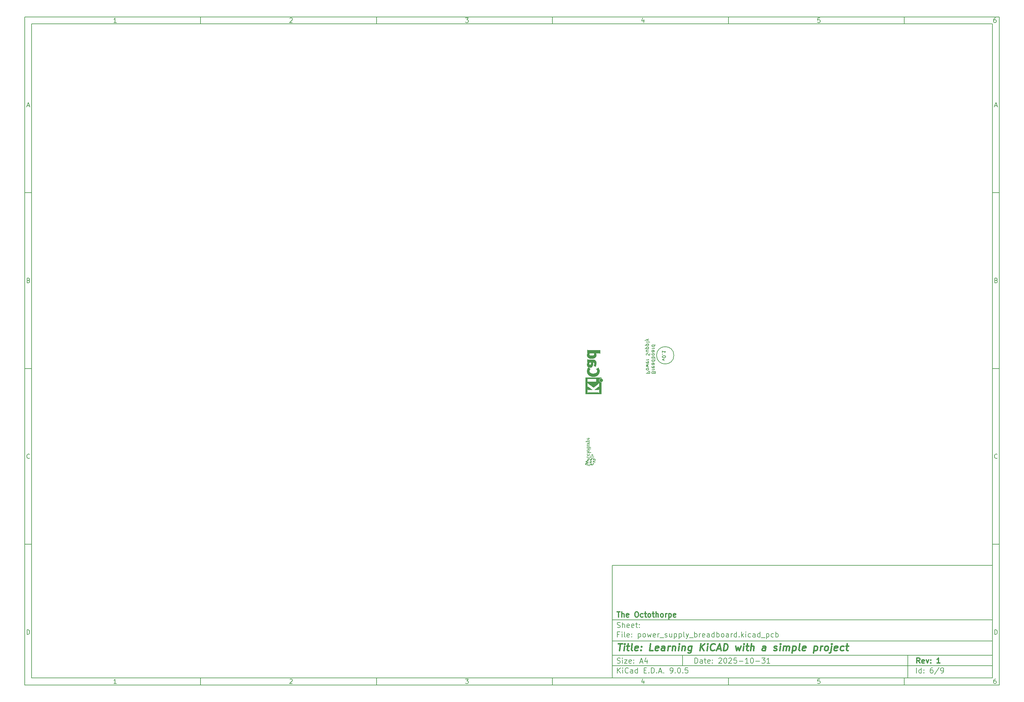
<source format=gbo>
%TF.GenerationSoftware,KiCad,Pcbnew,9.0.5*%
%TF.CreationDate,2025-11-01T14:32:35+06:00*%
%TF.ProjectId,power_supply_breadboard,706f7765-725f-4737-9570-706c795f6272,1*%
%TF.SameCoordinates,Original*%
%TF.FileFunction,Legend,Bot*%
%TF.FilePolarity,Positive*%
%FSLAX46Y46*%
G04 Gerber Fmt 4.6, Leading zero omitted, Abs format (unit mm)*
G04 Created by KiCad (PCBNEW 9.0.5) date 2025-11-01 14:32:35*
%MOMM*%
%LPD*%
G01*
G04 APERTURE LIST*
%ADD10C,0.100000*%
%ADD11C,0.150000*%
%ADD12C,0.300000*%
%ADD13C,0.400000*%
%ADD14C,0.200000*%
%ADD15C,0.000000*%
%ADD16C,0.010000*%
G04 APERTURE END LIST*
D10*
D11*
X177002200Y-166007200D02*
X285002200Y-166007200D01*
X285002200Y-198007200D01*
X177002200Y-198007200D01*
X177002200Y-166007200D01*
D10*
D11*
X10000000Y-10000000D02*
X287002200Y-10000000D01*
X287002200Y-200007200D01*
X10000000Y-200007200D01*
X10000000Y-10000000D01*
D10*
D11*
X12000000Y-12000000D02*
X285002200Y-12000000D01*
X285002200Y-198007200D01*
X12000000Y-198007200D01*
X12000000Y-12000000D01*
D10*
D11*
X60000000Y-12000000D02*
X60000000Y-10000000D01*
D10*
D11*
X110000000Y-12000000D02*
X110000000Y-10000000D01*
D10*
D11*
X160000000Y-12000000D02*
X160000000Y-10000000D01*
D10*
D11*
X210000000Y-12000000D02*
X210000000Y-10000000D01*
D10*
D11*
X260000000Y-12000000D02*
X260000000Y-10000000D01*
D10*
D11*
X36089160Y-11593604D02*
X35346303Y-11593604D01*
X35717731Y-11593604D02*
X35717731Y-10293604D01*
X35717731Y-10293604D02*
X35593922Y-10479319D01*
X35593922Y-10479319D02*
X35470112Y-10603128D01*
X35470112Y-10603128D02*
X35346303Y-10665033D01*
D10*
D11*
X85346303Y-10417414D02*
X85408207Y-10355509D01*
X85408207Y-10355509D02*
X85532017Y-10293604D01*
X85532017Y-10293604D02*
X85841541Y-10293604D01*
X85841541Y-10293604D02*
X85965350Y-10355509D01*
X85965350Y-10355509D02*
X86027255Y-10417414D01*
X86027255Y-10417414D02*
X86089160Y-10541223D01*
X86089160Y-10541223D02*
X86089160Y-10665033D01*
X86089160Y-10665033D02*
X86027255Y-10850747D01*
X86027255Y-10850747D02*
X85284398Y-11593604D01*
X85284398Y-11593604D02*
X86089160Y-11593604D01*
D10*
D11*
X135284398Y-10293604D02*
X136089160Y-10293604D01*
X136089160Y-10293604D02*
X135655826Y-10788842D01*
X135655826Y-10788842D02*
X135841541Y-10788842D01*
X135841541Y-10788842D02*
X135965350Y-10850747D01*
X135965350Y-10850747D02*
X136027255Y-10912652D01*
X136027255Y-10912652D02*
X136089160Y-11036461D01*
X136089160Y-11036461D02*
X136089160Y-11345985D01*
X136089160Y-11345985D02*
X136027255Y-11469795D01*
X136027255Y-11469795D02*
X135965350Y-11531700D01*
X135965350Y-11531700D02*
X135841541Y-11593604D01*
X135841541Y-11593604D02*
X135470112Y-11593604D01*
X135470112Y-11593604D02*
X135346303Y-11531700D01*
X135346303Y-11531700D02*
X135284398Y-11469795D01*
D10*
D11*
X185965350Y-10726938D02*
X185965350Y-11593604D01*
X185655826Y-10231700D02*
X185346303Y-11160271D01*
X185346303Y-11160271D02*
X186151064Y-11160271D01*
D10*
D11*
X236027255Y-10293604D02*
X235408207Y-10293604D01*
X235408207Y-10293604D02*
X235346303Y-10912652D01*
X235346303Y-10912652D02*
X235408207Y-10850747D01*
X235408207Y-10850747D02*
X235532017Y-10788842D01*
X235532017Y-10788842D02*
X235841541Y-10788842D01*
X235841541Y-10788842D02*
X235965350Y-10850747D01*
X235965350Y-10850747D02*
X236027255Y-10912652D01*
X236027255Y-10912652D02*
X236089160Y-11036461D01*
X236089160Y-11036461D02*
X236089160Y-11345985D01*
X236089160Y-11345985D02*
X236027255Y-11469795D01*
X236027255Y-11469795D02*
X235965350Y-11531700D01*
X235965350Y-11531700D02*
X235841541Y-11593604D01*
X235841541Y-11593604D02*
X235532017Y-11593604D01*
X235532017Y-11593604D02*
X235408207Y-11531700D01*
X235408207Y-11531700D02*
X235346303Y-11469795D01*
D10*
D11*
X285965350Y-10293604D02*
X285717731Y-10293604D01*
X285717731Y-10293604D02*
X285593922Y-10355509D01*
X285593922Y-10355509D02*
X285532017Y-10417414D01*
X285532017Y-10417414D02*
X285408207Y-10603128D01*
X285408207Y-10603128D02*
X285346303Y-10850747D01*
X285346303Y-10850747D02*
X285346303Y-11345985D01*
X285346303Y-11345985D02*
X285408207Y-11469795D01*
X285408207Y-11469795D02*
X285470112Y-11531700D01*
X285470112Y-11531700D02*
X285593922Y-11593604D01*
X285593922Y-11593604D02*
X285841541Y-11593604D01*
X285841541Y-11593604D02*
X285965350Y-11531700D01*
X285965350Y-11531700D02*
X286027255Y-11469795D01*
X286027255Y-11469795D02*
X286089160Y-11345985D01*
X286089160Y-11345985D02*
X286089160Y-11036461D01*
X286089160Y-11036461D02*
X286027255Y-10912652D01*
X286027255Y-10912652D02*
X285965350Y-10850747D01*
X285965350Y-10850747D02*
X285841541Y-10788842D01*
X285841541Y-10788842D02*
X285593922Y-10788842D01*
X285593922Y-10788842D02*
X285470112Y-10850747D01*
X285470112Y-10850747D02*
X285408207Y-10912652D01*
X285408207Y-10912652D02*
X285346303Y-11036461D01*
D10*
D11*
X60000000Y-198007200D02*
X60000000Y-200007200D01*
D10*
D11*
X110000000Y-198007200D02*
X110000000Y-200007200D01*
D10*
D11*
X160000000Y-198007200D02*
X160000000Y-200007200D01*
D10*
D11*
X210000000Y-198007200D02*
X210000000Y-200007200D01*
D10*
D11*
X260000000Y-198007200D02*
X260000000Y-200007200D01*
D10*
D11*
X36089160Y-199600804D02*
X35346303Y-199600804D01*
X35717731Y-199600804D02*
X35717731Y-198300804D01*
X35717731Y-198300804D02*
X35593922Y-198486519D01*
X35593922Y-198486519D02*
X35470112Y-198610328D01*
X35470112Y-198610328D02*
X35346303Y-198672233D01*
D10*
D11*
X85346303Y-198424614D02*
X85408207Y-198362709D01*
X85408207Y-198362709D02*
X85532017Y-198300804D01*
X85532017Y-198300804D02*
X85841541Y-198300804D01*
X85841541Y-198300804D02*
X85965350Y-198362709D01*
X85965350Y-198362709D02*
X86027255Y-198424614D01*
X86027255Y-198424614D02*
X86089160Y-198548423D01*
X86089160Y-198548423D02*
X86089160Y-198672233D01*
X86089160Y-198672233D02*
X86027255Y-198857947D01*
X86027255Y-198857947D02*
X85284398Y-199600804D01*
X85284398Y-199600804D02*
X86089160Y-199600804D01*
D10*
D11*
X135284398Y-198300804D02*
X136089160Y-198300804D01*
X136089160Y-198300804D02*
X135655826Y-198796042D01*
X135655826Y-198796042D02*
X135841541Y-198796042D01*
X135841541Y-198796042D02*
X135965350Y-198857947D01*
X135965350Y-198857947D02*
X136027255Y-198919852D01*
X136027255Y-198919852D02*
X136089160Y-199043661D01*
X136089160Y-199043661D02*
X136089160Y-199353185D01*
X136089160Y-199353185D02*
X136027255Y-199476995D01*
X136027255Y-199476995D02*
X135965350Y-199538900D01*
X135965350Y-199538900D02*
X135841541Y-199600804D01*
X135841541Y-199600804D02*
X135470112Y-199600804D01*
X135470112Y-199600804D02*
X135346303Y-199538900D01*
X135346303Y-199538900D02*
X135284398Y-199476995D01*
D10*
D11*
X185965350Y-198734138D02*
X185965350Y-199600804D01*
X185655826Y-198238900D02*
X185346303Y-199167471D01*
X185346303Y-199167471D02*
X186151064Y-199167471D01*
D10*
D11*
X236027255Y-198300804D02*
X235408207Y-198300804D01*
X235408207Y-198300804D02*
X235346303Y-198919852D01*
X235346303Y-198919852D02*
X235408207Y-198857947D01*
X235408207Y-198857947D02*
X235532017Y-198796042D01*
X235532017Y-198796042D02*
X235841541Y-198796042D01*
X235841541Y-198796042D02*
X235965350Y-198857947D01*
X235965350Y-198857947D02*
X236027255Y-198919852D01*
X236027255Y-198919852D02*
X236089160Y-199043661D01*
X236089160Y-199043661D02*
X236089160Y-199353185D01*
X236089160Y-199353185D02*
X236027255Y-199476995D01*
X236027255Y-199476995D02*
X235965350Y-199538900D01*
X235965350Y-199538900D02*
X235841541Y-199600804D01*
X235841541Y-199600804D02*
X235532017Y-199600804D01*
X235532017Y-199600804D02*
X235408207Y-199538900D01*
X235408207Y-199538900D02*
X235346303Y-199476995D01*
D10*
D11*
X285965350Y-198300804D02*
X285717731Y-198300804D01*
X285717731Y-198300804D02*
X285593922Y-198362709D01*
X285593922Y-198362709D02*
X285532017Y-198424614D01*
X285532017Y-198424614D02*
X285408207Y-198610328D01*
X285408207Y-198610328D02*
X285346303Y-198857947D01*
X285346303Y-198857947D02*
X285346303Y-199353185D01*
X285346303Y-199353185D02*
X285408207Y-199476995D01*
X285408207Y-199476995D02*
X285470112Y-199538900D01*
X285470112Y-199538900D02*
X285593922Y-199600804D01*
X285593922Y-199600804D02*
X285841541Y-199600804D01*
X285841541Y-199600804D02*
X285965350Y-199538900D01*
X285965350Y-199538900D02*
X286027255Y-199476995D01*
X286027255Y-199476995D02*
X286089160Y-199353185D01*
X286089160Y-199353185D02*
X286089160Y-199043661D01*
X286089160Y-199043661D02*
X286027255Y-198919852D01*
X286027255Y-198919852D02*
X285965350Y-198857947D01*
X285965350Y-198857947D02*
X285841541Y-198796042D01*
X285841541Y-198796042D02*
X285593922Y-198796042D01*
X285593922Y-198796042D02*
X285470112Y-198857947D01*
X285470112Y-198857947D02*
X285408207Y-198919852D01*
X285408207Y-198919852D02*
X285346303Y-199043661D01*
D10*
D11*
X10000000Y-60000000D02*
X12000000Y-60000000D01*
D10*
D11*
X10000000Y-110000000D02*
X12000000Y-110000000D01*
D10*
D11*
X10000000Y-160000000D02*
X12000000Y-160000000D01*
D10*
D11*
X10690476Y-35222176D02*
X11309523Y-35222176D01*
X10566666Y-35593604D02*
X10999999Y-34293604D01*
X10999999Y-34293604D02*
X11433333Y-35593604D01*
D10*
D11*
X11092857Y-84912652D02*
X11278571Y-84974557D01*
X11278571Y-84974557D02*
X11340476Y-85036461D01*
X11340476Y-85036461D02*
X11402380Y-85160271D01*
X11402380Y-85160271D02*
X11402380Y-85345985D01*
X11402380Y-85345985D02*
X11340476Y-85469795D01*
X11340476Y-85469795D02*
X11278571Y-85531700D01*
X11278571Y-85531700D02*
X11154761Y-85593604D01*
X11154761Y-85593604D02*
X10659523Y-85593604D01*
X10659523Y-85593604D02*
X10659523Y-84293604D01*
X10659523Y-84293604D02*
X11092857Y-84293604D01*
X11092857Y-84293604D02*
X11216666Y-84355509D01*
X11216666Y-84355509D02*
X11278571Y-84417414D01*
X11278571Y-84417414D02*
X11340476Y-84541223D01*
X11340476Y-84541223D02*
X11340476Y-84665033D01*
X11340476Y-84665033D02*
X11278571Y-84788842D01*
X11278571Y-84788842D02*
X11216666Y-84850747D01*
X11216666Y-84850747D02*
X11092857Y-84912652D01*
X11092857Y-84912652D02*
X10659523Y-84912652D01*
D10*
D11*
X11402380Y-135469795D02*
X11340476Y-135531700D01*
X11340476Y-135531700D02*
X11154761Y-135593604D01*
X11154761Y-135593604D02*
X11030952Y-135593604D01*
X11030952Y-135593604D02*
X10845238Y-135531700D01*
X10845238Y-135531700D02*
X10721428Y-135407890D01*
X10721428Y-135407890D02*
X10659523Y-135284080D01*
X10659523Y-135284080D02*
X10597619Y-135036461D01*
X10597619Y-135036461D02*
X10597619Y-134850747D01*
X10597619Y-134850747D02*
X10659523Y-134603128D01*
X10659523Y-134603128D02*
X10721428Y-134479319D01*
X10721428Y-134479319D02*
X10845238Y-134355509D01*
X10845238Y-134355509D02*
X11030952Y-134293604D01*
X11030952Y-134293604D02*
X11154761Y-134293604D01*
X11154761Y-134293604D02*
X11340476Y-134355509D01*
X11340476Y-134355509D02*
X11402380Y-134417414D01*
D10*
D11*
X10659523Y-185593604D02*
X10659523Y-184293604D01*
X10659523Y-184293604D02*
X10969047Y-184293604D01*
X10969047Y-184293604D02*
X11154761Y-184355509D01*
X11154761Y-184355509D02*
X11278571Y-184479319D01*
X11278571Y-184479319D02*
X11340476Y-184603128D01*
X11340476Y-184603128D02*
X11402380Y-184850747D01*
X11402380Y-184850747D02*
X11402380Y-185036461D01*
X11402380Y-185036461D02*
X11340476Y-185284080D01*
X11340476Y-185284080D02*
X11278571Y-185407890D01*
X11278571Y-185407890D02*
X11154761Y-185531700D01*
X11154761Y-185531700D02*
X10969047Y-185593604D01*
X10969047Y-185593604D02*
X10659523Y-185593604D01*
D10*
D11*
X287002200Y-60000000D02*
X285002200Y-60000000D01*
D10*
D11*
X287002200Y-110000000D02*
X285002200Y-110000000D01*
D10*
D11*
X287002200Y-160000000D02*
X285002200Y-160000000D01*
D10*
D11*
X285692676Y-35222176D02*
X286311723Y-35222176D01*
X285568866Y-35593604D02*
X286002199Y-34293604D01*
X286002199Y-34293604D02*
X286435533Y-35593604D01*
D10*
D11*
X286095057Y-84912652D02*
X286280771Y-84974557D01*
X286280771Y-84974557D02*
X286342676Y-85036461D01*
X286342676Y-85036461D02*
X286404580Y-85160271D01*
X286404580Y-85160271D02*
X286404580Y-85345985D01*
X286404580Y-85345985D02*
X286342676Y-85469795D01*
X286342676Y-85469795D02*
X286280771Y-85531700D01*
X286280771Y-85531700D02*
X286156961Y-85593604D01*
X286156961Y-85593604D02*
X285661723Y-85593604D01*
X285661723Y-85593604D02*
X285661723Y-84293604D01*
X285661723Y-84293604D02*
X286095057Y-84293604D01*
X286095057Y-84293604D02*
X286218866Y-84355509D01*
X286218866Y-84355509D02*
X286280771Y-84417414D01*
X286280771Y-84417414D02*
X286342676Y-84541223D01*
X286342676Y-84541223D02*
X286342676Y-84665033D01*
X286342676Y-84665033D02*
X286280771Y-84788842D01*
X286280771Y-84788842D02*
X286218866Y-84850747D01*
X286218866Y-84850747D02*
X286095057Y-84912652D01*
X286095057Y-84912652D02*
X285661723Y-84912652D01*
D10*
D11*
X286404580Y-135469795D02*
X286342676Y-135531700D01*
X286342676Y-135531700D02*
X286156961Y-135593604D01*
X286156961Y-135593604D02*
X286033152Y-135593604D01*
X286033152Y-135593604D02*
X285847438Y-135531700D01*
X285847438Y-135531700D02*
X285723628Y-135407890D01*
X285723628Y-135407890D02*
X285661723Y-135284080D01*
X285661723Y-135284080D02*
X285599819Y-135036461D01*
X285599819Y-135036461D02*
X285599819Y-134850747D01*
X285599819Y-134850747D02*
X285661723Y-134603128D01*
X285661723Y-134603128D02*
X285723628Y-134479319D01*
X285723628Y-134479319D02*
X285847438Y-134355509D01*
X285847438Y-134355509D02*
X286033152Y-134293604D01*
X286033152Y-134293604D02*
X286156961Y-134293604D01*
X286156961Y-134293604D02*
X286342676Y-134355509D01*
X286342676Y-134355509D02*
X286404580Y-134417414D01*
D10*
D11*
X285661723Y-185593604D02*
X285661723Y-184293604D01*
X285661723Y-184293604D02*
X285971247Y-184293604D01*
X285971247Y-184293604D02*
X286156961Y-184355509D01*
X286156961Y-184355509D02*
X286280771Y-184479319D01*
X286280771Y-184479319D02*
X286342676Y-184603128D01*
X286342676Y-184603128D02*
X286404580Y-184850747D01*
X286404580Y-184850747D02*
X286404580Y-185036461D01*
X286404580Y-185036461D02*
X286342676Y-185284080D01*
X286342676Y-185284080D02*
X286280771Y-185407890D01*
X286280771Y-185407890D02*
X286156961Y-185531700D01*
X286156961Y-185531700D02*
X285971247Y-185593604D01*
X285971247Y-185593604D02*
X285661723Y-185593604D01*
D10*
D11*
X200458026Y-193793328D02*
X200458026Y-192293328D01*
X200458026Y-192293328D02*
X200815169Y-192293328D01*
X200815169Y-192293328D02*
X201029455Y-192364757D01*
X201029455Y-192364757D02*
X201172312Y-192507614D01*
X201172312Y-192507614D02*
X201243741Y-192650471D01*
X201243741Y-192650471D02*
X201315169Y-192936185D01*
X201315169Y-192936185D02*
X201315169Y-193150471D01*
X201315169Y-193150471D02*
X201243741Y-193436185D01*
X201243741Y-193436185D02*
X201172312Y-193579042D01*
X201172312Y-193579042D02*
X201029455Y-193721900D01*
X201029455Y-193721900D02*
X200815169Y-193793328D01*
X200815169Y-193793328D02*
X200458026Y-193793328D01*
X202600884Y-193793328D02*
X202600884Y-193007614D01*
X202600884Y-193007614D02*
X202529455Y-192864757D01*
X202529455Y-192864757D02*
X202386598Y-192793328D01*
X202386598Y-192793328D02*
X202100884Y-192793328D01*
X202100884Y-192793328D02*
X201958026Y-192864757D01*
X202600884Y-193721900D02*
X202458026Y-193793328D01*
X202458026Y-193793328D02*
X202100884Y-193793328D01*
X202100884Y-193793328D02*
X201958026Y-193721900D01*
X201958026Y-193721900D02*
X201886598Y-193579042D01*
X201886598Y-193579042D02*
X201886598Y-193436185D01*
X201886598Y-193436185D02*
X201958026Y-193293328D01*
X201958026Y-193293328D02*
X202100884Y-193221900D01*
X202100884Y-193221900D02*
X202458026Y-193221900D01*
X202458026Y-193221900D02*
X202600884Y-193150471D01*
X203100884Y-192793328D02*
X203672312Y-192793328D01*
X203315169Y-192293328D02*
X203315169Y-193579042D01*
X203315169Y-193579042D02*
X203386598Y-193721900D01*
X203386598Y-193721900D02*
X203529455Y-193793328D01*
X203529455Y-193793328D02*
X203672312Y-193793328D01*
X204743741Y-193721900D02*
X204600884Y-193793328D01*
X204600884Y-193793328D02*
X204315170Y-193793328D01*
X204315170Y-193793328D02*
X204172312Y-193721900D01*
X204172312Y-193721900D02*
X204100884Y-193579042D01*
X204100884Y-193579042D02*
X204100884Y-193007614D01*
X204100884Y-193007614D02*
X204172312Y-192864757D01*
X204172312Y-192864757D02*
X204315170Y-192793328D01*
X204315170Y-192793328D02*
X204600884Y-192793328D01*
X204600884Y-192793328D02*
X204743741Y-192864757D01*
X204743741Y-192864757D02*
X204815170Y-193007614D01*
X204815170Y-193007614D02*
X204815170Y-193150471D01*
X204815170Y-193150471D02*
X204100884Y-193293328D01*
X205458026Y-193650471D02*
X205529455Y-193721900D01*
X205529455Y-193721900D02*
X205458026Y-193793328D01*
X205458026Y-193793328D02*
X205386598Y-193721900D01*
X205386598Y-193721900D02*
X205458026Y-193650471D01*
X205458026Y-193650471D02*
X205458026Y-193793328D01*
X205458026Y-192864757D02*
X205529455Y-192936185D01*
X205529455Y-192936185D02*
X205458026Y-193007614D01*
X205458026Y-193007614D02*
X205386598Y-192936185D01*
X205386598Y-192936185D02*
X205458026Y-192864757D01*
X205458026Y-192864757D02*
X205458026Y-193007614D01*
X207243741Y-192436185D02*
X207315169Y-192364757D01*
X207315169Y-192364757D02*
X207458027Y-192293328D01*
X207458027Y-192293328D02*
X207815169Y-192293328D01*
X207815169Y-192293328D02*
X207958027Y-192364757D01*
X207958027Y-192364757D02*
X208029455Y-192436185D01*
X208029455Y-192436185D02*
X208100884Y-192579042D01*
X208100884Y-192579042D02*
X208100884Y-192721900D01*
X208100884Y-192721900D02*
X208029455Y-192936185D01*
X208029455Y-192936185D02*
X207172312Y-193793328D01*
X207172312Y-193793328D02*
X208100884Y-193793328D01*
X209029455Y-192293328D02*
X209172312Y-192293328D01*
X209172312Y-192293328D02*
X209315169Y-192364757D01*
X209315169Y-192364757D02*
X209386598Y-192436185D01*
X209386598Y-192436185D02*
X209458026Y-192579042D01*
X209458026Y-192579042D02*
X209529455Y-192864757D01*
X209529455Y-192864757D02*
X209529455Y-193221900D01*
X209529455Y-193221900D02*
X209458026Y-193507614D01*
X209458026Y-193507614D02*
X209386598Y-193650471D01*
X209386598Y-193650471D02*
X209315169Y-193721900D01*
X209315169Y-193721900D02*
X209172312Y-193793328D01*
X209172312Y-193793328D02*
X209029455Y-193793328D01*
X209029455Y-193793328D02*
X208886598Y-193721900D01*
X208886598Y-193721900D02*
X208815169Y-193650471D01*
X208815169Y-193650471D02*
X208743740Y-193507614D01*
X208743740Y-193507614D02*
X208672312Y-193221900D01*
X208672312Y-193221900D02*
X208672312Y-192864757D01*
X208672312Y-192864757D02*
X208743740Y-192579042D01*
X208743740Y-192579042D02*
X208815169Y-192436185D01*
X208815169Y-192436185D02*
X208886598Y-192364757D01*
X208886598Y-192364757D02*
X209029455Y-192293328D01*
X210100883Y-192436185D02*
X210172311Y-192364757D01*
X210172311Y-192364757D02*
X210315169Y-192293328D01*
X210315169Y-192293328D02*
X210672311Y-192293328D01*
X210672311Y-192293328D02*
X210815169Y-192364757D01*
X210815169Y-192364757D02*
X210886597Y-192436185D01*
X210886597Y-192436185D02*
X210958026Y-192579042D01*
X210958026Y-192579042D02*
X210958026Y-192721900D01*
X210958026Y-192721900D02*
X210886597Y-192936185D01*
X210886597Y-192936185D02*
X210029454Y-193793328D01*
X210029454Y-193793328D02*
X210958026Y-193793328D01*
X212315168Y-192293328D02*
X211600882Y-192293328D01*
X211600882Y-192293328D02*
X211529454Y-193007614D01*
X211529454Y-193007614D02*
X211600882Y-192936185D01*
X211600882Y-192936185D02*
X211743740Y-192864757D01*
X211743740Y-192864757D02*
X212100882Y-192864757D01*
X212100882Y-192864757D02*
X212243740Y-192936185D01*
X212243740Y-192936185D02*
X212315168Y-193007614D01*
X212315168Y-193007614D02*
X212386597Y-193150471D01*
X212386597Y-193150471D02*
X212386597Y-193507614D01*
X212386597Y-193507614D02*
X212315168Y-193650471D01*
X212315168Y-193650471D02*
X212243740Y-193721900D01*
X212243740Y-193721900D02*
X212100882Y-193793328D01*
X212100882Y-193793328D02*
X211743740Y-193793328D01*
X211743740Y-193793328D02*
X211600882Y-193721900D01*
X211600882Y-193721900D02*
X211529454Y-193650471D01*
X213029453Y-193221900D02*
X214172311Y-193221900D01*
X215672311Y-193793328D02*
X214815168Y-193793328D01*
X215243739Y-193793328D02*
X215243739Y-192293328D01*
X215243739Y-192293328D02*
X215100882Y-192507614D01*
X215100882Y-192507614D02*
X214958025Y-192650471D01*
X214958025Y-192650471D02*
X214815168Y-192721900D01*
X216600882Y-192293328D02*
X216743739Y-192293328D01*
X216743739Y-192293328D02*
X216886596Y-192364757D01*
X216886596Y-192364757D02*
X216958025Y-192436185D01*
X216958025Y-192436185D02*
X217029453Y-192579042D01*
X217029453Y-192579042D02*
X217100882Y-192864757D01*
X217100882Y-192864757D02*
X217100882Y-193221900D01*
X217100882Y-193221900D02*
X217029453Y-193507614D01*
X217029453Y-193507614D02*
X216958025Y-193650471D01*
X216958025Y-193650471D02*
X216886596Y-193721900D01*
X216886596Y-193721900D02*
X216743739Y-193793328D01*
X216743739Y-193793328D02*
X216600882Y-193793328D01*
X216600882Y-193793328D02*
X216458025Y-193721900D01*
X216458025Y-193721900D02*
X216386596Y-193650471D01*
X216386596Y-193650471D02*
X216315167Y-193507614D01*
X216315167Y-193507614D02*
X216243739Y-193221900D01*
X216243739Y-193221900D02*
X216243739Y-192864757D01*
X216243739Y-192864757D02*
X216315167Y-192579042D01*
X216315167Y-192579042D02*
X216386596Y-192436185D01*
X216386596Y-192436185D02*
X216458025Y-192364757D01*
X216458025Y-192364757D02*
X216600882Y-192293328D01*
X217743738Y-193221900D02*
X218886596Y-193221900D01*
X219458024Y-192293328D02*
X220386596Y-192293328D01*
X220386596Y-192293328D02*
X219886596Y-192864757D01*
X219886596Y-192864757D02*
X220100881Y-192864757D01*
X220100881Y-192864757D02*
X220243739Y-192936185D01*
X220243739Y-192936185D02*
X220315167Y-193007614D01*
X220315167Y-193007614D02*
X220386596Y-193150471D01*
X220386596Y-193150471D02*
X220386596Y-193507614D01*
X220386596Y-193507614D02*
X220315167Y-193650471D01*
X220315167Y-193650471D02*
X220243739Y-193721900D01*
X220243739Y-193721900D02*
X220100881Y-193793328D01*
X220100881Y-193793328D02*
X219672310Y-193793328D01*
X219672310Y-193793328D02*
X219529453Y-193721900D01*
X219529453Y-193721900D02*
X219458024Y-193650471D01*
X221815167Y-193793328D02*
X220958024Y-193793328D01*
X221386595Y-193793328D02*
X221386595Y-192293328D01*
X221386595Y-192293328D02*
X221243738Y-192507614D01*
X221243738Y-192507614D02*
X221100881Y-192650471D01*
X221100881Y-192650471D02*
X220958024Y-192721900D01*
D10*
D11*
X177002200Y-194507200D02*
X285002200Y-194507200D01*
D10*
D11*
X178458026Y-196593328D02*
X178458026Y-195093328D01*
X179315169Y-196593328D02*
X178672312Y-195736185D01*
X179315169Y-195093328D02*
X178458026Y-195950471D01*
X179958026Y-196593328D02*
X179958026Y-195593328D01*
X179958026Y-195093328D02*
X179886598Y-195164757D01*
X179886598Y-195164757D02*
X179958026Y-195236185D01*
X179958026Y-195236185D02*
X180029455Y-195164757D01*
X180029455Y-195164757D02*
X179958026Y-195093328D01*
X179958026Y-195093328D02*
X179958026Y-195236185D01*
X181529455Y-196450471D02*
X181458027Y-196521900D01*
X181458027Y-196521900D02*
X181243741Y-196593328D01*
X181243741Y-196593328D02*
X181100884Y-196593328D01*
X181100884Y-196593328D02*
X180886598Y-196521900D01*
X180886598Y-196521900D02*
X180743741Y-196379042D01*
X180743741Y-196379042D02*
X180672312Y-196236185D01*
X180672312Y-196236185D02*
X180600884Y-195950471D01*
X180600884Y-195950471D02*
X180600884Y-195736185D01*
X180600884Y-195736185D02*
X180672312Y-195450471D01*
X180672312Y-195450471D02*
X180743741Y-195307614D01*
X180743741Y-195307614D02*
X180886598Y-195164757D01*
X180886598Y-195164757D02*
X181100884Y-195093328D01*
X181100884Y-195093328D02*
X181243741Y-195093328D01*
X181243741Y-195093328D02*
X181458027Y-195164757D01*
X181458027Y-195164757D02*
X181529455Y-195236185D01*
X182815170Y-196593328D02*
X182815170Y-195807614D01*
X182815170Y-195807614D02*
X182743741Y-195664757D01*
X182743741Y-195664757D02*
X182600884Y-195593328D01*
X182600884Y-195593328D02*
X182315170Y-195593328D01*
X182315170Y-195593328D02*
X182172312Y-195664757D01*
X182815170Y-196521900D02*
X182672312Y-196593328D01*
X182672312Y-196593328D02*
X182315170Y-196593328D01*
X182315170Y-196593328D02*
X182172312Y-196521900D01*
X182172312Y-196521900D02*
X182100884Y-196379042D01*
X182100884Y-196379042D02*
X182100884Y-196236185D01*
X182100884Y-196236185D02*
X182172312Y-196093328D01*
X182172312Y-196093328D02*
X182315170Y-196021900D01*
X182315170Y-196021900D02*
X182672312Y-196021900D01*
X182672312Y-196021900D02*
X182815170Y-195950471D01*
X184172313Y-196593328D02*
X184172313Y-195093328D01*
X184172313Y-196521900D02*
X184029455Y-196593328D01*
X184029455Y-196593328D02*
X183743741Y-196593328D01*
X183743741Y-196593328D02*
X183600884Y-196521900D01*
X183600884Y-196521900D02*
X183529455Y-196450471D01*
X183529455Y-196450471D02*
X183458027Y-196307614D01*
X183458027Y-196307614D02*
X183458027Y-195879042D01*
X183458027Y-195879042D02*
X183529455Y-195736185D01*
X183529455Y-195736185D02*
X183600884Y-195664757D01*
X183600884Y-195664757D02*
X183743741Y-195593328D01*
X183743741Y-195593328D02*
X184029455Y-195593328D01*
X184029455Y-195593328D02*
X184172313Y-195664757D01*
X186029455Y-195807614D02*
X186529455Y-195807614D01*
X186743741Y-196593328D02*
X186029455Y-196593328D01*
X186029455Y-196593328D02*
X186029455Y-195093328D01*
X186029455Y-195093328D02*
X186743741Y-195093328D01*
X187386598Y-196450471D02*
X187458027Y-196521900D01*
X187458027Y-196521900D02*
X187386598Y-196593328D01*
X187386598Y-196593328D02*
X187315170Y-196521900D01*
X187315170Y-196521900D02*
X187386598Y-196450471D01*
X187386598Y-196450471D02*
X187386598Y-196593328D01*
X188100884Y-196593328D02*
X188100884Y-195093328D01*
X188100884Y-195093328D02*
X188458027Y-195093328D01*
X188458027Y-195093328D02*
X188672313Y-195164757D01*
X188672313Y-195164757D02*
X188815170Y-195307614D01*
X188815170Y-195307614D02*
X188886599Y-195450471D01*
X188886599Y-195450471D02*
X188958027Y-195736185D01*
X188958027Y-195736185D02*
X188958027Y-195950471D01*
X188958027Y-195950471D02*
X188886599Y-196236185D01*
X188886599Y-196236185D02*
X188815170Y-196379042D01*
X188815170Y-196379042D02*
X188672313Y-196521900D01*
X188672313Y-196521900D02*
X188458027Y-196593328D01*
X188458027Y-196593328D02*
X188100884Y-196593328D01*
X189600884Y-196450471D02*
X189672313Y-196521900D01*
X189672313Y-196521900D02*
X189600884Y-196593328D01*
X189600884Y-196593328D02*
X189529456Y-196521900D01*
X189529456Y-196521900D02*
X189600884Y-196450471D01*
X189600884Y-196450471D02*
X189600884Y-196593328D01*
X190243742Y-196164757D02*
X190958028Y-196164757D01*
X190100885Y-196593328D02*
X190600885Y-195093328D01*
X190600885Y-195093328D02*
X191100885Y-196593328D01*
X191600884Y-196450471D02*
X191672313Y-196521900D01*
X191672313Y-196521900D02*
X191600884Y-196593328D01*
X191600884Y-196593328D02*
X191529456Y-196521900D01*
X191529456Y-196521900D02*
X191600884Y-196450471D01*
X191600884Y-196450471D02*
X191600884Y-196593328D01*
X193529456Y-196593328D02*
X193815170Y-196593328D01*
X193815170Y-196593328D02*
X193958027Y-196521900D01*
X193958027Y-196521900D02*
X194029456Y-196450471D01*
X194029456Y-196450471D02*
X194172313Y-196236185D01*
X194172313Y-196236185D02*
X194243742Y-195950471D01*
X194243742Y-195950471D02*
X194243742Y-195379042D01*
X194243742Y-195379042D02*
X194172313Y-195236185D01*
X194172313Y-195236185D02*
X194100885Y-195164757D01*
X194100885Y-195164757D02*
X193958027Y-195093328D01*
X193958027Y-195093328D02*
X193672313Y-195093328D01*
X193672313Y-195093328D02*
X193529456Y-195164757D01*
X193529456Y-195164757D02*
X193458027Y-195236185D01*
X193458027Y-195236185D02*
X193386599Y-195379042D01*
X193386599Y-195379042D02*
X193386599Y-195736185D01*
X193386599Y-195736185D02*
X193458027Y-195879042D01*
X193458027Y-195879042D02*
X193529456Y-195950471D01*
X193529456Y-195950471D02*
X193672313Y-196021900D01*
X193672313Y-196021900D02*
X193958027Y-196021900D01*
X193958027Y-196021900D02*
X194100885Y-195950471D01*
X194100885Y-195950471D02*
X194172313Y-195879042D01*
X194172313Y-195879042D02*
X194243742Y-195736185D01*
X194886598Y-196450471D02*
X194958027Y-196521900D01*
X194958027Y-196521900D02*
X194886598Y-196593328D01*
X194886598Y-196593328D02*
X194815170Y-196521900D01*
X194815170Y-196521900D02*
X194886598Y-196450471D01*
X194886598Y-196450471D02*
X194886598Y-196593328D01*
X195886599Y-195093328D02*
X196029456Y-195093328D01*
X196029456Y-195093328D02*
X196172313Y-195164757D01*
X196172313Y-195164757D02*
X196243742Y-195236185D01*
X196243742Y-195236185D02*
X196315170Y-195379042D01*
X196315170Y-195379042D02*
X196386599Y-195664757D01*
X196386599Y-195664757D02*
X196386599Y-196021900D01*
X196386599Y-196021900D02*
X196315170Y-196307614D01*
X196315170Y-196307614D02*
X196243742Y-196450471D01*
X196243742Y-196450471D02*
X196172313Y-196521900D01*
X196172313Y-196521900D02*
X196029456Y-196593328D01*
X196029456Y-196593328D02*
X195886599Y-196593328D01*
X195886599Y-196593328D02*
X195743742Y-196521900D01*
X195743742Y-196521900D02*
X195672313Y-196450471D01*
X195672313Y-196450471D02*
X195600884Y-196307614D01*
X195600884Y-196307614D02*
X195529456Y-196021900D01*
X195529456Y-196021900D02*
X195529456Y-195664757D01*
X195529456Y-195664757D02*
X195600884Y-195379042D01*
X195600884Y-195379042D02*
X195672313Y-195236185D01*
X195672313Y-195236185D02*
X195743742Y-195164757D01*
X195743742Y-195164757D02*
X195886599Y-195093328D01*
X197029455Y-196450471D02*
X197100884Y-196521900D01*
X197100884Y-196521900D02*
X197029455Y-196593328D01*
X197029455Y-196593328D02*
X196958027Y-196521900D01*
X196958027Y-196521900D02*
X197029455Y-196450471D01*
X197029455Y-196450471D02*
X197029455Y-196593328D01*
X198458027Y-195093328D02*
X197743741Y-195093328D01*
X197743741Y-195093328D02*
X197672313Y-195807614D01*
X197672313Y-195807614D02*
X197743741Y-195736185D01*
X197743741Y-195736185D02*
X197886599Y-195664757D01*
X197886599Y-195664757D02*
X198243741Y-195664757D01*
X198243741Y-195664757D02*
X198386599Y-195736185D01*
X198386599Y-195736185D02*
X198458027Y-195807614D01*
X198458027Y-195807614D02*
X198529456Y-195950471D01*
X198529456Y-195950471D02*
X198529456Y-196307614D01*
X198529456Y-196307614D02*
X198458027Y-196450471D01*
X198458027Y-196450471D02*
X198386599Y-196521900D01*
X198386599Y-196521900D02*
X198243741Y-196593328D01*
X198243741Y-196593328D02*
X197886599Y-196593328D01*
X197886599Y-196593328D02*
X197743741Y-196521900D01*
X197743741Y-196521900D02*
X197672313Y-196450471D01*
D10*
D11*
X177002200Y-191507200D02*
X285002200Y-191507200D01*
D10*
D12*
X264413853Y-193785528D02*
X263913853Y-193071242D01*
X263556710Y-193785528D02*
X263556710Y-192285528D01*
X263556710Y-192285528D02*
X264128139Y-192285528D01*
X264128139Y-192285528D02*
X264270996Y-192356957D01*
X264270996Y-192356957D02*
X264342425Y-192428385D01*
X264342425Y-192428385D02*
X264413853Y-192571242D01*
X264413853Y-192571242D02*
X264413853Y-192785528D01*
X264413853Y-192785528D02*
X264342425Y-192928385D01*
X264342425Y-192928385D02*
X264270996Y-192999814D01*
X264270996Y-192999814D02*
X264128139Y-193071242D01*
X264128139Y-193071242D02*
X263556710Y-193071242D01*
X265628139Y-193714100D02*
X265485282Y-193785528D01*
X265485282Y-193785528D02*
X265199568Y-193785528D01*
X265199568Y-193785528D02*
X265056710Y-193714100D01*
X265056710Y-193714100D02*
X264985282Y-193571242D01*
X264985282Y-193571242D02*
X264985282Y-192999814D01*
X264985282Y-192999814D02*
X265056710Y-192856957D01*
X265056710Y-192856957D02*
X265199568Y-192785528D01*
X265199568Y-192785528D02*
X265485282Y-192785528D01*
X265485282Y-192785528D02*
X265628139Y-192856957D01*
X265628139Y-192856957D02*
X265699568Y-192999814D01*
X265699568Y-192999814D02*
X265699568Y-193142671D01*
X265699568Y-193142671D02*
X264985282Y-193285528D01*
X266199567Y-192785528D02*
X266556710Y-193785528D01*
X266556710Y-193785528D02*
X266913853Y-192785528D01*
X267485281Y-193642671D02*
X267556710Y-193714100D01*
X267556710Y-193714100D02*
X267485281Y-193785528D01*
X267485281Y-193785528D02*
X267413853Y-193714100D01*
X267413853Y-193714100D02*
X267485281Y-193642671D01*
X267485281Y-193642671D02*
X267485281Y-193785528D01*
X267485281Y-192856957D02*
X267556710Y-192928385D01*
X267556710Y-192928385D02*
X267485281Y-192999814D01*
X267485281Y-192999814D02*
X267413853Y-192928385D01*
X267413853Y-192928385D02*
X267485281Y-192856957D01*
X267485281Y-192856957D02*
X267485281Y-192999814D01*
X270128139Y-193785528D02*
X269270996Y-193785528D01*
X269699567Y-193785528D02*
X269699567Y-192285528D01*
X269699567Y-192285528D02*
X269556710Y-192499814D01*
X269556710Y-192499814D02*
X269413853Y-192642671D01*
X269413853Y-192642671D02*
X269270996Y-192714100D01*
D10*
D11*
X178386598Y-193721900D02*
X178600884Y-193793328D01*
X178600884Y-193793328D02*
X178958026Y-193793328D01*
X178958026Y-193793328D02*
X179100884Y-193721900D01*
X179100884Y-193721900D02*
X179172312Y-193650471D01*
X179172312Y-193650471D02*
X179243741Y-193507614D01*
X179243741Y-193507614D02*
X179243741Y-193364757D01*
X179243741Y-193364757D02*
X179172312Y-193221900D01*
X179172312Y-193221900D02*
X179100884Y-193150471D01*
X179100884Y-193150471D02*
X178958026Y-193079042D01*
X178958026Y-193079042D02*
X178672312Y-193007614D01*
X178672312Y-193007614D02*
X178529455Y-192936185D01*
X178529455Y-192936185D02*
X178458026Y-192864757D01*
X178458026Y-192864757D02*
X178386598Y-192721900D01*
X178386598Y-192721900D02*
X178386598Y-192579042D01*
X178386598Y-192579042D02*
X178458026Y-192436185D01*
X178458026Y-192436185D02*
X178529455Y-192364757D01*
X178529455Y-192364757D02*
X178672312Y-192293328D01*
X178672312Y-192293328D02*
X179029455Y-192293328D01*
X179029455Y-192293328D02*
X179243741Y-192364757D01*
X179886597Y-193793328D02*
X179886597Y-192793328D01*
X179886597Y-192293328D02*
X179815169Y-192364757D01*
X179815169Y-192364757D02*
X179886597Y-192436185D01*
X179886597Y-192436185D02*
X179958026Y-192364757D01*
X179958026Y-192364757D02*
X179886597Y-192293328D01*
X179886597Y-192293328D02*
X179886597Y-192436185D01*
X180458026Y-192793328D02*
X181243741Y-192793328D01*
X181243741Y-192793328D02*
X180458026Y-193793328D01*
X180458026Y-193793328D02*
X181243741Y-193793328D01*
X182386598Y-193721900D02*
X182243741Y-193793328D01*
X182243741Y-193793328D02*
X181958027Y-193793328D01*
X181958027Y-193793328D02*
X181815169Y-193721900D01*
X181815169Y-193721900D02*
X181743741Y-193579042D01*
X181743741Y-193579042D02*
X181743741Y-193007614D01*
X181743741Y-193007614D02*
X181815169Y-192864757D01*
X181815169Y-192864757D02*
X181958027Y-192793328D01*
X181958027Y-192793328D02*
X182243741Y-192793328D01*
X182243741Y-192793328D02*
X182386598Y-192864757D01*
X182386598Y-192864757D02*
X182458027Y-193007614D01*
X182458027Y-193007614D02*
X182458027Y-193150471D01*
X182458027Y-193150471D02*
X181743741Y-193293328D01*
X183100883Y-193650471D02*
X183172312Y-193721900D01*
X183172312Y-193721900D02*
X183100883Y-193793328D01*
X183100883Y-193793328D02*
X183029455Y-193721900D01*
X183029455Y-193721900D02*
X183100883Y-193650471D01*
X183100883Y-193650471D02*
X183100883Y-193793328D01*
X183100883Y-192864757D02*
X183172312Y-192936185D01*
X183172312Y-192936185D02*
X183100883Y-193007614D01*
X183100883Y-193007614D02*
X183029455Y-192936185D01*
X183029455Y-192936185D02*
X183100883Y-192864757D01*
X183100883Y-192864757D02*
X183100883Y-193007614D01*
X184886598Y-193364757D02*
X185600884Y-193364757D01*
X184743741Y-193793328D02*
X185243741Y-192293328D01*
X185243741Y-192293328D02*
X185743741Y-193793328D01*
X186886598Y-192793328D02*
X186886598Y-193793328D01*
X186529455Y-192221900D02*
X186172312Y-193293328D01*
X186172312Y-193293328D02*
X187100883Y-193293328D01*
D10*
D11*
X263458026Y-196593328D02*
X263458026Y-195093328D01*
X264815170Y-196593328D02*
X264815170Y-195093328D01*
X264815170Y-196521900D02*
X264672312Y-196593328D01*
X264672312Y-196593328D02*
X264386598Y-196593328D01*
X264386598Y-196593328D02*
X264243741Y-196521900D01*
X264243741Y-196521900D02*
X264172312Y-196450471D01*
X264172312Y-196450471D02*
X264100884Y-196307614D01*
X264100884Y-196307614D02*
X264100884Y-195879042D01*
X264100884Y-195879042D02*
X264172312Y-195736185D01*
X264172312Y-195736185D02*
X264243741Y-195664757D01*
X264243741Y-195664757D02*
X264386598Y-195593328D01*
X264386598Y-195593328D02*
X264672312Y-195593328D01*
X264672312Y-195593328D02*
X264815170Y-195664757D01*
X265529455Y-196450471D02*
X265600884Y-196521900D01*
X265600884Y-196521900D02*
X265529455Y-196593328D01*
X265529455Y-196593328D02*
X265458027Y-196521900D01*
X265458027Y-196521900D02*
X265529455Y-196450471D01*
X265529455Y-196450471D02*
X265529455Y-196593328D01*
X265529455Y-195664757D02*
X265600884Y-195736185D01*
X265600884Y-195736185D02*
X265529455Y-195807614D01*
X265529455Y-195807614D02*
X265458027Y-195736185D01*
X265458027Y-195736185D02*
X265529455Y-195664757D01*
X265529455Y-195664757D02*
X265529455Y-195807614D01*
X268029456Y-195093328D02*
X267743741Y-195093328D01*
X267743741Y-195093328D02*
X267600884Y-195164757D01*
X267600884Y-195164757D02*
X267529456Y-195236185D01*
X267529456Y-195236185D02*
X267386598Y-195450471D01*
X267386598Y-195450471D02*
X267315170Y-195736185D01*
X267315170Y-195736185D02*
X267315170Y-196307614D01*
X267315170Y-196307614D02*
X267386598Y-196450471D01*
X267386598Y-196450471D02*
X267458027Y-196521900D01*
X267458027Y-196521900D02*
X267600884Y-196593328D01*
X267600884Y-196593328D02*
X267886598Y-196593328D01*
X267886598Y-196593328D02*
X268029456Y-196521900D01*
X268029456Y-196521900D02*
X268100884Y-196450471D01*
X268100884Y-196450471D02*
X268172313Y-196307614D01*
X268172313Y-196307614D02*
X268172313Y-195950471D01*
X268172313Y-195950471D02*
X268100884Y-195807614D01*
X268100884Y-195807614D02*
X268029456Y-195736185D01*
X268029456Y-195736185D02*
X267886598Y-195664757D01*
X267886598Y-195664757D02*
X267600884Y-195664757D01*
X267600884Y-195664757D02*
X267458027Y-195736185D01*
X267458027Y-195736185D02*
X267386598Y-195807614D01*
X267386598Y-195807614D02*
X267315170Y-195950471D01*
X269886598Y-195021900D02*
X268600884Y-196950471D01*
X270458027Y-196593328D02*
X270743741Y-196593328D01*
X270743741Y-196593328D02*
X270886598Y-196521900D01*
X270886598Y-196521900D02*
X270958027Y-196450471D01*
X270958027Y-196450471D02*
X271100884Y-196236185D01*
X271100884Y-196236185D02*
X271172313Y-195950471D01*
X271172313Y-195950471D02*
X271172313Y-195379042D01*
X271172313Y-195379042D02*
X271100884Y-195236185D01*
X271100884Y-195236185D02*
X271029456Y-195164757D01*
X271029456Y-195164757D02*
X270886598Y-195093328D01*
X270886598Y-195093328D02*
X270600884Y-195093328D01*
X270600884Y-195093328D02*
X270458027Y-195164757D01*
X270458027Y-195164757D02*
X270386598Y-195236185D01*
X270386598Y-195236185D02*
X270315170Y-195379042D01*
X270315170Y-195379042D02*
X270315170Y-195736185D01*
X270315170Y-195736185D02*
X270386598Y-195879042D01*
X270386598Y-195879042D02*
X270458027Y-195950471D01*
X270458027Y-195950471D02*
X270600884Y-196021900D01*
X270600884Y-196021900D02*
X270886598Y-196021900D01*
X270886598Y-196021900D02*
X271029456Y-195950471D01*
X271029456Y-195950471D02*
X271100884Y-195879042D01*
X271100884Y-195879042D02*
X271172313Y-195736185D01*
D10*
D11*
X177002200Y-187507200D02*
X285002200Y-187507200D01*
D10*
D13*
X178693928Y-188211638D02*
X179836785Y-188211638D01*
X179015357Y-190211638D02*
X179265357Y-188211638D01*
X180253452Y-190211638D02*
X180420119Y-188878304D01*
X180503452Y-188211638D02*
X180396309Y-188306876D01*
X180396309Y-188306876D02*
X180479643Y-188402114D01*
X180479643Y-188402114D02*
X180586786Y-188306876D01*
X180586786Y-188306876D02*
X180503452Y-188211638D01*
X180503452Y-188211638D02*
X180479643Y-188402114D01*
X181086786Y-188878304D02*
X181848690Y-188878304D01*
X181455833Y-188211638D02*
X181241548Y-189925923D01*
X181241548Y-189925923D02*
X181312976Y-190116400D01*
X181312976Y-190116400D02*
X181491548Y-190211638D01*
X181491548Y-190211638D02*
X181682024Y-190211638D01*
X182634405Y-190211638D02*
X182455833Y-190116400D01*
X182455833Y-190116400D02*
X182384405Y-189925923D01*
X182384405Y-189925923D02*
X182598690Y-188211638D01*
X184170119Y-190116400D02*
X183967738Y-190211638D01*
X183967738Y-190211638D02*
X183586785Y-190211638D01*
X183586785Y-190211638D02*
X183408214Y-190116400D01*
X183408214Y-190116400D02*
X183336785Y-189925923D01*
X183336785Y-189925923D02*
X183432024Y-189164019D01*
X183432024Y-189164019D02*
X183551071Y-188973542D01*
X183551071Y-188973542D02*
X183753452Y-188878304D01*
X183753452Y-188878304D02*
X184134404Y-188878304D01*
X184134404Y-188878304D02*
X184312976Y-188973542D01*
X184312976Y-188973542D02*
X184384404Y-189164019D01*
X184384404Y-189164019D02*
X184360595Y-189354495D01*
X184360595Y-189354495D02*
X183384404Y-189544971D01*
X185134405Y-190021161D02*
X185217738Y-190116400D01*
X185217738Y-190116400D02*
X185110595Y-190211638D01*
X185110595Y-190211638D02*
X185027262Y-190116400D01*
X185027262Y-190116400D02*
X185134405Y-190021161D01*
X185134405Y-190021161D02*
X185110595Y-190211638D01*
X185265357Y-188973542D02*
X185348690Y-189068780D01*
X185348690Y-189068780D02*
X185241548Y-189164019D01*
X185241548Y-189164019D02*
X185158214Y-189068780D01*
X185158214Y-189068780D02*
X185265357Y-188973542D01*
X185265357Y-188973542D02*
X185241548Y-189164019D01*
X188539167Y-190211638D02*
X187586786Y-190211638D01*
X187586786Y-190211638D02*
X187836786Y-188211638D01*
X189979644Y-190116400D02*
X189777263Y-190211638D01*
X189777263Y-190211638D02*
X189396310Y-190211638D01*
X189396310Y-190211638D02*
X189217739Y-190116400D01*
X189217739Y-190116400D02*
X189146310Y-189925923D01*
X189146310Y-189925923D02*
X189241549Y-189164019D01*
X189241549Y-189164019D02*
X189360596Y-188973542D01*
X189360596Y-188973542D02*
X189562977Y-188878304D01*
X189562977Y-188878304D02*
X189943929Y-188878304D01*
X189943929Y-188878304D02*
X190122501Y-188973542D01*
X190122501Y-188973542D02*
X190193929Y-189164019D01*
X190193929Y-189164019D02*
X190170120Y-189354495D01*
X190170120Y-189354495D02*
X189193929Y-189544971D01*
X191777263Y-190211638D02*
X191908215Y-189164019D01*
X191908215Y-189164019D02*
X191836787Y-188973542D01*
X191836787Y-188973542D02*
X191658215Y-188878304D01*
X191658215Y-188878304D02*
X191277263Y-188878304D01*
X191277263Y-188878304D02*
X191074882Y-188973542D01*
X191789168Y-190116400D02*
X191586787Y-190211638D01*
X191586787Y-190211638D02*
X191110596Y-190211638D01*
X191110596Y-190211638D02*
X190932025Y-190116400D01*
X190932025Y-190116400D02*
X190860596Y-189925923D01*
X190860596Y-189925923D02*
X190884406Y-189735447D01*
X190884406Y-189735447D02*
X191003454Y-189544971D01*
X191003454Y-189544971D02*
X191205835Y-189449733D01*
X191205835Y-189449733D02*
X191682025Y-189449733D01*
X191682025Y-189449733D02*
X191884406Y-189354495D01*
X192729644Y-190211638D02*
X192896311Y-188878304D01*
X192848692Y-189259257D02*
X192967739Y-189068780D01*
X192967739Y-189068780D02*
X193074882Y-188973542D01*
X193074882Y-188973542D02*
X193277263Y-188878304D01*
X193277263Y-188878304D02*
X193467739Y-188878304D01*
X194134406Y-188878304D02*
X193967739Y-190211638D01*
X194110596Y-189068780D02*
X194217739Y-188973542D01*
X194217739Y-188973542D02*
X194420120Y-188878304D01*
X194420120Y-188878304D02*
X194705834Y-188878304D01*
X194705834Y-188878304D02*
X194884406Y-188973542D01*
X194884406Y-188973542D02*
X194955834Y-189164019D01*
X194955834Y-189164019D02*
X194824882Y-190211638D01*
X195777263Y-190211638D02*
X195943930Y-188878304D01*
X196027263Y-188211638D02*
X195920120Y-188306876D01*
X195920120Y-188306876D02*
X196003454Y-188402114D01*
X196003454Y-188402114D02*
X196110597Y-188306876D01*
X196110597Y-188306876D02*
X196027263Y-188211638D01*
X196027263Y-188211638D02*
X196003454Y-188402114D01*
X196896311Y-188878304D02*
X196729644Y-190211638D01*
X196872501Y-189068780D02*
X196979644Y-188973542D01*
X196979644Y-188973542D02*
X197182025Y-188878304D01*
X197182025Y-188878304D02*
X197467739Y-188878304D01*
X197467739Y-188878304D02*
X197646311Y-188973542D01*
X197646311Y-188973542D02*
X197717739Y-189164019D01*
X197717739Y-189164019D02*
X197586787Y-190211638D01*
X199562978Y-188878304D02*
X199360597Y-190497352D01*
X199360597Y-190497352D02*
X199241549Y-190687828D01*
X199241549Y-190687828D02*
X199134406Y-190783066D01*
X199134406Y-190783066D02*
X198932025Y-190878304D01*
X198932025Y-190878304D02*
X198646311Y-190878304D01*
X198646311Y-190878304D02*
X198467740Y-190783066D01*
X199408216Y-190116400D02*
X199205835Y-190211638D01*
X199205835Y-190211638D02*
X198824883Y-190211638D01*
X198824883Y-190211638D02*
X198646311Y-190116400D01*
X198646311Y-190116400D02*
X198562978Y-190021161D01*
X198562978Y-190021161D02*
X198491549Y-189830685D01*
X198491549Y-189830685D02*
X198562978Y-189259257D01*
X198562978Y-189259257D02*
X198682025Y-189068780D01*
X198682025Y-189068780D02*
X198789168Y-188973542D01*
X198789168Y-188973542D02*
X198991549Y-188878304D01*
X198991549Y-188878304D02*
X199372502Y-188878304D01*
X199372502Y-188878304D02*
X199551073Y-188973542D01*
X201872502Y-190211638D02*
X202122502Y-188211638D01*
X203015359Y-190211638D02*
X202301074Y-189068780D01*
X203265359Y-188211638D02*
X201979645Y-189354495D01*
X203872502Y-190211638D02*
X204039169Y-188878304D01*
X204122502Y-188211638D02*
X204015359Y-188306876D01*
X204015359Y-188306876D02*
X204098693Y-188402114D01*
X204098693Y-188402114D02*
X204205836Y-188306876D01*
X204205836Y-188306876D02*
X204122502Y-188211638D01*
X204122502Y-188211638D02*
X204098693Y-188402114D01*
X205991550Y-190021161D02*
X205884407Y-190116400D01*
X205884407Y-190116400D02*
X205586788Y-190211638D01*
X205586788Y-190211638D02*
X205396312Y-190211638D01*
X205396312Y-190211638D02*
X205122502Y-190116400D01*
X205122502Y-190116400D02*
X204955836Y-189925923D01*
X204955836Y-189925923D02*
X204884407Y-189735447D01*
X204884407Y-189735447D02*
X204836788Y-189354495D01*
X204836788Y-189354495D02*
X204872502Y-189068780D01*
X204872502Y-189068780D02*
X205015359Y-188687828D01*
X205015359Y-188687828D02*
X205134407Y-188497352D01*
X205134407Y-188497352D02*
X205348693Y-188306876D01*
X205348693Y-188306876D02*
X205646312Y-188211638D01*
X205646312Y-188211638D02*
X205836788Y-188211638D01*
X205836788Y-188211638D02*
X206110598Y-188306876D01*
X206110598Y-188306876D02*
X206193931Y-188402114D01*
X206801074Y-189640209D02*
X207753455Y-189640209D01*
X206539169Y-190211638D02*
X207455836Y-188211638D01*
X207455836Y-188211638D02*
X207872502Y-190211638D01*
X208539169Y-190211638D02*
X208789169Y-188211638D01*
X208789169Y-188211638D02*
X209265360Y-188211638D01*
X209265360Y-188211638D02*
X209539169Y-188306876D01*
X209539169Y-188306876D02*
X209705836Y-188497352D01*
X209705836Y-188497352D02*
X209777264Y-188687828D01*
X209777264Y-188687828D02*
X209824884Y-189068780D01*
X209824884Y-189068780D02*
X209789169Y-189354495D01*
X209789169Y-189354495D02*
X209646312Y-189735447D01*
X209646312Y-189735447D02*
X209527264Y-189925923D01*
X209527264Y-189925923D02*
X209312979Y-190116400D01*
X209312979Y-190116400D02*
X209015360Y-190211638D01*
X209015360Y-190211638D02*
X208539169Y-190211638D01*
X212039170Y-188878304D02*
X212253455Y-190211638D01*
X212253455Y-190211638D02*
X212753455Y-189259257D01*
X212753455Y-189259257D02*
X213015360Y-190211638D01*
X213015360Y-190211638D02*
X213562979Y-188878304D01*
X214158217Y-190211638D02*
X214324884Y-188878304D01*
X214408217Y-188211638D02*
X214301074Y-188306876D01*
X214301074Y-188306876D02*
X214384408Y-188402114D01*
X214384408Y-188402114D02*
X214491551Y-188306876D01*
X214491551Y-188306876D02*
X214408217Y-188211638D01*
X214408217Y-188211638D02*
X214384408Y-188402114D01*
X214991551Y-188878304D02*
X215753455Y-188878304D01*
X215360598Y-188211638D02*
X215146313Y-189925923D01*
X215146313Y-189925923D02*
X215217741Y-190116400D01*
X215217741Y-190116400D02*
X215396313Y-190211638D01*
X215396313Y-190211638D02*
X215586789Y-190211638D01*
X216253455Y-190211638D02*
X216503455Y-188211638D01*
X217110598Y-190211638D02*
X217241550Y-189164019D01*
X217241550Y-189164019D02*
X217170122Y-188973542D01*
X217170122Y-188973542D02*
X216991550Y-188878304D01*
X216991550Y-188878304D02*
X216705836Y-188878304D01*
X216705836Y-188878304D02*
X216503455Y-188973542D01*
X216503455Y-188973542D02*
X216396312Y-189068780D01*
X220443932Y-190211638D02*
X220574884Y-189164019D01*
X220574884Y-189164019D02*
X220503456Y-188973542D01*
X220503456Y-188973542D02*
X220324884Y-188878304D01*
X220324884Y-188878304D02*
X219943932Y-188878304D01*
X219943932Y-188878304D02*
X219741551Y-188973542D01*
X220455837Y-190116400D02*
X220253456Y-190211638D01*
X220253456Y-190211638D02*
X219777265Y-190211638D01*
X219777265Y-190211638D02*
X219598694Y-190116400D01*
X219598694Y-190116400D02*
X219527265Y-189925923D01*
X219527265Y-189925923D02*
X219551075Y-189735447D01*
X219551075Y-189735447D02*
X219670123Y-189544971D01*
X219670123Y-189544971D02*
X219872504Y-189449733D01*
X219872504Y-189449733D02*
X220348694Y-189449733D01*
X220348694Y-189449733D02*
X220551075Y-189354495D01*
X222836790Y-190116400D02*
X223015361Y-190211638D01*
X223015361Y-190211638D02*
X223396314Y-190211638D01*
X223396314Y-190211638D02*
X223598695Y-190116400D01*
X223598695Y-190116400D02*
X223717742Y-189925923D01*
X223717742Y-189925923D02*
X223729647Y-189830685D01*
X223729647Y-189830685D02*
X223658218Y-189640209D01*
X223658218Y-189640209D02*
X223479647Y-189544971D01*
X223479647Y-189544971D02*
X223193933Y-189544971D01*
X223193933Y-189544971D02*
X223015361Y-189449733D01*
X223015361Y-189449733D02*
X222943933Y-189259257D01*
X222943933Y-189259257D02*
X222955838Y-189164019D01*
X222955838Y-189164019D02*
X223074885Y-188973542D01*
X223074885Y-188973542D02*
X223277266Y-188878304D01*
X223277266Y-188878304D02*
X223562980Y-188878304D01*
X223562980Y-188878304D02*
X223741552Y-188973542D01*
X224539171Y-190211638D02*
X224705838Y-188878304D01*
X224789171Y-188211638D02*
X224682028Y-188306876D01*
X224682028Y-188306876D02*
X224765362Y-188402114D01*
X224765362Y-188402114D02*
X224872505Y-188306876D01*
X224872505Y-188306876D02*
X224789171Y-188211638D01*
X224789171Y-188211638D02*
X224765362Y-188402114D01*
X225491552Y-190211638D02*
X225658219Y-188878304D01*
X225634409Y-189068780D02*
X225741552Y-188973542D01*
X225741552Y-188973542D02*
X225943933Y-188878304D01*
X225943933Y-188878304D02*
X226229647Y-188878304D01*
X226229647Y-188878304D02*
X226408219Y-188973542D01*
X226408219Y-188973542D02*
X226479647Y-189164019D01*
X226479647Y-189164019D02*
X226348695Y-190211638D01*
X226479647Y-189164019D02*
X226598695Y-188973542D01*
X226598695Y-188973542D02*
X226801076Y-188878304D01*
X226801076Y-188878304D02*
X227086790Y-188878304D01*
X227086790Y-188878304D02*
X227265362Y-188973542D01*
X227265362Y-188973542D02*
X227336790Y-189164019D01*
X227336790Y-189164019D02*
X227205838Y-190211638D01*
X228324886Y-188878304D02*
X228074886Y-190878304D01*
X228312981Y-188973542D02*
X228515362Y-188878304D01*
X228515362Y-188878304D02*
X228896314Y-188878304D01*
X228896314Y-188878304D02*
X229074886Y-188973542D01*
X229074886Y-188973542D02*
X229158219Y-189068780D01*
X229158219Y-189068780D02*
X229229648Y-189259257D01*
X229229648Y-189259257D02*
X229158219Y-189830685D01*
X229158219Y-189830685D02*
X229039172Y-190021161D01*
X229039172Y-190021161D02*
X228932029Y-190116400D01*
X228932029Y-190116400D02*
X228729648Y-190211638D01*
X228729648Y-190211638D02*
X228348695Y-190211638D01*
X228348695Y-190211638D02*
X228170124Y-190116400D01*
X230253458Y-190211638D02*
X230074886Y-190116400D01*
X230074886Y-190116400D02*
X230003458Y-189925923D01*
X230003458Y-189925923D02*
X230217743Y-188211638D01*
X231789172Y-190116400D02*
X231586791Y-190211638D01*
X231586791Y-190211638D02*
X231205838Y-190211638D01*
X231205838Y-190211638D02*
X231027267Y-190116400D01*
X231027267Y-190116400D02*
X230955838Y-189925923D01*
X230955838Y-189925923D02*
X231051077Y-189164019D01*
X231051077Y-189164019D02*
X231170124Y-188973542D01*
X231170124Y-188973542D02*
X231372505Y-188878304D01*
X231372505Y-188878304D02*
X231753457Y-188878304D01*
X231753457Y-188878304D02*
X231932029Y-188973542D01*
X231932029Y-188973542D02*
X232003457Y-189164019D01*
X232003457Y-189164019D02*
X231979648Y-189354495D01*
X231979648Y-189354495D02*
X231003457Y-189544971D01*
X234420125Y-188878304D02*
X234170125Y-190878304D01*
X234408220Y-188973542D02*
X234610601Y-188878304D01*
X234610601Y-188878304D02*
X234991553Y-188878304D01*
X234991553Y-188878304D02*
X235170125Y-188973542D01*
X235170125Y-188973542D02*
X235253458Y-189068780D01*
X235253458Y-189068780D02*
X235324887Y-189259257D01*
X235324887Y-189259257D02*
X235253458Y-189830685D01*
X235253458Y-189830685D02*
X235134411Y-190021161D01*
X235134411Y-190021161D02*
X235027268Y-190116400D01*
X235027268Y-190116400D02*
X234824887Y-190211638D01*
X234824887Y-190211638D02*
X234443934Y-190211638D01*
X234443934Y-190211638D02*
X234265363Y-190116400D01*
X236062982Y-190211638D02*
X236229649Y-188878304D01*
X236182030Y-189259257D02*
X236301077Y-189068780D01*
X236301077Y-189068780D02*
X236408220Y-188973542D01*
X236408220Y-188973542D02*
X236610601Y-188878304D01*
X236610601Y-188878304D02*
X236801077Y-188878304D01*
X237586792Y-190211638D02*
X237408220Y-190116400D01*
X237408220Y-190116400D02*
X237324887Y-190021161D01*
X237324887Y-190021161D02*
X237253458Y-189830685D01*
X237253458Y-189830685D02*
X237324887Y-189259257D01*
X237324887Y-189259257D02*
X237443934Y-189068780D01*
X237443934Y-189068780D02*
X237551077Y-188973542D01*
X237551077Y-188973542D02*
X237753458Y-188878304D01*
X237753458Y-188878304D02*
X238039172Y-188878304D01*
X238039172Y-188878304D02*
X238217744Y-188973542D01*
X238217744Y-188973542D02*
X238301077Y-189068780D01*
X238301077Y-189068780D02*
X238372506Y-189259257D01*
X238372506Y-189259257D02*
X238301077Y-189830685D01*
X238301077Y-189830685D02*
X238182030Y-190021161D01*
X238182030Y-190021161D02*
X238074887Y-190116400D01*
X238074887Y-190116400D02*
X237872506Y-190211638D01*
X237872506Y-190211638D02*
X237586792Y-190211638D01*
X239277268Y-188878304D02*
X239062982Y-190592590D01*
X239062982Y-190592590D02*
X238943935Y-190783066D01*
X238943935Y-190783066D02*
X238741554Y-190878304D01*
X238741554Y-190878304D02*
X238646316Y-190878304D01*
X239360601Y-188211638D02*
X239253458Y-188306876D01*
X239253458Y-188306876D02*
X239336792Y-188402114D01*
X239336792Y-188402114D02*
X239443935Y-188306876D01*
X239443935Y-188306876D02*
X239360601Y-188211638D01*
X239360601Y-188211638D02*
X239336792Y-188402114D01*
X240836792Y-190116400D02*
X240634411Y-190211638D01*
X240634411Y-190211638D02*
X240253458Y-190211638D01*
X240253458Y-190211638D02*
X240074887Y-190116400D01*
X240074887Y-190116400D02*
X240003458Y-189925923D01*
X240003458Y-189925923D02*
X240098697Y-189164019D01*
X240098697Y-189164019D02*
X240217744Y-188973542D01*
X240217744Y-188973542D02*
X240420125Y-188878304D01*
X240420125Y-188878304D02*
X240801077Y-188878304D01*
X240801077Y-188878304D02*
X240979649Y-188973542D01*
X240979649Y-188973542D02*
X241051077Y-189164019D01*
X241051077Y-189164019D02*
X241027268Y-189354495D01*
X241027268Y-189354495D02*
X240051077Y-189544971D01*
X242646316Y-190116400D02*
X242443935Y-190211638D01*
X242443935Y-190211638D02*
X242062983Y-190211638D01*
X242062983Y-190211638D02*
X241884411Y-190116400D01*
X241884411Y-190116400D02*
X241801078Y-190021161D01*
X241801078Y-190021161D02*
X241729649Y-189830685D01*
X241729649Y-189830685D02*
X241801078Y-189259257D01*
X241801078Y-189259257D02*
X241920125Y-189068780D01*
X241920125Y-189068780D02*
X242027268Y-188973542D01*
X242027268Y-188973542D02*
X242229649Y-188878304D01*
X242229649Y-188878304D02*
X242610602Y-188878304D01*
X242610602Y-188878304D02*
X242789173Y-188973542D01*
X243372507Y-188878304D02*
X244134411Y-188878304D01*
X243741554Y-188211638D02*
X243527269Y-189925923D01*
X243527269Y-189925923D02*
X243598697Y-190116400D01*
X243598697Y-190116400D02*
X243777269Y-190211638D01*
X243777269Y-190211638D02*
X243967745Y-190211638D01*
D10*
D11*
X178958026Y-185607614D02*
X178458026Y-185607614D01*
X178458026Y-186393328D02*
X178458026Y-184893328D01*
X178458026Y-184893328D02*
X179172312Y-184893328D01*
X179743740Y-186393328D02*
X179743740Y-185393328D01*
X179743740Y-184893328D02*
X179672312Y-184964757D01*
X179672312Y-184964757D02*
X179743740Y-185036185D01*
X179743740Y-185036185D02*
X179815169Y-184964757D01*
X179815169Y-184964757D02*
X179743740Y-184893328D01*
X179743740Y-184893328D02*
X179743740Y-185036185D01*
X180672312Y-186393328D02*
X180529455Y-186321900D01*
X180529455Y-186321900D02*
X180458026Y-186179042D01*
X180458026Y-186179042D02*
X180458026Y-184893328D01*
X181815169Y-186321900D02*
X181672312Y-186393328D01*
X181672312Y-186393328D02*
X181386598Y-186393328D01*
X181386598Y-186393328D02*
X181243740Y-186321900D01*
X181243740Y-186321900D02*
X181172312Y-186179042D01*
X181172312Y-186179042D02*
X181172312Y-185607614D01*
X181172312Y-185607614D02*
X181243740Y-185464757D01*
X181243740Y-185464757D02*
X181386598Y-185393328D01*
X181386598Y-185393328D02*
X181672312Y-185393328D01*
X181672312Y-185393328D02*
X181815169Y-185464757D01*
X181815169Y-185464757D02*
X181886598Y-185607614D01*
X181886598Y-185607614D02*
X181886598Y-185750471D01*
X181886598Y-185750471D02*
X181172312Y-185893328D01*
X182529454Y-186250471D02*
X182600883Y-186321900D01*
X182600883Y-186321900D02*
X182529454Y-186393328D01*
X182529454Y-186393328D02*
X182458026Y-186321900D01*
X182458026Y-186321900D02*
X182529454Y-186250471D01*
X182529454Y-186250471D02*
X182529454Y-186393328D01*
X182529454Y-185464757D02*
X182600883Y-185536185D01*
X182600883Y-185536185D02*
X182529454Y-185607614D01*
X182529454Y-185607614D02*
X182458026Y-185536185D01*
X182458026Y-185536185D02*
X182529454Y-185464757D01*
X182529454Y-185464757D02*
X182529454Y-185607614D01*
X184386597Y-185393328D02*
X184386597Y-186893328D01*
X184386597Y-185464757D02*
X184529455Y-185393328D01*
X184529455Y-185393328D02*
X184815169Y-185393328D01*
X184815169Y-185393328D02*
X184958026Y-185464757D01*
X184958026Y-185464757D02*
X185029455Y-185536185D01*
X185029455Y-185536185D02*
X185100883Y-185679042D01*
X185100883Y-185679042D02*
X185100883Y-186107614D01*
X185100883Y-186107614D02*
X185029455Y-186250471D01*
X185029455Y-186250471D02*
X184958026Y-186321900D01*
X184958026Y-186321900D02*
X184815169Y-186393328D01*
X184815169Y-186393328D02*
X184529455Y-186393328D01*
X184529455Y-186393328D02*
X184386597Y-186321900D01*
X185958026Y-186393328D02*
X185815169Y-186321900D01*
X185815169Y-186321900D02*
X185743740Y-186250471D01*
X185743740Y-186250471D02*
X185672312Y-186107614D01*
X185672312Y-186107614D02*
X185672312Y-185679042D01*
X185672312Y-185679042D02*
X185743740Y-185536185D01*
X185743740Y-185536185D02*
X185815169Y-185464757D01*
X185815169Y-185464757D02*
X185958026Y-185393328D01*
X185958026Y-185393328D02*
X186172312Y-185393328D01*
X186172312Y-185393328D02*
X186315169Y-185464757D01*
X186315169Y-185464757D02*
X186386598Y-185536185D01*
X186386598Y-185536185D02*
X186458026Y-185679042D01*
X186458026Y-185679042D02*
X186458026Y-186107614D01*
X186458026Y-186107614D02*
X186386598Y-186250471D01*
X186386598Y-186250471D02*
X186315169Y-186321900D01*
X186315169Y-186321900D02*
X186172312Y-186393328D01*
X186172312Y-186393328D02*
X185958026Y-186393328D01*
X186958026Y-185393328D02*
X187243741Y-186393328D01*
X187243741Y-186393328D02*
X187529455Y-185679042D01*
X187529455Y-185679042D02*
X187815169Y-186393328D01*
X187815169Y-186393328D02*
X188100883Y-185393328D01*
X189243741Y-186321900D02*
X189100884Y-186393328D01*
X189100884Y-186393328D02*
X188815170Y-186393328D01*
X188815170Y-186393328D02*
X188672312Y-186321900D01*
X188672312Y-186321900D02*
X188600884Y-186179042D01*
X188600884Y-186179042D02*
X188600884Y-185607614D01*
X188600884Y-185607614D02*
X188672312Y-185464757D01*
X188672312Y-185464757D02*
X188815170Y-185393328D01*
X188815170Y-185393328D02*
X189100884Y-185393328D01*
X189100884Y-185393328D02*
X189243741Y-185464757D01*
X189243741Y-185464757D02*
X189315170Y-185607614D01*
X189315170Y-185607614D02*
X189315170Y-185750471D01*
X189315170Y-185750471D02*
X188600884Y-185893328D01*
X189958026Y-186393328D02*
X189958026Y-185393328D01*
X189958026Y-185679042D02*
X190029455Y-185536185D01*
X190029455Y-185536185D02*
X190100884Y-185464757D01*
X190100884Y-185464757D02*
X190243741Y-185393328D01*
X190243741Y-185393328D02*
X190386598Y-185393328D01*
X190529455Y-186536185D02*
X191672312Y-186536185D01*
X191958026Y-186321900D02*
X192100883Y-186393328D01*
X192100883Y-186393328D02*
X192386597Y-186393328D01*
X192386597Y-186393328D02*
X192529454Y-186321900D01*
X192529454Y-186321900D02*
X192600883Y-186179042D01*
X192600883Y-186179042D02*
X192600883Y-186107614D01*
X192600883Y-186107614D02*
X192529454Y-185964757D01*
X192529454Y-185964757D02*
X192386597Y-185893328D01*
X192386597Y-185893328D02*
X192172312Y-185893328D01*
X192172312Y-185893328D02*
X192029454Y-185821900D01*
X192029454Y-185821900D02*
X191958026Y-185679042D01*
X191958026Y-185679042D02*
X191958026Y-185607614D01*
X191958026Y-185607614D02*
X192029454Y-185464757D01*
X192029454Y-185464757D02*
X192172312Y-185393328D01*
X192172312Y-185393328D02*
X192386597Y-185393328D01*
X192386597Y-185393328D02*
X192529454Y-185464757D01*
X193886598Y-185393328D02*
X193886598Y-186393328D01*
X193243740Y-185393328D02*
X193243740Y-186179042D01*
X193243740Y-186179042D02*
X193315169Y-186321900D01*
X193315169Y-186321900D02*
X193458026Y-186393328D01*
X193458026Y-186393328D02*
X193672312Y-186393328D01*
X193672312Y-186393328D02*
X193815169Y-186321900D01*
X193815169Y-186321900D02*
X193886598Y-186250471D01*
X194600883Y-185393328D02*
X194600883Y-186893328D01*
X194600883Y-185464757D02*
X194743741Y-185393328D01*
X194743741Y-185393328D02*
X195029455Y-185393328D01*
X195029455Y-185393328D02*
X195172312Y-185464757D01*
X195172312Y-185464757D02*
X195243741Y-185536185D01*
X195243741Y-185536185D02*
X195315169Y-185679042D01*
X195315169Y-185679042D02*
X195315169Y-186107614D01*
X195315169Y-186107614D02*
X195243741Y-186250471D01*
X195243741Y-186250471D02*
X195172312Y-186321900D01*
X195172312Y-186321900D02*
X195029455Y-186393328D01*
X195029455Y-186393328D02*
X194743741Y-186393328D01*
X194743741Y-186393328D02*
X194600883Y-186321900D01*
X195958026Y-185393328D02*
X195958026Y-186893328D01*
X195958026Y-185464757D02*
X196100884Y-185393328D01*
X196100884Y-185393328D02*
X196386598Y-185393328D01*
X196386598Y-185393328D02*
X196529455Y-185464757D01*
X196529455Y-185464757D02*
X196600884Y-185536185D01*
X196600884Y-185536185D02*
X196672312Y-185679042D01*
X196672312Y-185679042D02*
X196672312Y-186107614D01*
X196672312Y-186107614D02*
X196600884Y-186250471D01*
X196600884Y-186250471D02*
X196529455Y-186321900D01*
X196529455Y-186321900D02*
X196386598Y-186393328D01*
X196386598Y-186393328D02*
X196100884Y-186393328D01*
X196100884Y-186393328D02*
X195958026Y-186321900D01*
X197529455Y-186393328D02*
X197386598Y-186321900D01*
X197386598Y-186321900D02*
X197315169Y-186179042D01*
X197315169Y-186179042D02*
X197315169Y-184893328D01*
X197958026Y-185393328D02*
X198315169Y-186393328D01*
X198672312Y-185393328D02*
X198315169Y-186393328D01*
X198315169Y-186393328D02*
X198172312Y-186750471D01*
X198172312Y-186750471D02*
X198100883Y-186821900D01*
X198100883Y-186821900D02*
X197958026Y-186893328D01*
X198886598Y-186536185D02*
X200029455Y-186536185D01*
X200386597Y-186393328D02*
X200386597Y-184893328D01*
X200386597Y-185464757D02*
X200529455Y-185393328D01*
X200529455Y-185393328D02*
X200815169Y-185393328D01*
X200815169Y-185393328D02*
X200958026Y-185464757D01*
X200958026Y-185464757D02*
X201029455Y-185536185D01*
X201029455Y-185536185D02*
X201100883Y-185679042D01*
X201100883Y-185679042D02*
X201100883Y-186107614D01*
X201100883Y-186107614D02*
X201029455Y-186250471D01*
X201029455Y-186250471D02*
X200958026Y-186321900D01*
X200958026Y-186321900D02*
X200815169Y-186393328D01*
X200815169Y-186393328D02*
X200529455Y-186393328D01*
X200529455Y-186393328D02*
X200386597Y-186321900D01*
X201743740Y-186393328D02*
X201743740Y-185393328D01*
X201743740Y-185679042D02*
X201815169Y-185536185D01*
X201815169Y-185536185D02*
X201886598Y-185464757D01*
X201886598Y-185464757D02*
X202029455Y-185393328D01*
X202029455Y-185393328D02*
X202172312Y-185393328D01*
X203243740Y-186321900D02*
X203100883Y-186393328D01*
X203100883Y-186393328D02*
X202815169Y-186393328D01*
X202815169Y-186393328D02*
X202672311Y-186321900D01*
X202672311Y-186321900D02*
X202600883Y-186179042D01*
X202600883Y-186179042D02*
X202600883Y-185607614D01*
X202600883Y-185607614D02*
X202672311Y-185464757D01*
X202672311Y-185464757D02*
X202815169Y-185393328D01*
X202815169Y-185393328D02*
X203100883Y-185393328D01*
X203100883Y-185393328D02*
X203243740Y-185464757D01*
X203243740Y-185464757D02*
X203315169Y-185607614D01*
X203315169Y-185607614D02*
X203315169Y-185750471D01*
X203315169Y-185750471D02*
X202600883Y-185893328D01*
X204600883Y-186393328D02*
X204600883Y-185607614D01*
X204600883Y-185607614D02*
X204529454Y-185464757D01*
X204529454Y-185464757D02*
X204386597Y-185393328D01*
X204386597Y-185393328D02*
X204100883Y-185393328D01*
X204100883Y-185393328D02*
X203958025Y-185464757D01*
X204600883Y-186321900D02*
X204458025Y-186393328D01*
X204458025Y-186393328D02*
X204100883Y-186393328D01*
X204100883Y-186393328D02*
X203958025Y-186321900D01*
X203958025Y-186321900D02*
X203886597Y-186179042D01*
X203886597Y-186179042D02*
X203886597Y-186036185D01*
X203886597Y-186036185D02*
X203958025Y-185893328D01*
X203958025Y-185893328D02*
X204100883Y-185821900D01*
X204100883Y-185821900D02*
X204458025Y-185821900D01*
X204458025Y-185821900D02*
X204600883Y-185750471D01*
X205958026Y-186393328D02*
X205958026Y-184893328D01*
X205958026Y-186321900D02*
X205815168Y-186393328D01*
X205815168Y-186393328D02*
X205529454Y-186393328D01*
X205529454Y-186393328D02*
X205386597Y-186321900D01*
X205386597Y-186321900D02*
X205315168Y-186250471D01*
X205315168Y-186250471D02*
X205243740Y-186107614D01*
X205243740Y-186107614D02*
X205243740Y-185679042D01*
X205243740Y-185679042D02*
X205315168Y-185536185D01*
X205315168Y-185536185D02*
X205386597Y-185464757D01*
X205386597Y-185464757D02*
X205529454Y-185393328D01*
X205529454Y-185393328D02*
X205815168Y-185393328D01*
X205815168Y-185393328D02*
X205958026Y-185464757D01*
X206672311Y-186393328D02*
X206672311Y-184893328D01*
X206672311Y-185464757D02*
X206815169Y-185393328D01*
X206815169Y-185393328D02*
X207100883Y-185393328D01*
X207100883Y-185393328D02*
X207243740Y-185464757D01*
X207243740Y-185464757D02*
X207315169Y-185536185D01*
X207315169Y-185536185D02*
X207386597Y-185679042D01*
X207386597Y-185679042D02*
X207386597Y-186107614D01*
X207386597Y-186107614D02*
X207315169Y-186250471D01*
X207315169Y-186250471D02*
X207243740Y-186321900D01*
X207243740Y-186321900D02*
X207100883Y-186393328D01*
X207100883Y-186393328D02*
X206815169Y-186393328D01*
X206815169Y-186393328D02*
X206672311Y-186321900D01*
X208243740Y-186393328D02*
X208100883Y-186321900D01*
X208100883Y-186321900D02*
X208029454Y-186250471D01*
X208029454Y-186250471D02*
X207958026Y-186107614D01*
X207958026Y-186107614D02*
X207958026Y-185679042D01*
X207958026Y-185679042D02*
X208029454Y-185536185D01*
X208029454Y-185536185D02*
X208100883Y-185464757D01*
X208100883Y-185464757D02*
X208243740Y-185393328D01*
X208243740Y-185393328D02*
X208458026Y-185393328D01*
X208458026Y-185393328D02*
X208600883Y-185464757D01*
X208600883Y-185464757D02*
X208672312Y-185536185D01*
X208672312Y-185536185D02*
X208743740Y-185679042D01*
X208743740Y-185679042D02*
X208743740Y-186107614D01*
X208743740Y-186107614D02*
X208672312Y-186250471D01*
X208672312Y-186250471D02*
X208600883Y-186321900D01*
X208600883Y-186321900D02*
X208458026Y-186393328D01*
X208458026Y-186393328D02*
X208243740Y-186393328D01*
X210029455Y-186393328D02*
X210029455Y-185607614D01*
X210029455Y-185607614D02*
X209958026Y-185464757D01*
X209958026Y-185464757D02*
X209815169Y-185393328D01*
X209815169Y-185393328D02*
X209529455Y-185393328D01*
X209529455Y-185393328D02*
X209386597Y-185464757D01*
X210029455Y-186321900D02*
X209886597Y-186393328D01*
X209886597Y-186393328D02*
X209529455Y-186393328D01*
X209529455Y-186393328D02*
X209386597Y-186321900D01*
X209386597Y-186321900D02*
X209315169Y-186179042D01*
X209315169Y-186179042D02*
X209315169Y-186036185D01*
X209315169Y-186036185D02*
X209386597Y-185893328D01*
X209386597Y-185893328D02*
X209529455Y-185821900D01*
X209529455Y-185821900D02*
X209886597Y-185821900D01*
X209886597Y-185821900D02*
X210029455Y-185750471D01*
X210743740Y-186393328D02*
X210743740Y-185393328D01*
X210743740Y-185679042D02*
X210815169Y-185536185D01*
X210815169Y-185536185D02*
X210886598Y-185464757D01*
X210886598Y-185464757D02*
X211029455Y-185393328D01*
X211029455Y-185393328D02*
X211172312Y-185393328D01*
X212315169Y-186393328D02*
X212315169Y-184893328D01*
X212315169Y-186321900D02*
X212172311Y-186393328D01*
X212172311Y-186393328D02*
X211886597Y-186393328D01*
X211886597Y-186393328D02*
X211743740Y-186321900D01*
X211743740Y-186321900D02*
X211672311Y-186250471D01*
X211672311Y-186250471D02*
X211600883Y-186107614D01*
X211600883Y-186107614D02*
X211600883Y-185679042D01*
X211600883Y-185679042D02*
X211672311Y-185536185D01*
X211672311Y-185536185D02*
X211743740Y-185464757D01*
X211743740Y-185464757D02*
X211886597Y-185393328D01*
X211886597Y-185393328D02*
X212172311Y-185393328D01*
X212172311Y-185393328D02*
X212315169Y-185464757D01*
X213029454Y-186250471D02*
X213100883Y-186321900D01*
X213100883Y-186321900D02*
X213029454Y-186393328D01*
X213029454Y-186393328D02*
X212958026Y-186321900D01*
X212958026Y-186321900D02*
X213029454Y-186250471D01*
X213029454Y-186250471D02*
X213029454Y-186393328D01*
X213743740Y-186393328D02*
X213743740Y-184893328D01*
X213886598Y-185821900D02*
X214315169Y-186393328D01*
X214315169Y-185393328D02*
X213743740Y-185964757D01*
X214958026Y-186393328D02*
X214958026Y-185393328D01*
X214958026Y-184893328D02*
X214886598Y-184964757D01*
X214886598Y-184964757D02*
X214958026Y-185036185D01*
X214958026Y-185036185D02*
X215029455Y-184964757D01*
X215029455Y-184964757D02*
X214958026Y-184893328D01*
X214958026Y-184893328D02*
X214958026Y-185036185D01*
X216315170Y-186321900D02*
X216172312Y-186393328D01*
X216172312Y-186393328D02*
X215886598Y-186393328D01*
X215886598Y-186393328D02*
X215743741Y-186321900D01*
X215743741Y-186321900D02*
X215672312Y-186250471D01*
X215672312Y-186250471D02*
X215600884Y-186107614D01*
X215600884Y-186107614D02*
X215600884Y-185679042D01*
X215600884Y-185679042D02*
X215672312Y-185536185D01*
X215672312Y-185536185D02*
X215743741Y-185464757D01*
X215743741Y-185464757D02*
X215886598Y-185393328D01*
X215886598Y-185393328D02*
X216172312Y-185393328D01*
X216172312Y-185393328D02*
X216315170Y-185464757D01*
X217600884Y-186393328D02*
X217600884Y-185607614D01*
X217600884Y-185607614D02*
X217529455Y-185464757D01*
X217529455Y-185464757D02*
X217386598Y-185393328D01*
X217386598Y-185393328D02*
X217100884Y-185393328D01*
X217100884Y-185393328D02*
X216958026Y-185464757D01*
X217600884Y-186321900D02*
X217458026Y-186393328D01*
X217458026Y-186393328D02*
X217100884Y-186393328D01*
X217100884Y-186393328D02*
X216958026Y-186321900D01*
X216958026Y-186321900D02*
X216886598Y-186179042D01*
X216886598Y-186179042D02*
X216886598Y-186036185D01*
X216886598Y-186036185D02*
X216958026Y-185893328D01*
X216958026Y-185893328D02*
X217100884Y-185821900D01*
X217100884Y-185821900D02*
X217458026Y-185821900D01*
X217458026Y-185821900D02*
X217600884Y-185750471D01*
X218958027Y-186393328D02*
X218958027Y-184893328D01*
X218958027Y-186321900D02*
X218815169Y-186393328D01*
X218815169Y-186393328D02*
X218529455Y-186393328D01*
X218529455Y-186393328D02*
X218386598Y-186321900D01*
X218386598Y-186321900D02*
X218315169Y-186250471D01*
X218315169Y-186250471D02*
X218243741Y-186107614D01*
X218243741Y-186107614D02*
X218243741Y-185679042D01*
X218243741Y-185679042D02*
X218315169Y-185536185D01*
X218315169Y-185536185D02*
X218386598Y-185464757D01*
X218386598Y-185464757D02*
X218529455Y-185393328D01*
X218529455Y-185393328D02*
X218815169Y-185393328D01*
X218815169Y-185393328D02*
X218958027Y-185464757D01*
X219315170Y-186536185D02*
X220458027Y-186536185D01*
X220815169Y-185393328D02*
X220815169Y-186893328D01*
X220815169Y-185464757D02*
X220958027Y-185393328D01*
X220958027Y-185393328D02*
X221243741Y-185393328D01*
X221243741Y-185393328D02*
X221386598Y-185464757D01*
X221386598Y-185464757D02*
X221458027Y-185536185D01*
X221458027Y-185536185D02*
X221529455Y-185679042D01*
X221529455Y-185679042D02*
X221529455Y-186107614D01*
X221529455Y-186107614D02*
X221458027Y-186250471D01*
X221458027Y-186250471D02*
X221386598Y-186321900D01*
X221386598Y-186321900D02*
X221243741Y-186393328D01*
X221243741Y-186393328D02*
X220958027Y-186393328D01*
X220958027Y-186393328D02*
X220815169Y-186321900D01*
X222815170Y-186321900D02*
X222672312Y-186393328D01*
X222672312Y-186393328D02*
X222386598Y-186393328D01*
X222386598Y-186393328D02*
X222243741Y-186321900D01*
X222243741Y-186321900D02*
X222172312Y-186250471D01*
X222172312Y-186250471D02*
X222100884Y-186107614D01*
X222100884Y-186107614D02*
X222100884Y-185679042D01*
X222100884Y-185679042D02*
X222172312Y-185536185D01*
X222172312Y-185536185D02*
X222243741Y-185464757D01*
X222243741Y-185464757D02*
X222386598Y-185393328D01*
X222386598Y-185393328D02*
X222672312Y-185393328D01*
X222672312Y-185393328D02*
X222815170Y-185464757D01*
X223458026Y-186393328D02*
X223458026Y-184893328D01*
X223458026Y-185464757D02*
X223600884Y-185393328D01*
X223600884Y-185393328D02*
X223886598Y-185393328D01*
X223886598Y-185393328D02*
X224029455Y-185464757D01*
X224029455Y-185464757D02*
X224100884Y-185536185D01*
X224100884Y-185536185D02*
X224172312Y-185679042D01*
X224172312Y-185679042D02*
X224172312Y-186107614D01*
X224172312Y-186107614D02*
X224100884Y-186250471D01*
X224100884Y-186250471D02*
X224029455Y-186321900D01*
X224029455Y-186321900D02*
X223886598Y-186393328D01*
X223886598Y-186393328D02*
X223600884Y-186393328D01*
X223600884Y-186393328D02*
X223458026Y-186321900D01*
D10*
D11*
X177002200Y-181507200D02*
X285002200Y-181507200D01*
D10*
D11*
X178386598Y-183621900D02*
X178600884Y-183693328D01*
X178600884Y-183693328D02*
X178958026Y-183693328D01*
X178958026Y-183693328D02*
X179100884Y-183621900D01*
X179100884Y-183621900D02*
X179172312Y-183550471D01*
X179172312Y-183550471D02*
X179243741Y-183407614D01*
X179243741Y-183407614D02*
X179243741Y-183264757D01*
X179243741Y-183264757D02*
X179172312Y-183121900D01*
X179172312Y-183121900D02*
X179100884Y-183050471D01*
X179100884Y-183050471D02*
X178958026Y-182979042D01*
X178958026Y-182979042D02*
X178672312Y-182907614D01*
X178672312Y-182907614D02*
X178529455Y-182836185D01*
X178529455Y-182836185D02*
X178458026Y-182764757D01*
X178458026Y-182764757D02*
X178386598Y-182621900D01*
X178386598Y-182621900D02*
X178386598Y-182479042D01*
X178386598Y-182479042D02*
X178458026Y-182336185D01*
X178458026Y-182336185D02*
X178529455Y-182264757D01*
X178529455Y-182264757D02*
X178672312Y-182193328D01*
X178672312Y-182193328D02*
X179029455Y-182193328D01*
X179029455Y-182193328D02*
X179243741Y-182264757D01*
X179886597Y-183693328D02*
X179886597Y-182193328D01*
X180529455Y-183693328D02*
X180529455Y-182907614D01*
X180529455Y-182907614D02*
X180458026Y-182764757D01*
X180458026Y-182764757D02*
X180315169Y-182693328D01*
X180315169Y-182693328D02*
X180100883Y-182693328D01*
X180100883Y-182693328D02*
X179958026Y-182764757D01*
X179958026Y-182764757D02*
X179886597Y-182836185D01*
X181815169Y-183621900D02*
X181672312Y-183693328D01*
X181672312Y-183693328D02*
X181386598Y-183693328D01*
X181386598Y-183693328D02*
X181243740Y-183621900D01*
X181243740Y-183621900D02*
X181172312Y-183479042D01*
X181172312Y-183479042D02*
X181172312Y-182907614D01*
X181172312Y-182907614D02*
X181243740Y-182764757D01*
X181243740Y-182764757D02*
X181386598Y-182693328D01*
X181386598Y-182693328D02*
X181672312Y-182693328D01*
X181672312Y-182693328D02*
X181815169Y-182764757D01*
X181815169Y-182764757D02*
X181886598Y-182907614D01*
X181886598Y-182907614D02*
X181886598Y-183050471D01*
X181886598Y-183050471D02*
X181172312Y-183193328D01*
X183100883Y-183621900D02*
X182958026Y-183693328D01*
X182958026Y-183693328D02*
X182672312Y-183693328D01*
X182672312Y-183693328D02*
X182529454Y-183621900D01*
X182529454Y-183621900D02*
X182458026Y-183479042D01*
X182458026Y-183479042D02*
X182458026Y-182907614D01*
X182458026Y-182907614D02*
X182529454Y-182764757D01*
X182529454Y-182764757D02*
X182672312Y-182693328D01*
X182672312Y-182693328D02*
X182958026Y-182693328D01*
X182958026Y-182693328D02*
X183100883Y-182764757D01*
X183100883Y-182764757D02*
X183172312Y-182907614D01*
X183172312Y-182907614D02*
X183172312Y-183050471D01*
X183172312Y-183050471D02*
X182458026Y-183193328D01*
X183600883Y-182693328D02*
X184172311Y-182693328D01*
X183815168Y-182193328D02*
X183815168Y-183479042D01*
X183815168Y-183479042D02*
X183886597Y-183621900D01*
X183886597Y-183621900D02*
X184029454Y-183693328D01*
X184029454Y-183693328D02*
X184172311Y-183693328D01*
X184672311Y-183550471D02*
X184743740Y-183621900D01*
X184743740Y-183621900D02*
X184672311Y-183693328D01*
X184672311Y-183693328D02*
X184600883Y-183621900D01*
X184600883Y-183621900D02*
X184672311Y-183550471D01*
X184672311Y-183550471D02*
X184672311Y-183693328D01*
X184672311Y-182764757D02*
X184743740Y-182836185D01*
X184743740Y-182836185D02*
X184672311Y-182907614D01*
X184672311Y-182907614D02*
X184600883Y-182836185D01*
X184600883Y-182836185D02*
X184672311Y-182764757D01*
X184672311Y-182764757D02*
X184672311Y-182907614D01*
D10*
D12*
X178342425Y-179185528D02*
X179199568Y-179185528D01*
X178770996Y-180685528D02*
X178770996Y-179185528D01*
X179699567Y-180685528D02*
X179699567Y-179185528D01*
X180342425Y-180685528D02*
X180342425Y-179899814D01*
X180342425Y-179899814D02*
X180270996Y-179756957D01*
X180270996Y-179756957D02*
X180128139Y-179685528D01*
X180128139Y-179685528D02*
X179913853Y-179685528D01*
X179913853Y-179685528D02*
X179770996Y-179756957D01*
X179770996Y-179756957D02*
X179699567Y-179828385D01*
X181628139Y-180614100D02*
X181485282Y-180685528D01*
X181485282Y-180685528D02*
X181199568Y-180685528D01*
X181199568Y-180685528D02*
X181056710Y-180614100D01*
X181056710Y-180614100D02*
X180985282Y-180471242D01*
X180985282Y-180471242D02*
X180985282Y-179899814D01*
X180985282Y-179899814D02*
X181056710Y-179756957D01*
X181056710Y-179756957D02*
X181199568Y-179685528D01*
X181199568Y-179685528D02*
X181485282Y-179685528D01*
X181485282Y-179685528D02*
X181628139Y-179756957D01*
X181628139Y-179756957D02*
X181699568Y-179899814D01*
X181699568Y-179899814D02*
X181699568Y-180042671D01*
X181699568Y-180042671D02*
X180985282Y-180185528D01*
X183770996Y-179185528D02*
X184056710Y-179185528D01*
X184056710Y-179185528D02*
X184199567Y-179256957D01*
X184199567Y-179256957D02*
X184342424Y-179399814D01*
X184342424Y-179399814D02*
X184413853Y-179685528D01*
X184413853Y-179685528D02*
X184413853Y-180185528D01*
X184413853Y-180185528D02*
X184342424Y-180471242D01*
X184342424Y-180471242D02*
X184199567Y-180614100D01*
X184199567Y-180614100D02*
X184056710Y-180685528D01*
X184056710Y-180685528D02*
X183770996Y-180685528D01*
X183770996Y-180685528D02*
X183628139Y-180614100D01*
X183628139Y-180614100D02*
X183485281Y-180471242D01*
X183485281Y-180471242D02*
X183413853Y-180185528D01*
X183413853Y-180185528D02*
X183413853Y-179685528D01*
X183413853Y-179685528D02*
X183485281Y-179399814D01*
X183485281Y-179399814D02*
X183628139Y-179256957D01*
X183628139Y-179256957D02*
X183770996Y-179185528D01*
X185699568Y-180614100D02*
X185556710Y-180685528D01*
X185556710Y-180685528D02*
X185270996Y-180685528D01*
X185270996Y-180685528D02*
X185128139Y-180614100D01*
X185128139Y-180614100D02*
X185056710Y-180542671D01*
X185056710Y-180542671D02*
X184985282Y-180399814D01*
X184985282Y-180399814D02*
X184985282Y-179971242D01*
X184985282Y-179971242D02*
X185056710Y-179828385D01*
X185056710Y-179828385D02*
X185128139Y-179756957D01*
X185128139Y-179756957D02*
X185270996Y-179685528D01*
X185270996Y-179685528D02*
X185556710Y-179685528D01*
X185556710Y-179685528D02*
X185699568Y-179756957D01*
X186128139Y-179685528D02*
X186699567Y-179685528D01*
X186342424Y-179185528D02*
X186342424Y-180471242D01*
X186342424Y-180471242D02*
X186413853Y-180614100D01*
X186413853Y-180614100D02*
X186556710Y-180685528D01*
X186556710Y-180685528D02*
X186699567Y-180685528D01*
X187413853Y-180685528D02*
X187270996Y-180614100D01*
X187270996Y-180614100D02*
X187199567Y-180542671D01*
X187199567Y-180542671D02*
X187128139Y-180399814D01*
X187128139Y-180399814D02*
X187128139Y-179971242D01*
X187128139Y-179971242D02*
X187199567Y-179828385D01*
X187199567Y-179828385D02*
X187270996Y-179756957D01*
X187270996Y-179756957D02*
X187413853Y-179685528D01*
X187413853Y-179685528D02*
X187628139Y-179685528D01*
X187628139Y-179685528D02*
X187770996Y-179756957D01*
X187770996Y-179756957D02*
X187842425Y-179828385D01*
X187842425Y-179828385D02*
X187913853Y-179971242D01*
X187913853Y-179971242D02*
X187913853Y-180399814D01*
X187913853Y-180399814D02*
X187842425Y-180542671D01*
X187842425Y-180542671D02*
X187770996Y-180614100D01*
X187770996Y-180614100D02*
X187628139Y-180685528D01*
X187628139Y-180685528D02*
X187413853Y-180685528D01*
X188342425Y-179685528D02*
X188913853Y-179685528D01*
X188556710Y-179185528D02*
X188556710Y-180471242D01*
X188556710Y-180471242D02*
X188628139Y-180614100D01*
X188628139Y-180614100D02*
X188770996Y-180685528D01*
X188770996Y-180685528D02*
X188913853Y-180685528D01*
X189413853Y-180685528D02*
X189413853Y-179185528D01*
X190056711Y-180685528D02*
X190056711Y-179899814D01*
X190056711Y-179899814D02*
X189985282Y-179756957D01*
X189985282Y-179756957D02*
X189842425Y-179685528D01*
X189842425Y-179685528D02*
X189628139Y-179685528D01*
X189628139Y-179685528D02*
X189485282Y-179756957D01*
X189485282Y-179756957D02*
X189413853Y-179828385D01*
X190985282Y-180685528D02*
X190842425Y-180614100D01*
X190842425Y-180614100D02*
X190770996Y-180542671D01*
X190770996Y-180542671D02*
X190699568Y-180399814D01*
X190699568Y-180399814D02*
X190699568Y-179971242D01*
X190699568Y-179971242D02*
X190770996Y-179828385D01*
X190770996Y-179828385D02*
X190842425Y-179756957D01*
X190842425Y-179756957D02*
X190985282Y-179685528D01*
X190985282Y-179685528D02*
X191199568Y-179685528D01*
X191199568Y-179685528D02*
X191342425Y-179756957D01*
X191342425Y-179756957D02*
X191413854Y-179828385D01*
X191413854Y-179828385D02*
X191485282Y-179971242D01*
X191485282Y-179971242D02*
X191485282Y-180399814D01*
X191485282Y-180399814D02*
X191413854Y-180542671D01*
X191413854Y-180542671D02*
X191342425Y-180614100D01*
X191342425Y-180614100D02*
X191199568Y-180685528D01*
X191199568Y-180685528D02*
X190985282Y-180685528D01*
X192128139Y-180685528D02*
X192128139Y-179685528D01*
X192128139Y-179971242D02*
X192199568Y-179828385D01*
X192199568Y-179828385D02*
X192270997Y-179756957D01*
X192270997Y-179756957D02*
X192413854Y-179685528D01*
X192413854Y-179685528D02*
X192556711Y-179685528D01*
X193056710Y-179685528D02*
X193056710Y-181185528D01*
X193056710Y-179756957D02*
X193199568Y-179685528D01*
X193199568Y-179685528D02*
X193485282Y-179685528D01*
X193485282Y-179685528D02*
X193628139Y-179756957D01*
X193628139Y-179756957D02*
X193699568Y-179828385D01*
X193699568Y-179828385D02*
X193770996Y-179971242D01*
X193770996Y-179971242D02*
X193770996Y-180399814D01*
X193770996Y-180399814D02*
X193699568Y-180542671D01*
X193699568Y-180542671D02*
X193628139Y-180614100D01*
X193628139Y-180614100D02*
X193485282Y-180685528D01*
X193485282Y-180685528D02*
X193199568Y-180685528D01*
X193199568Y-180685528D02*
X193056710Y-180614100D01*
X194985282Y-180614100D02*
X194842425Y-180685528D01*
X194842425Y-180685528D02*
X194556711Y-180685528D01*
X194556711Y-180685528D02*
X194413853Y-180614100D01*
X194413853Y-180614100D02*
X194342425Y-180471242D01*
X194342425Y-180471242D02*
X194342425Y-179899814D01*
X194342425Y-179899814D02*
X194413853Y-179756957D01*
X194413853Y-179756957D02*
X194556711Y-179685528D01*
X194556711Y-179685528D02*
X194842425Y-179685528D01*
X194842425Y-179685528D02*
X194985282Y-179756957D01*
X194985282Y-179756957D02*
X195056711Y-179899814D01*
X195056711Y-179899814D02*
X195056711Y-180042671D01*
X195056711Y-180042671D02*
X194342425Y-180185528D01*
D10*
D11*
X197002200Y-191507200D02*
X197002200Y-194507200D01*
D10*
D11*
X261002200Y-191507200D02*
X261002200Y-198007200D01*
X188806621Y-111038837D02*
X188759002Y-110895980D01*
X188759002Y-110895980D02*
X188711383Y-110848361D01*
X188711383Y-110848361D02*
X188616145Y-110800742D01*
X188616145Y-110800742D02*
X188473288Y-110800742D01*
X188473288Y-110800742D02*
X188378050Y-110848361D01*
X188378050Y-110848361D02*
X188330431Y-110895980D01*
X188330431Y-110895980D02*
X188282811Y-110991218D01*
X188282811Y-110991218D02*
X188282811Y-111372170D01*
X188282811Y-111372170D02*
X189282811Y-111372170D01*
X189282811Y-111372170D02*
X189282811Y-111038837D01*
X189282811Y-111038837D02*
X189235192Y-110943599D01*
X189235192Y-110943599D02*
X189187573Y-110895980D01*
X189187573Y-110895980D02*
X189092335Y-110848361D01*
X189092335Y-110848361D02*
X188997097Y-110848361D01*
X188997097Y-110848361D02*
X188901859Y-110895980D01*
X188901859Y-110895980D02*
X188854240Y-110943599D01*
X188854240Y-110943599D02*
X188806621Y-111038837D01*
X188806621Y-111038837D02*
X188806621Y-111372170D01*
X188282811Y-110372170D02*
X188949478Y-110372170D01*
X188759002Y-110372170D02*
X188854240Y-110324551D01*
X188854240Y-110324551D02*
X188901859Y-110276932D01*
X188901859Y-110276932D02*
X188949478Y-110181694D01*
X188949478Y-110181694D02*
X188949478Y-110086456D01*
X188330431Y-109372170D02*
X188282811Y-109467408D01*
X188282811Y-109467408D02*
X188282811Y-109657884D01*
X188282811Y-109657884D02*
X188330431Y-109753122D01*
X188330431Y-109753122D02*
X188425669Y-109800741D01*
X188425669Y-109800741D02*
X188806621Y-109800741D01*
X188806621Y-109800741D02*
X188901859Y-109753122D01*
X188901859Y-109753122D02*
X188949478Y-109657884D01*
X188949478Y-109657884D02*
X188949478Y-109467408D01*
X188949478Y-109467408D02*
X188901859Y-109372170D01*
X188901859Y-109372170D02*
X188806621Y-109324551D01*
X188806621Y-109324551D02*
X188711383Y-109324551D01*
X188711383Y-109324551D02*
X188616145Y-109800741D01*
X188282811Y-108467408D02*
X188806621Y-108467408D01*
X188806621Y-108467408D02*
X188901859Y-108515027D01*
X188901859Y-108515027D02*
X188949478Y-108610265D01*
X188949478Y-108610265D02*
X188949478Y-108800741D01*
X188949478Y-108800741D02*
X188901859Y-108895979D01*
X188330431Y-108467408D02*
X188282811Y-108562646D01*
X188282811Y-108562646D02*
X188282811Y-108800741D01*
X188282811Y-108800741D02*
X188330431Y-108895979D01*
X188330431Y-108895979D02*
X188425669Y-108943598D01*
X188425669Y-108943598D02*
X188520907Y-108943598D01*
X188520907Y-108943598D02*
X188616145Y-108895979D01*
X188616145Y-108895979D02*
X188663764Y-108800741D01*
X188663764Y-108800741D02*
X188663764Y-108562646D01*
X188663764Y-108562646D02*
X188711383Y-108467408D01*
X188282811Y-107562646D02*
X189282811Y-107562646D01*
X188330431Y-107562646D02*
X188282811Y-107657884D01*
X188282811Y-107657884D02*
X188282811Y-107848360D01*
X188282811Y-107848360D02*
X188330431Y-107943598D01*
X188330431Y-107943598D02*
X188378050Y-107991217D01*
X188378050Y-107991217D02*
X188473288Y-108038836D01*
X188473288Y-108038836D02*
X188759002Y-108038836D01*
X188759002Y-108038836D02*
X188854240Y-107991217D01*
X188854240Y-107991217D02*
X188901859Y-107943598D01*
X188901859Y-107943598D02*
X188949478Y-107848360D01*
X188949478Y-107848360D02*
X188949478Y-107657884D01*
X188949478Y-107657884D02*
X188901859Y-107562646D01*
X188282811Y-107086455D02*
X189282811Y-107086455D01*
X188901859Y-107086455D02*
X188949478Y-106991217D01*
X188949478Y-106991217D02*
X188949478Y-106800741D01*
X188949478Y-106800741D02*
X188901859Y-106705503D01*
X188901859Y-106705503D02*
X188854240Y-106657884D01*
X188854240Y-106657884D02*
X188759002Y-106610265D01*
X188759002Y-106610265D02*
X188473288Y-106610265D01*
X188473288Y-106610265D02*
X188378050Y-106657884D01*
X188378050Y-106657884D02*
X188330431Y-106705503D01*
X188330431Y-106705503D02*
X188282811Y-106800741D01*
X188282811Y-106800741D02*
X188282811Y-106991217D01*
X188282811Y-106991217D02*
X188330431Y-107086455D01*
X188282811Y-106038836D02*
X188330431Y-106134074D01*
X188330431Y-106134074D02*
X188378050Y-106181693D01*
X188378050Y-106181693D02*
X188473288Y-106229312D01*
X188473288Y-106229312D02*
X188759002Y-106229312D01*
X188759002Y-106229312D02*
X188854240Y-106181693D01*
X188854240Y-106181693D02*
X188901859Y-106134074D01*
X188901859Y-106134074D02*
X188949478Y-106038836D01*
X188949478Y-106038836D02*
X188949478Y-105895979D01*
X188949478Y-105895979D02*
X188901859Y-105800741D01*
X188901859Y-105800741D02*
X188854240Y-105753122D01*
X188854240Y-105753122D02*
X188759002Y-105705503D01*
X188759002Y-105705503D02*
X188473288Y-105705503D01*
X188473288Y-105705503D02*
X188378050Y-105753122D01*
X188378050Y-105753122D02*
X188330431Y-105800741D01*
X188330431Y-105800741D02*
X188282811Y-105895979D01*
X188282811Y-105895979D02*
X188282811Y-106038836D01*
X188282811Y-104848360D02*
X188806621Y-104848360D01*
X188806621Y-104848360D02*
X188901859Y-104895979D01*
X188901859Y-104895979D02*
X188949478Y-104991217D01*
X188949478Y-104991217D02*
X188949478Y-105181693D01*
X188949478Y-105181693D02*
X188901859Y-105276931D01*
X188330431Y-104848360D02*
X188282811Y-104943598D01*
X188282811Y-104943598D02*
X188282811Y-105181693D01*
X188282811Y-105181693D02*
X188330431Y-105276931D01*
X188330431Y-105276931D02*
X188425669Y-105324550D01*
X188425669Y-105324550D02*
X188520907Y-105324550D01*
X188520907Y-105324550D02*
X188616145Y-105276931D01*
X188616145Y-105276931D02*
X188663764Y-105181693D01*
X188663764Y-105181693D02*
X188663764Y-104943598D01*
X188663764Y-104943598D02*
X188711383Y-104848360D01*
X188282811Y-104372169D02*
X188949478Y-104372169D01*
X188759002Y-104372169D02*
X188854240Y-104324550D01*
X188854240Y-104324550D02*
X188901859Y-104276931D01*
X188901859Y-104276931D02*
X188949478Y-104181693D01*
X188949478Y-104181693D02*
X188949478Y-104086455D01*
X188282811Y-103324550D02*
X189282811Y-103324550D01*
X188330431Y-103324550D02*
X188282811Y-103419788D01*
X188282811Y-103419788D02*
X188282811Y-103610264D01*
X188282811Y-103610264D02*
X188330431Y-103705502D01*
X188330431Y-103705502D02*
X188378050Y-103753121D01*
X188378050Y-103753121D02*
X188473288Y-103800740D01*
X188473288Y-103800740D02*
X188759002Y-103800740D01*
X188759002Y-103800740D02*
X188854240Y-103753121D01*
X188854240Y-103753121D02*
X188901859Y-103705502D01*
X188901859Y-103705502D02*
X188949478Y-103610264D01*
X188949478Y-103610264D02*
X188949478Y-103419788D01*
X188949478Y-103419788D02*
X188901859Y-103324550D01*
X186672867Y-111372170D02*
X187672867Y-111372170D01*
X187672867Y-111372170D02*
X187672867Y-110991218D01*
X187672867Y-110991218D02*
X187625248Y-110895980D01*
X187625248Y-110895980D02*
X187577629Y-110848361D01*
X187577629Y-110848361D02*
X187482391Y-110800742D01*
X187482391Y-110800742D02*
X187339534Y-110800742D01*
X187339534Y-110800742D02*
X187244296Y-110848361D01*
X187244296Y-110848361D02*
X187196677Y-110895980D01*
X187196677Y-110895980D02*
X187149058Y-110991218D01*
X187149058Y-110991218D02*
X187149058Y-111372170D01*
X186672867Y-110229313D02*
X186720487Y-110324551D01*
X186720487Y-110324551D02*
X186768106Y-110372170D01*
X186768106Y-110372170D02*
X186863344Y-110419789D01*
X186863344Y-110419789D02*
X187149058Y-110419789D01*
X187149058Y-110419789D02*
X187244296Y-110372170D01*
X187244296Y-110372170D02*
X187291915Y-110324551D01*
X187291915Y-110324551D02*
X187339534Y-110229313D01*
X187339534Y-110229313D02*
X187339534Y-110086456D01*
X187339534Y-110086456D02*
X187291915Y-109991218D01*
X187291915Y-109991218D02*
X187244296Y-109943599D01*
X187244296Y-109943599D02*
X187149058Y-109895980D01*
X187149058Y-109895980D02*
X186863344Y-109895980D01*
X186863344Y-109895980D02*
X186768106Y-109943599D01*
X186768106Y-109943599D02*
X186720487Y-109991218D01*
X186720487Y-109991218D02*
X186672867Y-110086456D01*
X186672867Y-110086456D02*
X186672867Y-110229313D01*
X187339534Y-109562646D02*
X186672867Y-109372170D01*
X186672867Y-109372170D02*
X187149058Y-109181694D01*
X187149058Y-109181694D02*
X186672867Y-108991218D01*
X186672867Y-108991218D02*
X187339534Y-108800742D01*
X186720487Y-108038837D02*
X186672867Y-108134075D01*
X186672867Y-108134075D02*
X186672867Y-108324551D01*
X186672867Y-108324551D02*
X186720487Y-108419789D01*
X186720487Y-108419789D02*
X186815725Y-108467408D01*
X186815725Y-108467408D02*
X187196677Y-108467408D01*
X187196677Y-108467408D02*
X187291915Y-108419789D01*
X187291915Y-108419789D02*
X187339534Y-108324551D01*
X187339534Y-108324551D02*
X187339534Y-108134075D01*
X187339534Y-108134075D02*
X187291915Y-108038837D01*
X187291915Y-108038837D02*
X187196677Y-107991218D01*
X187196677Y-107991218D02*
X187101439Y-107991218D01*
X187101439Y-107991218D02*
X187006201Y-108467408D01*
X186672867Y-107562646D02*
X187339534Y-107562646D01*
X187149058Y-107562646D02*
X187244296Y-107515027D01*
X187244296Y-107515027D02*
X187291915Y-107467408D01*
X187291915Y-107467408D02*
X187339534Y-107372170D01*
X187339534Y-107372170D02*
X187339534Y-107276932D01*
X186720487Y-106229312D02*
X186672867Y-106086455D01*
X186672867Y-106086455D02*
X186672867Y-105848360D01*
X186672867Y-105848360D02*
X186720487Y-105753122D01*
X186720487Y-105753122D02*
X186768106Y-105705503D01*
X186768106Y-105705503D02*
X186863344Y-105657884D01*
X186863344Y-105657884D02*
X186958582Y-105657884D01*
X186958582Y-105657884D02*
X187053820Y-105705503D01*
X187053820Y-105705503D02*
X187101439Y-105753122D01*
X187101439Y-105753122D02*
X187149058Y-105848360D01*
X187149058Y-105848360D02*
X187196677Y-106038836D01*
X187196677Y-106038836D02*
X187244296Y-106134074D01*
X187244296Y-106134074D02*
X187291915Y-106181693D01*
X187291915Y-106181693D02*
X187387153Y-106229312D01*
X187387153Y-106229312D02*
X187482391Y-106229312D01*
X187482391Y-106229312D02*
X187577629Y-106181693D01*
X187577629Y-106181693D02*
X187625248Y-106134074D01*
X187625248Y-106134074D02*
X187672867Y-106038836D01*
X187672867Y-106038836D02*
X187672867Y-105800741D01*
X187672867Y-105800741D02*
X187625248Y-105657884D01*
X187339534Y-104800741D02*
X186672867Y-104800741D01*
X187339534Y-105229312D02*
X186815725Y-105229312D01*
X186815725Y-105229312D02*
X186720487Y-105181693D01*
X186720487Y-105181693D02*
X186672867Y-105086455D01*
X186672867Y-105086455D02*
X186672867Y-104943598D01*
X186672867Y-104943598D02*
X186720487Y-104848360D01*
X186720487Y-104848360D02*
X186768106Y-104800741D01*
X187339534Y-104324550D02*
X186339534Y-104324550D01*
X187291915Y-104324550D02*
X187339534Y-104229312D01*
X187339534Y-104229312D02*
X187339534Y-104038836D01*
X187339534Y-104038836D02*
X187291915Y-103943598D01*
X187291915Y-103943598D02*
X187244296Y-103895979D01*
X187244296Y-103895979D02*
X187149058Y-103848360D01*
X187149058Y-103848360D02*
X186863344Y-103848360D01*
X186863344Y-103848360D02*
X186768106Y-103895979D01*
X186768106Y-103895979D02*
X186720487Y-103943598D01*
X186720487Y-103943598D02*
X186672867Y-104038836D01*
X186672867Y-104038836D02*
X186672867Y-104229312D01*
X186672867Y-104229312D02*
X186720487Y-104324550D01*
X187339534Y-103419788D02*
X186339534Y-103419788D01*
X187291915Y-103419788D02*
X187339534Y-103324550D01*
X187339534Y-103324550D02*
X187339534Y-103134074D01*
X187339534Y-103134074D02*
X187291915Y-103038836D01*
X187291915Y-103038836D02*
X187244296Y-102991217D01*
X187244296Y-102991217D02*
X187149058Y-102943598D01*
X187149058Y-102943598D02*
X186863344Y-102943598D01*
X186863344Y-102943598D02*
X186768106Y-102991217D01*
X186768106Y-102991217D02*
X186720487Y-103038836D01*
X186720487Y-103038836D02*
X186672867Y-103134074D01*
X186672867Y-103134074D02*
X186672867Y-103324550D01*
X186672867Y-103324550D02*
X186720487Y-103419788D01*
X186672867Y-102372169D02*
X186720487Y-102467407D01*
X186720487Y-102467407D02*
X186815725Y-102515026D01*
X186815725Y-102515026D02*
X187672867Y-102515026D01*
X187339534Y-102086454D02*
X186672867Y-101848359D01*
X187339534Y-101610264D02*
X186672867Y-101848359D01*
X186672867Y-101848359D02*
X186434772Y-101943597D01*
X186434772Y-101943597D02*
X186387153Y-101991216D01*
X186387153Y-101991216D02*
X186339534Y-102086454D01*
X191834485Y-107718065D02*
X191167818Y-107479970D01*
X191167818Y-107479970D02*
X191834485Y-107241875D01*
X192167818Y-106670446D02*
X192167818Y-106575208D01*
X192167818Y-106575208D02*
X192120199Y-106479970D01*
X192120199Y-106479970D02*
X192072580Y-106432351D01*
X192072580Y-106432351D02*
X191977342Y-106384732D01*
X191977342Y-106384732D02*
X191786866Y-106337113D01*
X191786866Y-106337113D02*
X191548771Y-106337113D01*
X191548771Y-106337113D02*
X191358295Y-106384732D01*
X191358295Y-106384732D02*
X191263057Y-106432351D01*
X191263057Y-106432351D02*
X191215438Y-106479970D01*
X191215438Y-106479970D02*
X191167818Y-106575208D01*
X191167818Y-106575208D02*
X191167818Y-106670446D01*
X191167818Y-106670446D02*
X191215438Y-106765684D01*
X191215438Y-106765684D02*
X191263057Y-106813303D01*
X191263057Y-106813303D02*
X191358295Y-106860922D01*
X191358295Y-106860922D02*
X191548771Y-106908541D01*
X191548771Y-106908541D02*
X191786866Y-106908541D01*
X191786866Y-106908541D02*
X191977342Y-106860922D01*
X191977342Y-106860922D02*
X192072580Y-106813303D01*
X192072580Y-106813303D02*
X192120199Y-106765684D01*
X192120199Y-106765684D02*
X192167818Y-106670446D01*
X191263057Y-105908541D02*
X191215438Y-105860922D01*
X191215438Y-105860922D02*
X191167818Y-105908541D01*
X191167818Y-105908541D02*
X191215438Y-105956160D01*
X191215438Y-105956160D02*
X191263057Y-105908541D01*
X191263057Y-105908541D02*
X191167818Y-105908541D01*
X191167818Y-104908542D02*
X191167818Y-105479970D01*
X191167818Y-105194256D02*
X192167818Y-105194256D01*
X192167818Y-105194256D02*
X192024961Y-105289494D01*
X192024961Y-105289494D02*
X191929723Y-105384732D01*
X191929723Y-105384732D02*
X191882104Y-105479970D01*
D14*
X194501097Y-106243001D02*
G75*
G02*
X189576669Y-106243001I-2462214J0D01*
G01*
X189576669Y-106243001D02*
G75*
G02*
X194501097Y-106243001I2462214J0D01*
G01*
D15*
%TO.C,G\u002A\u002A\u002A*%
G36*
X171136892Y-136362957D02*
G01*
X171152510Y-136385812D01*
X171161240Y-136439703D01*
X171163955Y-136528930D01*
X171163955Y-136696367D01*
X170877489Y-136766358D01*
X170591023Y-136836348D01*
X170591023Y-136660280D01*
X170591023Y-136484211D01*
X170843454Y-136422852D01*
X170909658Y-136407040D01*
X171012819Y-136383609D01*
X171090613Y-136367490D01*
X171129920Y-136361492D01*
X171136892Y-136362957D01*
G37*
G36*
X170513221Y-130970305D02*
G01*
X170523288Y-130971588D01*
X170553947Y-130982182D01*
X170569833Y-131006271D01*
X170571464Y-131050161D01*
X170559362Y-131120158D01*
X170534048Y-131222568D01*
X170514298Y-131284253D01*
X170480543Y-131342240D01*
X170439677Y-131362848D01*
X170390125Y-131347445D01*
X170383591Y-131343876D01*
X170310425Y-131323261D01*
X170204121Y-131312337D01*
X170082376Y-131312095D01*
X169962886Y-131323526D01*
X169957979Y-131324290D01*
X169870272Y-131335463D01*
X169820581Y-131334386D01*
X169795491Y-131320843D01*
X169779100Y-131285443D01*
X169773671Y-131232890D01*
X169781178Y-131183666D01*
X169801026Y-131155546D01*
X169820927Y-131152165D01*
X169866646Y-131165196D01*
X169907579Y-131175716D01*
X169995588Y-131182047D01*
X170117814Y-131181839D01*
X170331839Y-131175991D01*
X170327415Y-131081378D01*
X170326668Y-131061254D01*
X170330043Y-131011884D01*
X170347680Y-130987098D01*
X170386026Y-130975222D01*
X170432367Y-130969904D01*
X170513221Y-130970305D01*
G37*
G36*
X171756971Y-135067639D02*
G01*
X171776479Y-135119363D01*
X171786332Y-135207158D01*
X171788302Y-135292421D01*
X171785284Y-135377181D01*
X171777840Y-135440842D01*
X171775023Y-135454347D01*
X171759755Y-135501095D01*
X171733783Y-135521168D01*
X171685198Y-135525442D01*
X171676345Y-135525394D01*
X171608448Y-135518504D01*
X171592259Y-135499615D01*
X171627276Y-135468230D01*
X171660285Y-135438493D01*
X171687502Y-135386101D01*
X171695964Y-135336336D01*
X171450421Y-135337680D01*
X171404104Y-135338201D01*
X171290306Y-135341709D01*
X171197909Y-135347596D01*
X171143493Y-135354931D01*
X171140899Y-135355599D01*
X171101691Y-135361470D01*
X171085367Y-135345543D01*
X171082108Y-135298845D01*
X171082108Y-135226853D01*
X171395857Y-135226853D01*
X171709605Y-135226853D01*
X171709605Y-135178077D01*
X171699161Y-135143227D01*
X171661861Y-135108771D01*
X171651127Y-135104006D01*
X171629417Y-135086657D01*
X171655040Y-135067994D01*
X171675903Y-135058538D01*
X171724536Y-135048519D01*
X171756971Y-135067639D01*
G37*
G36*
X170318720Y-131474677D02*
G01*
X170394131Y-131495695D01*
X170458312Y-131541611D01*
X170516000Y-131626414D01*
X170536458Y-131729685D01*
X170533233Y-131766091D01*
X170492430Y-131854940D01*
X170409470Y-131923100D01*
X170290300Y-131966779D01*
X170188644Y-131977257D01*
X170140862Y-131982182D01*
X170114581Y-131981818D01*
X169975535Y-131963276D01*
X169871470Y-131915432D01*
X169798286Y-131836544D01*
X169774622Y-131794307D01*
X169753595Y-131723042D01*
X169883758Y-131723042D01*
X169910249Y-131786930D01*
X169925117Y-131799655D01*
X169990618Y-131822768D01*
X170083846Y-131834075D01*
X170188644Y-131834081D01*
X170288854Y-131823289D01*
X170368319Y-131802202D01*
X170410882Y-131771325D01*
X170426868Y-131719082D01*
X170416187Y-131661371D01*
X170374557Y-131624575D01*
X170315357Y-131611231D01*
X170216814Y-131604248D01*
X170107481Y-131606218D01*
X170008825Y-131616626D01*
X169942314Y-131634957D01*
X169903511Y-131665152D01*
X169883758Y-131723042D01*
X169753595Y-131723042D01*
X169745011Y-131693947D01*
X169764367Y-131610762D01*
X169833045Y-131543959D01*
X169951399Y-131492741D01*
X169984490Y-131484151D01*
X170093447Y-131468769D01*
X170211675Y-131465656D01*
X170318720Y-131474677D01*
G37*
G36*
X170318720Y-133106965D02*
G01*
X170394131Y-133127983D01*
X170456274Y-133172423D01*
X170512588Y-133251294D01*
X170536724Y-133341381D01*
X170525894Y-133430062D01*
X170477312Y-133504715D01*
X170404600Y-133554533D01*
X170277307Y-133598813D01*
X170188644Y-133608034D01*
X170126742Y-133614471D01*
X170122141Y-133614457D01*
X169981765Y-133597799D01*
X169874112Y-133549390D01*
X169798286Y-133468832D01*
X169774622Y-133426595D01*
X169753595Y-133355330D01*
X169883758Y-133355330D01*
X169910249Y-133419218D01*
X169925117Y-133431944D01*
X169990618Y-133455056D01*
X170083846Y-133466363D01*
X170188644Y-133466369D01*
X170288854Y-133455577D01*
X170368319Y-133434491D01*
X170410882Y-133403614D01*
X170426868Y-133351371D01*
X170416187Y-133293660D01*
X170374557Y-133256864D01*
X170315357Y-133243519D01*
X170216814Y-133236536D01*
X170107481Y-133238506D01*
X170008825Y-133248914D01*
X169942314Y-133267245D01*
X169903511Y-133297440D01*
X169883758Y-133355330D01*
X169753595Y-133355330D01*
X169745011Y-133326235D01*
X169764367Y-133243051D01*
X169833045Y-133176247D01*
X169951399Y-133125030D01*
X169984490Y-133116440D01*
X170093447Y-133101057D01*
X170211675Y-133097944D01*
X170318720Y-133106965D01*
G37*
G36*
X171202648Y-134363074D02*
G01*
X171235184Y-134380648D01*
X171241807Y-134412434D01*
X171204879Y-134437813D01*
X171186252Y-134448366D01*
X171166508Y-134486387D01*
X171169037Y-134530914D01*
X171195377Y-134561870D01*
X171223003Y-134564394D01*
X171260440Y-134540856D01*
X171261416Y-134539281D01*
X171358684Y-134539281D01*
X171394246Y-134550050D01*
X171418519Y-134547100D01*
X171453931Y-134523535D01*
X171449603Y-134489366D01*
X171434015Y-134479771D01*
X171393428Y-134491803D01*
X171366333Y-134512743D01*
X171358684Y-134539281D01*
X171261416Y-134539281D01*
X171289000Y-134494785D01*
X171300368Y-134436138D01*
X171301701Y-134415883D01*
X171325205Y-134368876D01*
X171375714Y-134356167D01*
X171450199Y-134378913D01*
X171460928Y-134384335D01*
X171525405Y-134439011D01*
X171543013Y-134502358D01*
X171514203Y-134564464D01*
X171439426Y-134615414D01*
X171434738Y-134617402D01*
X171394246Y-134627864D01*
X171320849Y-134646828D01*
X171212830Y-134641096D01*
X171121791Y-134600720D01*
X171095453Y-134580035D01*
X171061841Y-134537207D01*
X171062169Y-134488440D01*
X171094357Y-134420022D01*
X171109584Y-134393821D01*
X171134125Y-134361026D01*
X171160116Y-134353423D01*
X171202648Y-134363074D01*
G37*
G36*
X171290727Y-134713085D02*
G01*
X171407672Y-134724430D01*
X171502198Y-134751990D01*
X171549841Y-134795974D01*
X171552843Y-134857619D01*
X171548443Y-134878026D01*
X171555016Y-134898688D01*
X171590340Y-134906893D01*
X171667313Y-134908358D01*
X171720677Y-134908772D01*
X171770810Y-134913898D01*
X171788236Y-134929941D01*
X171786444Y-134963099D01*
X171782702Y-134980787D01*
X171759359Y-135010307D01*
X171702785Y-135016596D01*
X171668905Y-135016079D01*
X171582666Y-135014863D01*
X171467670Y-135013306D01*
X171339394Y-135011620D01*
X171267805Y-135010635D01*
X171164178Y-135008269D01*
X171100938Y-135003960D01*
X171068706Y-134996080D01*
X171058103Y-134983002D01*
X171059748Y-134963099D01*
X171066396Y-134943418D01*
X171089062Y-134926351D01*
X171139545Y-134917273D01*
X171231218Y-134912213D01*
X171282401Y-134909599D01*
X171387002Y-134896274D01*
X171445717Y-134872424D01*
X171464063Y-134836249D01*
X171452177Y-134821585D01*
X171402694Y-134811669D01*
X171307188Y-134808523D01*
X171221854Y-134806402D01*
X171132996Y-134795120D01*
X171091031Y-134773021D01*
X171092128Y-134738864D01*
X171102505Y-134725628D01*
X171132465Y-134713688D01*
X171190935Y-134710061D01*
X171290727Y-134713085D01*
G37*
G36*
X170343425Y-133704094D02*
G01*
X170377727Y-133743859D01*
X170381857Y-133750341D01*
X170399325Y-133770908D01*
X170426346Y-133783651D01*
X170474172Y-133790438D01*
X170554056Y-133793139D01*
X170677250Y-133793624D01*
X170945695Y-133793624D01*
X170945695Y-133861496D01*
X170945695Y-133929369D01*
X170755484Y-133952778D01*
X170652117Y-133962515D01*
X170552032Y-133966432D01*
X170483025Y-133963006D01*
X170444614Y-133958269D01*
X170399937Y-133965800D01*
X170368750Y-134001114D01*
X170363914Y-134008424D01*
X170322683Y-134045315D01*
X170281450Y-134047279D01*
X170250293Y-134013281D01*
X170217052Y-133983107D01*
X170132504Y-133962583D01*
X170130965Y-133962406D01*
X170034692Y-133951432D01*
X169944246Y-133941245D01*
X169873496Y-133922741D01*
X169801013Y-133879776D01*
X169755828Y-133818927D01*
X169749966Y-133759321D01*
X169787034Y-133713489D01*
X169810825Y-133702518D01*
X169835455Y-133710436D01*
X169861221Y-133750864D01*
X169877475Y-133779045D01*
X169904397Y-133802317D01*
X169951460Y-133811755D01*
X170035855Y-133813530D01*
X170077129Y-133813184D01*
X170148778Y-133807383D01*
X170194999Y-133789634D01*
X170236351Y-133753812D01*
X170259791Y-133731060D01*
X170306743Y-133699642D01*
X170343425Y-133704094D01*
G37*
G36*
X169835455Y-132675327D02*
G01*
X169861221Y-132715754D01*
X169868429Y-132728687D01*
X169897677Y-132760888D01*
X169943376Y-132776320D01*
X170017639Y-132777218D01*
X170132580Y-132765817D01*
X170160258Y-132761899D01*
X170219495Y-132743463D01*
X170241710Y-132711294D01*
X170254206Y-132687192D01*
X170295382Y-132669571D01*
X170345702Y-132678523D01*
X170386053Y-132713726D01*
X170386512Y-132714487D01*
X170402710Y-132734921D01*
X170428722Y-132747821D01*
X170475734Y-132754908D01*
X170554932Y-132757899D01*
X170677501Y-132758514D01*
X170791218Y-132759058D01*
X170873623Y-132761852D01*
X170922014Y-132768452D01*
X170947141Y-132780411D01*
X170959752Y-132799282D01*
X170964279Y-132827524D01*
X170946444Y-132867339D01*
X170910340Y-132884214D01*
X170830740Y-132903073D01*
X170728795Y-132918120D01*
X170622235Y-132927386D01*
X170528786Y-132928901D01*
X170466177Y-132920694D01*
X170434205Y-132911737D01*
X170397994Y-132916257D01*
X170366934Y-132951884D01*
X170360881Y-132960537D01*
X170317030Y-133002665D01*
X170275939Y-133011191D01*
X170245176Y-132984112D01*
X170220197Y-132949893D01*
X170167702Y-132925179D01*
X170078600Y-132918067D01*
X170026218Y-132915129D01*
X169921921Y-132895811D01*
X169831846Y-132863726D01*
X169776164Y-132825074D01*
X169753157Y-132783539D01*
X169751329Y-132723505D01*
X169787034Y-132678379D01*
X169810825Y-132667409D01*
X169835455Y-132675327D01*
G37*
G36*
X170595548Y-134797670D02*
G01*
X170746796Y-134826532D01*
X170860473Y-134878358D01*
X170942298Y-134955787D01*
X170997993Y-135061461D01*
X171012511Y-135113225D01*
X171009133Y-135219653D01*
X170958124Y-135310710D01*
X170862280Y-135384611D01*
X170724398Y-135439569D01*
X170547275Y-135473801D01*
X170333708Y-135485519D01*
X170286179Y-135483933D01*
X170168973Y-135480023D01*
X170025439Y-135459137D01*
X169918821Y-135419773D01*
X169841302Y-135358911D01*
X169785061Y-135273529D01*
X169769965Y-135239188D01*
X169745146Y-135126196D01*
X169749972Y-135097276D01*
X169884157Y-135097276D01*
X169891219Y-135182620D01*
X169929465Y-135266665D01*
X169977167Y-135336336D01*
X170263633Y-135340768D01*
X170286179Y-135341055D01*
X170504139Y-135335710D01*
X170672108Y-135314881D01*
X170789983Y-135278589D01*
X170857658Y-135226853D01*
X170873028Y-135198586D01*
X170882732Y-135118714D01*
X170856090Y-135036943D01*
X170797051Y-134970015D01*
X170770219Y-134951664D01*
X170731745Y-134933593D01*
X170681373Y-134923796D01*
X170604890Y-134919962D01*
X170488085Y-134919780D01*
X170336623Y-134925379D01*
X170184516Y-134940843D01*
X170055717Y-134964201D01*
X169960618Y-134993529D01*
X169909614Y-135026902D01*
X169884157Y-135097276D01*
X169749972Y-135097276D01*
X169761791Y-135026448D01*
X169819178Y-134946852D01*
X169882337Y-134900382D01*
X170020464Y-134837945D01*
X170194271Y-134801232D01*
X170407953Y-134789116D01*
X170595548Y-134797670D01*
G37*
G36*
X169984513Y-134171830D02*
G01*
X170001715Y-134183925D01*
X170039395Y-134221607D01*
X170028272Y-134250568D01*
X169966832Y-134280073D01*
X169900931Y-134315196D01*
X169863728Y-134370093D01*
X169878040Y-134434330D01*
X169944135Y-134505262D01*
X169951292Y-134510658D01*
X170030355Y-134543640D01*
X170123315Y-134548391D01*
X170218762Y-134529682D01*
X170305287Y-134492287D01*
X170371479Y-134440980D01*
X170405928Y-134380533D01*
X170397225Y-134315720D01*
X170375961Y-134261489D01*
X170384326Y-134219458D01*
X170430798Y-134190388D01*
X170445104Y-134185322D01*
X170490794Y-134181228D01*
X170518803Y-134205852D01*
X170531180Y-134262592D01*
X170529974Y-134354845D01*
X170525861Y-134402261D01*
X170512387Y-134466096D01*
X170485207Y-134514692D01*
X170437313Y-134563858D01*
X170435631Y-134565367D01*
X170345079Y-134627324D01*
X170236202Y-134674392D01*
X170125916Y-134700859D01*
X170099938Y-134700901D01*
X170031133Y-134701014D01*
X169998990Y-134692381D01*
X169914547Y-134648519D01*
X169860606Y-134602485D01*
X170077482Y-134602485D01*
X170099938Y-134609768D01*
X170114381Y-134608332D01*
X170118126Y-134596498D01*
X170114128Y-134594115D01*
X170081750Y-134596498D01*
X170077482Y-134602485D01*
X169860606Y-134602485D01*
X169836769Y-134582142D01*
X169780293Y-134504703D01*
X169761082Y-134444328D01*
X169760826Y-134337417D01*
X169791383Y-134211649D01*
X169803399Y-134185061D01*
X169848565Y-134143134D01*
X169910696Y-134138361D01*
X169984513Y-134171830D01*
G37*
G36*
X170313877Y-129729513D02*
G01*
X170428464Y-129769919D01*
X170514043Y-129838407D01*
X170555851Y-129929492D01*
X170558819Y-129982052D01*
X170530891Y-130052108D01*
X170458488Y-130110380D01*
X170336576Y-130162213D01*
X170290485Y-130176835D01*
X170258379Y-130183237D01*
X170134274Y-130207984D01*
X170000366Y-130202909D01*
X169888295Y-130161542D01*
X169797595Y-130083817D01*
X169763621Y-130035738D01*
X169748446Y-129984617D01*
X169756238Y-129923055D01*
X169786404Y-129838021D01*
X169795652Y-129817116D01*
X169843035Y-129749914D01*
X169901111Y-129721314D01*
X169968485Y-129731626D01*
X170043762Y-129781157D01*
X170058040Y-129796381D01*
X170052112Y-129815111D01*
X170001149Y-129833254D01*
X169941660Y-129854130D01*
X169895219Y-129892612D01*
X169882096Y-129952770D01*
X169890473Y-129995572D01*
X169936012Y-130037305D01*
X170020628Y-130051304D01*
X170037759Y-130050889D01*
X170083236Y-130041070D01*
X170094412Y-130029500D01*
X170237415Y-130029500D01*
X170258379Y-130046317D01*
X170311225Y-130041909D01*
X170314901Y-130041224D01*
X170401823Y-130015203D01*
X170448046Y-129981231D01*
X170449477Y-129945134D01*
X170402022Y-129912734D01*
X170353901Y-129900996D01*
X170291257Y-129912640D01*
X170253053Y-129958128D01*
X170243853Y-129985003D01*
X170237415Y-130029500D01*
X170094412Y-130029500D01*
X170110489Y-130012856D01*
X170123742Y-129959176D01*
X170127221Y-129872960D01*
X170127625Y-129848723D01*
X170139010Y-129773069D01*
X170170166Y-129730811D01*
X170226615Y-129717707D01*
X170313877Y-129729513D01*
G37*
G36*
X170036943Y-132074981D02*
G01*
X170133473Y-132079941D01*
X170279037Y-132091311D01*
X170383934Y-132107257D01*
X170457242Y-132130119D01*
X170508039Y-132162233D01*
X170545404Y-132205938D01*
X170550124Y-132213033D01*
X170577238Y-132261708D01*
X170578206Y-132297650D01*
X170554316Y-132340304D01*
X170513358Y-132400207D01*
X170742648Y-132400207D01*
X170840557Y-132400596D01*
X170915393Y-132403400D01*
X170957285Y-132410982D01*
X170977934Y-132425704D01*
X170989042Y-132449928D01*
X170995799Y-132470121D01*
X171002080Y-132499608D01*
X170995884Y-132521767D01*
X170971197Y-132537644D01*
X170922009Y-132548288D01*
X170842305Y-132554744D01*
X170727435Y-132558020D01*
X170726073Y-132558059D01*
X170567302Y-132559280D01*
X170359978Y-132559455D01*
X169745266Y-132559455D01*
X169745266Y-132479831D01*
X169745266Y-132452642D01*
X170704979Y-132452642D01*
X170727435Y-132459925D01*
X170741879Y-132458489D01*
X170745624Y-132446654D01*
X170741625Y-132444272D01*
X170709247Y-132446654D01*
X170704979Y-132452642D01*
X169745266Y-132452642D01*
X169745266Y-132400207D01*
X170014411Y-132400207D01*
X170082983Y-132399974D01*
X170190793Y-132397428D01*
X170263442Y-132390794D01*
X170313976Y-132378494D01*
X170355443Y-132358951D01*
X170395120Y-132329537D01*
X170425181Y-132280928D01*
X170417055Y-132237617D01*
X170369704Y-132210392D01*
X170348614Y-132207438D01*
X170274671Y-132203576D01*
X170169703Y-132202354D01*
X170049134Y-132204074D01*
X169786189Y-132211101D01*
X169777759Y-132136909D01*
X169769329Y-132062718D01*
X170036943Y-132074981D01*
G37*
G36*
X170387863Y-130323475D02*
G01*
X170501703Y-130380272D01*
X170512456Y-130388390D01*
X170577383Y-130462170D01*
X170589174Y-130542079D01*
X170548369Y-130631019D01*
X170523304Y-130685006D01*
X170521038Y-130744489D01*
X170522298Y-130748937D01*
X170529159Y-130784937D01*
X170522192Y-130811358D01*
X170494607Y-130829755D01*
X170439616Y-130841685D01*
X170350428Y-130848704D01*
X170220255Y-130852370D01*
X170139992Y-130853212D01*
X170042308Y-130854237D01*
X169862784Y-130856779D01*
X169702755Y-130862357D01*
X169593722Y-130870688D01*
X169537414Y-130881678D01*
X169495915Y-130894044D01*
X169461129Y-130892372D01*
X169456187Y-130884742D01*
X169449607Y-130845652D01*
X169450721Y-130788566D01*
X169458800Y-130698248D01*
X169622495Y-130698248D01*
X169786189Y-130698248D01*
X169793559Y-130585626D01*
X169881920Y-130585626D01*
X169911146Y-130653460D01*
X169925129Y-130666166D01*
X169962923Y-130679713D01*
X170030429Y-130686463D01*
X170139992Y-130688295D01*
X170211934Y-130688081D01*
X170288465Y-130685147D01*
X170334989Y-130675623D01*
X170366457Y-130655620D01*
X170397820Y-130621251D01*
X170439634Y-130561433D01*
X170449790Y-130506654D01*
X170413875Y-130469597D01*
X170330007Y-130448590D01*
X170196307Y-130441959D01*
X170177424Y-130442059D01*
X170042419Y-130451298D01*
X169952903Y-130476009D01*
X169897843Y-130522052D01*
X169881920Y-130585626D01*
X169793559Y-130585626D01*
X169794291Y-130574433D01*
X169797898Y-130532128D01*
X169810573Y-130473002D01*
X169836953Y-130430886D01*
X169884392Y-130390788D01*
X169979688Y-130338501D01*
X170113277Y-130302821D01*
X170253862Y-130297735D01*
X170387863Y-130323475D01*
G37*
G36*
X171346942Y-135506325D02*
G01*
X171422148Y-135537606D01*
X171448169Y-135550457D01*
X171533146Y-135599424D01*
X171600475Y-135647450D01*
X171668681Y-135705658D01*
X171798115Y-135673436D01*
X171856552Y-135659578D01*
X171917939Y-135651559D01*
X171973534Y-135659499D01*
X172050371Y-135684596D01*
X172122443Y-135712134D01*
X172203394Y-135755918D01*
X172249075Y-135808337D01*
X172266705Y-135879364D01*
X172263506Y-135978972D01*
X172259401Y-136017813D01*
X172244906Y-136093867D01*
X172216670Y-136147517D01*
X172165161Y-136187453D01*
X172080847Y-136222364D01*
X171954194Y-136260942D01*
X171918394Y-136271498D01*
X171843625Y-136296188D01*
X171804109Y-136313609D01*
X171807821Y-136320517D01*
X171836825Y-136324830D01*
X171911324Y-136350660D01*
X171996704Y-136392148D01*
X172075752Y-136440449D01*
X172131252Y-136486715D01*
X172150780Y-136512436D01*
X172157602Y-136542314D01*
X172146767Y-136584477D01*
X172117218Y-136651335D01*
X172091972Y-136699180D01*
X172021839Y-136785162D01*
X171924044Y-136845733D01*
X171785508Y-136890314D01*
X171656792Y-136921634D01*
X171649095Y-137142092D01*
X171647204Y-137193097D01*
X171642654Y-137273672D01*
X171635234Y-137326550D01*
X171622476Y-137359912D01*
X171601914Y-137381937D01*
X171571081Y-137400804D01*
X171510055Y-137427123D01*
X171385776Y-137460399D01*
X171212577Y-137489983D01*
X171159313Y-137490101D01*
X171091961Y-137470754D01*
X171001138Y-137426931D01*
X170989444Y-137420656D01*
X170918861Y-137380318D01*
X170881349Y-137348167D01*
X170866486Y-137311282D01*
X170863848Y-137256740D01*
X170862257Y-137215519D01*
X170849204Y-137163653D01*
X170821104Y-137147059D01*
X170775698Y-137163345D01*
X170764961Y-137172637D01*
X170742819Y-137216062D01*
X170723165Y-137292983D01*
X170705080Y-137406555D01*
X170703307Y-137419867D01*
X170689538Y-137513566D01*
X170676017Y-137577000D01*
X170659523Y-137618628D01*
X170636840Y-137646911D01*
X170604750Y-137670309D01*
X170602613Y-137671634D01*
X170534206Y-137702376D01*
X170470149Y-137714927D01*
X170469279Y-137715097D01*
X170455864Y-137713793D01*
X170393834Y-137694869D01*
X170309983Y-137658357D01*
X170215743Y-137610607D01*
X170122545Y-137557967D01*
X170041822Y-137506788D01*
X169985005Y-137463417D01*
X169963526Y-137434204D01*
X169958269Y-137412141D01*
X169930533Y-137398960D01*
X169871148Y-137403942D01*
X169771429Y-137426749D01*
X169742399Y-137433833D01*
X169660783Y-137446014D01*
X169588713Y-137438619D01*
X169510651Y-137408437D01*
X169411055Y-137352255D01*
X169350306Y-137313750D01*
X169305696Y-137275510D01*
X169288692Y-137237813D01*
X169581571Y-137237813D01*
X169583964Y-137291727D01*
X169591904Y-137338709D01*
X169603477Y-137356790D01*
X169630408Y-137351722D01*
X169699350Y-137335400D01*
X169798361Y-137310492D01*
X169916231Y-137279758D01*
X170022130Y-137252695D01*
X170121677Y-137229421D01*
X170191808Y-137215542D01*
X170221714Y-137213405D01*
X170223304Y-137215477D01*
X170229935Y-137246291D01*
X170234592Y-137304213D01*
X170236351Y-137378785D01*
X170236351Y-137533486D01*
X170311350Y-137529738D01*
X170326422Y-137529238D01*
X170376048Y-137537778D01*
X170395095Y-137570779D01*
X170414744Y-137603891D01*
X170470149Y-137615568D01*
X170513359Y-137614383D01*
X170538102Y-137610591D01*
X170538162Y-137610332D01*
X170540794Y-137587107D01*
X170546300Y-137532511D01*
X170553911Y-137454316D01*
X170562859Y-137360292D01*
X170563463Y-137353921D01*
X170573403Y-137260033D01*
X170583514Y-137181924D01*
X170592645Y-137127582D01*
X170599645Y-137104993D01*
X170606275Y-137101549D01*
X170653495Y-137085187D01*
X170731606Y-137062199D01*
X170827003Y-137036133D01*
X170926083Y-137010535D01*
X171015243Y-136988955D01*
X171080880Y-136974940D01*
X171109390Y-136972038D01*
X171114846Y-136988404D01*
X171122375Y-137037608D01*
X171129990Y-137111003D01*
X171136673Y-137200067D01*
X171139770Y-137248342D01*
X171146005Y-137327090D01*
X171153185Y-137374802D01*
X171163300Y-137397471D01*
X171178341Y-137401091D01*
X171200298Y-137391655D01*
X171207160Y-137387448D01*
X171236005Y-137353352D01*
X171259766Y-137291800D01*
X171280999Y-137196615D01*
X171311717Y-137028342D01*
X171333516Y-137167684D01*
X171345470Y-137239832D01*
X171359181Y-137301886D01*
X171374378Y-137337226D01*
X171394493Y-137353109D01*
X171422958Y-137356790D01*
X171441904Y-137354193D01*
X171476800Y-137327726D01*
X171500629Y-137270399D01*
X171514276Y-137179386D01*
X171518628Y-137051862D01*
X171518628Y-136849056D01*
X171702785Y-136802353D01*
X171795644Y-136777950D01*
X171879671Y-136751369D01*
X171927933Y-136726432D01*
X171949927Y-136697788D01*
X171955148Y-136660082D01*
X171965267Y-136617947D01*
X171996071Y-136580458D01*
X171998638Y-136578862D01*
X172031258Y-136544978D01*
X172032279Y-136514236D01*
X172000850Y-136500834D01*
X171996684Y-136501044D01*
X171947214Y-136509186D01*
X171864553Y-136526789D01*
X171764170Y-136550599D01*
X171743677Y-136555654D01*
X171648244Y-136578366D01*
X171575585Y-136594333D01*
X171540069Y-136600364D01*
X171535583Y-136596991D01*
X171527376Y-136564666D01*
X171523369Y-136505420D01*
X171524386Y-136428298D01*
X171532269Y-136256232D01*
X171818735Y-136184450D01*
X171897604Y-136164563D01*
X171996509Y-136138186D01*
X172058320Y-136117710D01*
X172092278Y-136098897D01*
X172107628Y-136077513D01*
X172113613Y-136049321D01*
X172114850Y-136008271D01*
X172092920Y-135987474D01*
X172031765Y-135979110D01*
X171941506Y-135972245D01*
X172043816Y-135934263D01*
X172056654Y-135929280D01*
X172121748Y-135894022D01*
X172146125Y-135860157D01*
X172143775Y-135842595D01*
X172130161Y-135830288D01*
X172097345Y-135829037D01*
X172037468Y-135839786D01*
X171942671Y-135863475D01*
X171805094Y-135901048D01*
X171532269Y-135976737D01*
X171525197Y-135875502D01*
X171517544Y-135790077D01*
X171505430Y-135731102D01*
X171484955Y-135699221D01*
X171451717Y-135687862D01*
X171401317Y-135690452D01*
X171323473Y-135703053D01*
X171238982Y-135722262D01*
X171204949Y-135733208D01*
X171181653Y-135749198D01*
X171169438Y-135778097D01*
X171164730Y-135828872D01*
X171163955Y-135910491D01*
X171163955Y-136077559D01*
X170911592Y-136147419D01*
X170841066Y-136166381D01*
X170742845Y-136190674D01*
X170671427Y-136205636D01*
X170638767Y-136208587D01*
X170637361Y-136207644D01*
X170627707Y-136180487D01*
X170620889Y-136125536D01*
X170618305Y-136053403D01*
X170617348Y-135980982D01*
X170609119Y-135906538D01*
X170586285Y-135863051D01*
X170541587Y-135845307D01*
X170467766Y-135848097D01*
X170357562Y-135866207D01*
X170236351Y-135888476D01*
X170236351Y-136113031D01*
X170236351Y-136337587D01*
X169979541Y-136403801D01*
X169722730Y-136470015D01*
X169704465Y-136576677D01*
X169698099Y-136619357D01*
X169693863Y-136668587D01*
X169696468Y-136690831D01*
X169706604Y-136690901D01*
X169758663Y-136682517D01*
X169843985Y-136665137D01*
X169950644Y-136641094D01*
X170010304Y-136627523D01*
X170109389Y-136607086D01*
X170181963Y-136594918D01*
X170215451Y-136593289D01*
X170223295Y-136605856D01*
X170231372Y-136649526D01*
X170235242Y-136712256D01*
X170234726Y-136781778D01*
X170229645Y-136845823D01*
X170219819Y-136892123D01*
X170203093Y-136913696D01*
X170158534Y-136937809D01*
X170078458Y-136964830D01*
X169954188Y-136998224D01*
X169894655Y-137013635D01*
X169784164Y-137044137D01*
X169695218Y-137071120D01*
X169642956Y-137090114D01*
X169623692Y-137100289D01*
X169597014Y-137126164D01*
X169584612Y-137168063D01*
X169581571Y-137237813D01*
X169288692Y-137237813D01*
X169287173Y-137234446D01*
X169289972Y-137178543D01*
X169309326Y-137095783D01*
X169330537Y-137033512D01*
X169370795Y-136973146D01*
X169435520Y-136925354D01*
X169534410Y-136883408D01*
X169677162Y-136840581D01*
X169711708Y-136831154D01*
X169798860Y-136806081D01*
X169840357Y-136790757D01*
X169840927Y-136782964D01*
X169805297Y-136780485D01*
X169742909Y-136775850D01*
X169614163Y-136738644D01*
X169489387Y-136663069D01*
X169458611Y-136638121D01*
X169428580Y-136602262D01*
X169418903Y-136559022D01*
X169423390Y-136492399D01*
X169432165Y-136439348D01*
X169457573Y-136378212D01*
X169506410Y-136331612D01*
X169588464Y-136291344D01*
X169713519Y-136249205D01*
X169721306Y-136246813D01*
X169811764Y-136217343D01*
X169880040Y-136192156D01*
X169911880Y-136176479D01*
X169915186Y-136170394D01*
X169924977Y-136131275D01*
X169935154Y-136066625D01*
X169943981Y-135986710D01*
X169946873Y-135956857D01*
X169956530Y-135877932D01*
X169966962Y-135816028D01*
X169976364Y-135782513D01*
X169977706Y-135780208D01*
X170024511Y-135744649D01*
X170110804Y-135711685D01*
X170222491Y-135685587D01*
X170345481Y-135670627D01*
X170418479Y-135667064D01*
X170484047Y-135671562D01*
X170539820Y-135691749D01*
X170610487Y-135733482D01*
X170701258Y-135804709D01*
X170743115Y-135874725D01*
X170743798Y-135877322D01*
X170768780Y-135927645D01*
X170809400Y-135943467D01*
X170836738Y-135940115D01*
X170868946Y-135916680D01*
X170886082Y-135865813D01*
X170891130Y-135781603D01*
X170895813Y-135713245D01*
X170922379Y-135638392D01*
X170979524Y-135583333D01*
X171075243Y-135541308D01*
X171217529Y-135505556D01*
X171225041Y-135504030D01*
X171289420Y-135496415D01*
X171346942Y-135506325D01*
G37*
D16*
%TO.C,REF\u002A\u002A*%
X173868470Y-112847136D02*
X173964780Y-112873399D01*
X174053506Y-112918418D01*
X174128581Y-112979373D01*
X174188359Y-113054184D01*
X174231191Y-113140768D01*
X174255429Y-113237043D01*
X174259424Y-113340928D01*
X174249150Y-113418562D01*
X174221947Y-113501313D01*
X174176516Y-113576406D01*
X174110698Y-113648298D01*
X174066433Y-113686846D01*
X174008039Y-113726256D01*
X173947414Y-113751446D01*
X173878135Y-113764861D01*
X173793778Y-113768948D01*
X173747693Y-113768669D01*
X173706550Y-113766460D01*
X173674418Y-113760894D01*
X173643878Y-113750586D01*
X173607511Y-113734148D01*
X173580272Y-113720200D01*
X173494571Y-113661665D01*
X173425383Y-113589619D01*
X173374259Y-113505947D01*
X173342750Y-113412531D01*
X173335775Y-113379434D01*
X173328906Y-113338960D01*
X173327081Y-113305999D01*
X173330053Y-113271698D01*
X173337574Y-113227200D01*
X173349998Y-113175934D01*
X173387888Y-113085434D01*
X173442164Y-113006345D01*
X173510230Y-112940528D01*
X173589489Y-112889840D01*
X173677346Y-112856140D01*
X173771205Y-112841286D01*
X173868470Y-112847136D01*
G36*
X173868470Y-112847136D02*
G01*
X173964780Y-112873399D01*
X174053506Y-112918418D01*
X174128581Y-112979373D01*
X174188359Y-113054184D01*
X174231191Y-113140768D01*
X174255429Y-113237043D01*
X174259424Y-113340928D01*
X174249150Y-113418562D01*
X174221947Y-113501313D01*
X174176516Y-113576406D01*
X174110698Y-113648298D01*
X174066433Y-113686846D01*
X174008039Y-113726256D01*
X173947414Y-113751446D01*
X173878135Y-113764861D01*
X173793778Y-113768948D01*
X173747693Y-113768669D01*
X173706550Y-113766460D01*
X173674418Y-113760894D01*
X173643878Y-113750586D01*
X173607511Y-113734148D01*
X173580272Y-113720200D01*
X173494571Y-113661665D01*
X173425383Y-113589619D01*
X173374259Y-113505947D01*
X173342750Y-113412531D01*
X173335775Y-113379434D01*
X173328906Y-113338960D01*
X173327081Y-113305999D01*
X173330053Y-113271698D01*
X173337574Y-113227200D01*
X173349998Y-113175934D01*
X173387888Y-113085434D01*
X173442164Y-113006345D01*
X173510230Y-112940528D01*
X173589489Y-112889840D01*
X173677346Y-112856140D01*
X173771205Y-112841286D01*
X173868470Y-112847136D01*
G37*
X170138016Y-109699076D02*
X170157921Y-109710250D01*
X170193580Y-109731134D01*
X170242541Y-109760265D01*
X170302354Y-109796181D01*
X170370567Y-109837420D01*
X170444729Y-109882517D01*
X170741992Y-110063785D01*
X170697461Y-110110315D01*
X170619135Y-110201723D01*
X170544561Y-110315334D01*
X170490526Y-110433122D01*
X170457710Y-110553559D01*
X170446789Y-110675117D01*
X170448132Y-110716585D01*
X170466388Y-110834080D01*
X170505383Y-110944089D01*
X170564330Y-111045430D01*
X170642443Y-111136921D01*
X170738936Y-111217380D01*
X170853022Y-111285627D01*
X170887276Y-111301908D01*
X171010760Y-111347982D01*
X171149082Y-111383106D01*
X171298439Y-111407197D01*
X171455027Y-111420173D01*
X171615044Y-111421949D01*
X171774686Y-111412443D01*
X171930150Y-111391572D01*
X172077634Y-111359252D01*
X172213333Y-111315399D01*
X172299924Y-111277982D01*
X172413312Y-111213185D01*
X172506930Y-111137772D01*
X172581041Y-111051418D01*
X172635906Y-110953795D01*
X172671788Y-110844577D01*
X172688949Y-110723439D01*
X172690120Y-110654038D01*
X172675859Y-110531168D01*
X172640759Y-110415664D01*
X172585318Y-110308953D01*
X172510036Y-110212464D01*
X172495560Y-110196720D01*
X172469038Y-110166150D01*
X172451862Y-110143809D01*
X172447213Y-110133691D01*
X172449403Y-110131706D01*
X172468279Y-110117241D01*
X172501603Y-110093400D01*
X172546620Y-110062029D01*
X172600575Y-110024974D01*
X172660715Y-109984083D01*
X172724282Y-109941202D01*
X172788524Y-109898178D01*
X172850685Y-109856857D01*
X172908009Y-109819086D01*
X172957743Y-109786712D01*
X172997132Y-109761582D01*
X173023420Y-109745542D01*
X173033853Y-109740439D01*
X173038059Y-109745050D01*
X173043067Y-109764267D01*
X173045614Y-109773838D01*
X173056751Y-109801809D01*
X173075198Y-109843448D01*
X173099275Y-109894995D01*
X173127301Y-109952690D01*
X173132846Y-109963957D01*
X173212111Y-110141687D01*
X173271615Y-110311490D01*
X173311755Y-110475430D01*
X173332929Y-110635571D01*
X173335534Y-110793977D01*
X173319967Y-110952711D01*
X173302477Y-111048268D01*
X173257436Y-111212558D01*
X173194344Y-111366589D01*
X173112085Y-111512509D01*
X173009543Y-111652466D01*
X172885601Y-111788608D01*
X172840339Y-111832473D01*
X172708135Y-111944758D01*
X172570168Y-112037972D01*
X172422250Y-112114719D01*
X172260197Y-112177603D01*
X172248609Y-112181420D01*
X172062608Y-112231507D01*
X171866479Y-112264899D01*
X171664432Y-112281584D01*
X171460675Y-112281551D01*
X171259419Y-112264791D01*
X171064872Y-112231292D01*
X170881244Y-112181044D01*
X170763947Y-112137190D01*
X170601049Y-112059348D01*
X170447134Y-111965828D01*
X170305329Y-111858822D01*
X170178761Y-111740519D01*
X170070559Y-111613111D01*
X170017880Y-111535606D01*
X169948250Y-111408725D01*
X169889532Y-111271243D01*
X169844413Y-111129716D01*
X169815578Y-110990702D01*
X169813894Y-110976597D01*
X169810566Y-110933153D01*
X169807725Y-110875723D01*
X169805627Y-110810122D01*
X169804532Y-110742167D01*
X169806860Y-110615378D01*
X169819864Y-110467673D01*
X169844867Y-110329779D01*
X169882682Y-110196014D01*
X169891111Y-110172562D01*
X169910592Y-110124612D01*
X169935527Y-110068140D01*
X169964278Y-110006379D01*
X169995210Y-109942563D01*
X170026685Y-109879926D01*
X170057066Y-109821703D01*
X170084717Y-109771127D01*
X170108001Y-109731433D01*
X170125282Y-109705854D01*
X170134921Y-109697625D01*
X170138016Y-109699076D01*
G36*
X170138016Y-109699076D02*
G01*
X170157921Y-109710250D01*
X170193580Y-109731134D01*
X170242541Y-109760265D01*
X170302354Y-109796181D01*
X170370567Y-109837420D01*
X170444729Y-109882517D01*
X170741992Y-110063785D01*
X170697461Y-110110315D01*
X170619135Y-110201723D01*
X170544561Y-110315334D01*
X170490526Y-110433122D01*
X170457710Y-110553559D01*
X170446789Y-110675117D01*
X170448132Y-110716585D01*
X170466388Y-110834080D01*
X170505383Y-110944089D01*
X170564330Y-111045430D01*
X170642443Y-111136921D01*
X170738936Y-111217380D01*
X170853022Y-111285627D01*
X170887276Y-111301908D01*
X171010760Y-111347982D01*
X171149082Y-111383106D01*
X171298439Y-111407197D01*
X171455027Y-111420173D01*
X171615044Y-111421949D01*
X171774686Y-111412443D01*
X171930150Y-111391572D01*
X172077634Y-111359252D01*
X172213333Y-111315399D01*
X172299924Y-111277982D01*
X172413312Y-111213185D01*
X172506930Y-111137772D01*
X172581041Y-111051418D01*
X172635906Y-110953795D01*
X172671788Y-110844577D01*
X172688949Y-110723439D01*
X172690120Y-110654038D01*
X172675859Y-110531168D01*
X172640759Y-110415664D01*
X172585318Y-110308953D01*
X172510036Y-110212464D01*
X172495560Y-110196720D01*
X172469038Y-110166150D01*
X172451862Y-110143809D01*
X172447213Y-110133691D01*
X172449403Y-110131706D01*
X172468279Y-110117241D01*
X172501603Y-110093400D01*
X172546620Y-110062029D01*
X172600575Y-110024974D01*
X172660715Y-109984083D01*
X172724282Y-109941202D01*
X172788524Y-109898178D01*
X172850685Y-109856857D01*
X172908009Y-109819086D01*
X172957743Y-109786712D01*
X172997132Y-109761582D01*
X173023420Y-109745542D01*
X173033853Y-109740439D01*
X173038059Y-109745050D01*
X173043067Y-109764267D01*
X173045614Y-109773838D01*
X173056751Y-109801809D01*
X173075198Y-109843448D01*
X173099275Y-109894995D01*
X173127301Y-109952690D01*
X173132846Y-109963957D01*
X173212111Y-110141687D01*
X173271615Y-110311490D01*
X173311755Y-110475430D01*
X173332929Y-110635571D01*
X173335534Y-110793977D01*
X173319967Y-110952711D01*
X173302477Y-111048268D01*
X173257436Y-111212558D01*
X173194344Y-111366589D01*
X173112085Y-111512509D01*
X173009543Y-111652466D01*
X172885601Y-111788608D01*
X172840339Y-111832473D01*
X172708135Y-111944758D01*
X172570168Y-112037972D01*
X172422250Y-112114719D01*
X172260197Y-112177603D01*
X172248609Y-112181420D01*
X172062608Y-112231507D01*
X171866479Y-112264899D01*
X171664432Y-112281584D01*
X171460675Y-112281551D01*
X171259419Y-112264791D01*
X171064872Y-112231292D01*
X170881244Y-112181044D01*
X170763947Y-112137190D01*
X170601049Y-112059348D01*
X170447134Y-111965828D01*
X170305329Y-111858822D01*
X170178761Y-111740519D01*
X170070559Y-111613111D01*
X170017880Y-111535606D01*
X169948250Y-111408725D01*
X169889532Y-111271243D01*
X169844413Y-111129716D01*
X169815578Y-110990702D01*
X169813894Y-110976597D01*
X169810566Y-110933153D01*
X169807725Y-110875723D01*
X169805627Y-110810122D01*
X169804532Y-110742167D01*
X169806860Y-110615378D01*
X169819864Y-110467673D01*
X169844867Y-110329779D01*
X169882682Y-110196014D01*
X169891111Y-110172562D01*
X169910592Y-110124612D01*
X169935527Y-110068140D01*
X169964278Y-110006379D01*
X169995210Y-109942563D01*
X170026685Y-109879926D01*
X170057066Y-109821703D01*
X170084717Y-109771127D01*
X170108001Y-109731433D01*
X170125282Y-109705854D01*
X170134921Y-109697625D01*
X170138016Y-109699076D01*
G37*
X169909026Y-104710161D02*
X169918132Y-104715355D01*
X169932751Y-104723715D01*
X169946827Y-104731288D01*
X169961460Y-104738112D01*
X169977751Y-104744227D01*
X169996802Y-104749673D01*
X170019714Y-104754487D01*
X170047587Y-104758708D01*
X170081522Y-104762377D01*
X170122621Y-104765531D01*
X170171985Y-104768211D01*
X170230714Y-104770454D01*
X170299910Y-104772299D01*
X170380674Y-104773787D01*
X170474106Y-104774955D01*
X170581308Y-104775844D01*
X170703380Y-104776491D01*
X170841424Y-104776936D01*
X170996541Y-104777218D01*
X171169832Y-104777375D01*
X171362397Y-104777448D01*
X171575338Y-104777474D01*
X171809755Y-104777493D01*
X173494622Y-104777689D01*
X173494622Y-105683017D01*
X173457933Y-105658585D01*
X173448353Y-105652318D01*
X173402019Y-105626208D01*
X173354898Y-105608469D01*
X173299749Y-105596908D01*
X173229333Y-105589331D01*
X173222350Y-105588839D01*
X173184359Y-105587062D01*
X173130424Y-105585444D01*
X173063297Y-105583999D01*
X172985729Y-105582740D01*
X172900472Y-105581680D01*
X172810276Y-105580829D01*
X172717893Y-105580203D01*
X172626075Y-105579812D01*
X172537573Y-105579670D01*
X172455138Y-105579790D01*
X172381521Y-105580183D01*
X172319474Y-105580862D01*
X172271749Y-105581841D01*
X172241096Y-105583132D01*
X172230267Y-105584747D01*
X172234667Y-105592957D01*
X172249638Y-105614647D01*
X172271552Y-105644014D01*
X172305764Y-105692879D01*
X172352286Y-105781125D01*
X172385954Y-105879916D01*
X172407769Y-105992510D01*
X172418735Y-106122164D01*
X172419781Y-106214670D01*
X172409986Y-106336011D01*
X172385826Y-106446099D01*
X172346215Y-106549389D01*
X172290068Y-106650338D01*
X172259117Y-106695503D01*
X172167885Y-106800911D01*
X172058894Y-106892538D01*
X171932274Y-106970332D01*
X171788155Y-107034241D01*
X171626668Y-107084214D01*
X171447941Y-107120198D01*
X171252105Y-107142143D01*
X171096066Y-107147900D01*
X171039289Y-107149994D01*
X170961842Y-107149268D01*
X170810406Y-107140689D01*
X170673717Y-107121833D01*
X170547724Y-107091837D01*
X170428375Y-107049836D01*
X170311619Y-106994969D01*
X170200821Y-106928167D01*
X170087261Y-106837363D01*
X169991789Y-106733708D01*
X169914927Y-106617887D01*
X169857203Y-106490586D01*
X169819142Y-106352489D01*
X169813334Y-106314793D01*
X169807604Y-106235752D01*
X169807417Y-106147629D01*
X169812461Y-106058236D01*
X169822422Y-105975384D01*
X169827112Y-105953331D01*
X170420459Y-105953331D01*
X170428635Y-106037900D01*
X170456195Y-106111219D01*
X170503358Y-106173637D01*
X170570342Y-106225502D01*
X170657367Y-106267160D01*
X170764650Y-106298962D01*
X170776991Y-106301545D01*
X170838228Y-106310000D01*
X170915308Y-106315663D01*
X171002998Y-106318576D01*
X171096066Y-106318783D01*
X171189280Y-106316330D01*
X171277406Y-106311261D01*
X171355212Y-106303619D01*
X171417467Y-106293448D01*
X171423334Y-106292167D01*
X171533879Y-106263126D01*
X171624425Y-106228610D01*
X171697047Y-106187456D01*
X171753819Y-106138499D01*
X171796816Y-106080574D01*
X171812385Y-106048620D01*
X171831278Y-105975784D01*
X171834535Y-105894443D01*
X171822611Y-105809319D01*
X171795960Y-105725133D01*
X171755038Y-105646608D01*
X171711470Y-105579200D01*
X170561279Y-105579200D01*
X170514911Y-105649756D01*
X170491209Y-105690417D01*
X170465361Y-105744546D01*
X170447171Y-105793689D01*
X170431449Y-105857165D01*
X170420459Y-105953331D01*
X169827112Y-105953331D01*
X169836988Y-105906887D01*
X169846636Y-105876035D01*
X169876877Y-105798730D01*
X169914383Y-105721679D01*
X169955386Y-105652200D01*
X169996121Y-105597615D01*
X170015495Y-105574916D01*
X170033338Y-105552201D01*
X170040222Y-105540779D01*
X170038576Y-105539537D01*
X170020795Y-105536728D01*
X169987630Y-105534776D01*
X169944267Y-105534045D01*
X169848311Y-105534045D01*
X169848311Y-104675896D01*
X169909026Y-104710161D01*
G36*
X169909026Y-104710161D02*
G01*
X169918132Y-104715355D01*
X169932751Y-104723715D01*
X169946827Y-104731288D01*
X169961460Y-104738112D01*
X169977751Y-104744227D01*
X169996802Y-104749673D01*
X170019714Y-104754487D01*
X170047587Y-104758708D01*
X170081522Y-104762377D01*
X170122621Y-104765531D01*
X170171985Y-104768211D01*
X170230714Y-104770454D01*
X170299910Y-104772299D01*
X170380674Y-104773787D01*
X170474106Y-104774955D01*
X170581308Y-104775844D01*
X170703380Y-104776491D01*
X170841424Y-104776936D01*
X170996541Y-104777218D01*
X171169832Y-104777375D01*
X171362397Y-104777448D01*
X171575338Y-104777474D01*
X171809755Y-104777493D01*
X173494622Y-104777689D01*
X173494622Y-105683017D01*
X173457933Y-105658585D01*
X173448353Y-105652318D01*
X173402019Y-105626208D01*
X173354898Y-105608469D01*
X173299749Y-105596908D01*
X173229333Y-105589331D01*
X173222350Y-105588839D01*
X173184359Y-105587062D01*
X173130424Y-105585444D01*
X173063297Y-105583999D01*
X172985729Y-105582740D01*
X172900472Y-105581680D01*
X172810276Y-105580829D01*
X172717893Y-105580203D01*
X172626075Y-105579812D01*
X172537573Y-105579670D01*
X172455138Y-105579790D01*
X172381521Y-105580183D01*
X172319474Y-105580862D01*
X172271749Y-105581841D01*
X172241096Y-105583132D01*
X172230267Y-105584747D01*
X172234667Y-105592957D01*
X172249638Y-105614647D01*
X172271552Y-105644014D01*
X172305764Y-105692879D01*
X172352286Y-105781125D01*
X172385954Y-105879916D01*
X172407769Y-105992510D01*
X172418735Y-106122164D01*
X172419781Y-106214670D01*
X172409986Y-106336011D01*
X172385826Y-106446099D01*
X172346215Y-106549389D01*
X172290068Y-106650338D01*
X172259117Y-106695503D01*
X172167885Y-106800911D01*
X172058894Y-106892538D01*
X171932274Y-106970332D01*
X171788155Y-107034241D01*
X171626668Y-107084214D01*
X171447941Y-107120198D01*
X171252105Y-107142143D01*
X171096066Y-107147900D01*
X171039289Y-107149994D01*
X170961842Y-107149268D01*
X170810406Y-107140689D01*
X170673717Y-107121833D01*
X170547724Y-107091837D01*
X170428375Y-107049836D01*
X170311619Y-106994969D01*
X170200821Y-106928167D01*
X170087261Y-106837363D01*
X169991789Y-106733708D01*
X169914927Y-106617887D01*
X169857203Y-106490586D01*
X169819142Y-106352489D01*
X169813334Y-106314793D01*
X169807604Y-106235752D01*
X169807417Y-106147629D01*
X169812461Y-106058236D01*
X169822422Y-105975384D01*
X169827112Y-105953331D01*
X170420459Y-105953331D01*
X170428635Y-106037900D01*
X170456195Y-106111219D01*
X170503358Y-106173637D01*
X170570342Y-106225502D01*
X170657367Y-106267160D01*
X170764650Y-106298962D01*
X170776991Y-106301545D01*
X170838228Y-106310000D01*
X170915308Y-106315663D01*
X171002998Y-106318576D01*
X171096066Y-106318783D01*
X171189280Y-106316330D01*
X171277406Y-106311261D01*
X171355212Y-106303619D01*
X171417467Y-106293448D01*
X171423334Y-106292167D01*
X171533879Y-106263126D01*
X171624425Y-106228610D01*
X171697047Y-106187456D01*
X171753819Y-106138499D01*
X171796816Y-106080574D01*
X171812385Y-106048620D01*
X171831278Y-105975784D01*
X171834535Y-105894443D01*
X171822611Y-105809319D01*
X171795960Y-105725133D01*
X171755038Y-105646608D01*
X171711470Y-105579200D01*
X170561279Y-105579200D01*
X170514911Y-105649756D01*
X170491209Y-105690417D01*
X170465361Y-105744546D01*
X170447171Y-105793689D01*
X170431449Y-105857165D01*
X170420459Y-105953331D01*
X169827112Y-105953331D01*
X169836988Y-105906887D01*
X169846636Y-105876035D01*
X169876877Y-105798730D01*
X169914383Y-105721679D01*
X169955386Y-105652200D01*
X169996121Y-105597615D01*
X170015495Y-105574916D01*
X170033338Y-105552201D01*
X170040222Y-105540779D01*
X170038576Y-105539537D01*
X170020795Y-105536728D01*
X169987630Y-105534776D01*
X169944267Y-105534045D01*
X169848311Y-105534045D01*
X169848311Y-104675896D01*
X169909026Y-104710161D01*
G37*
X169858537Y-107351578D02*
X169874090Y-107358614D01*
X169896929Y-107374434D01*
X169902362Y-107378734D01*
X169916394Y-107389777D01*
X169929814Y-107399311D01*
X169944278Y-107407461D01*
X169961444Y-107414352D01*
X169982966Y-107420111D01*
X170010502Y-107424862D01*
X170045708Y-107428731D01*
X170090240Y-107431844D01*
X170145754Y-107434325D01*
X170213907Y-107436300D01*
X170296355Y-107437894D01*
X170394754Y-107439234D01*
X170510761Y-107440444D01*
X170646032Y-107441649D01*
X170802222Y-107442975D01*
X170944988Y-107444228D01*
X171090058Y-107445651D01*
X171215973Y-107447176D01*
X171324564Y-107448933D01*
X171417666Y-107451051D01*
X171497109Y-107453660D01*
X171564727Y-107456890D01*
X171622351Y-107460869D01*
X171671815Y-107465728D01*
X171714950Y-107471597D01*
X171753590Y-107478604D01*
X171789566Y-107486880D01*
X171824711Y-107496554D01*
X171860858Y-107507756D01*
X171899839Y-107520616D01*
X171942909Y-107536090D01*
X172035129Y-107578994D01*
X172114901Y-107632735D01*
X172189035Y-107701576D01*
X172252595Y-107779185D01*
X172314275Y-107883761D01*
X172361798Y-108003244D01*
X172395433Y-108138508D01*
X172415448Y-108290426D01*
X172422111Y-108459872D01*
X172421713Y-108517890D01*
X172419665Y-108583398D01*
X172415296Y-108644693D01*
X172407965Y-108706097D01*
X172397031Y-108771932D01*
X172381853Y-108846520D01*
X172361791Y-108934184D01*
X172336203Y-109039245D01*
X172329180Y-109067806D01*
X172311224Y-109143054D01*
X172295180Y-109213388D01*
X172281972Y-109274567D01*
X172272526Y-109322354D01*
X172267769Y-109352511D01*
X172264090Y-109380783D01*
X172258813Y-109407060D01*
X172254058Y-109417059D01*
X172245219Y-109413952D01*
X172217928Y-109403194D01*
X172175094Y-109385864D01*
X172119575Y-109363126D01*
X172054228Y-109336147D01*
X171981911Y-109306090D01*
X171966121Y-109299493D01*
X171875516Y-109260907D01*
X171805783Y-109229768D01*
X171756595Y-109205917D01*
X171727626Y-109189198D01*
X171718548Y-109179454D01*
X171720595Y-109171766D01*
X171730240Y-109145415D01*
X171745810Y-109106982D01*
X171765185Y-109061822D01*
X171803186Y-108967293D01*
X171844220Y-108830480D01*
X171869388Y-108689289D01*
X171873389Y-108651314D01*
X171875553Y-108548059D01*
X171862378Y-108460952D01*
X171833244Y-108389129D01*
X171787534Y-108331731D01*
X171724628Y-108287896D01*
X171643908Y-108256762D01*
X171544755Y-108237470D01*
X171485776Y-108230050D01*
X171492555Y-108391936D01*
X171494187Y-108518495D01*
X171487806Y-108669951D01*
X171473223Y-108818396D01*
X171451118Y-108954578D01*
X171436179Y-109019245D01*
X171393259Y-109151490D01*
X171336660Y-109273762D01*
X171267983Y-109383685D01*
X171188830Y-109478883D01*
X171100804Y-109556980D01*
X171005507Y-109615599D01*
X170953136Y-109639595D01*
X170882410Y-109665232D01*
X170811188Y-109681478D01*
X170732288Y-109689822D01*
X170641718Y-109691690D01*
X170638533Y-109691755D01*
X170604637Y-109691261D01*
X170529798Y-109687632D01*
X170467599Y-109680022D01*
X170411016Y-109667688D01*
X170284924Y-109623313D01*
X170170321Y-109560400D01*
X170069432Y-109480238D01*
X169983076Y-109383740D01*
X169912068Y-109271822D01*
X169857224Y-109145397D01*
X169819362Y-109005378D01*
X169813649Y-108969149D01*
X169807687Y-108890155D01*
X169807354Y-108801841D01*
X169812341Y-108712075D01*
X169822334Y-108628722D01*
X169827453Y-108604648D01*
X170370617Y-108604648D01*
X170373460Y-108680011D01*
X170385380Y-108740743D01*
X170407963Y-108792452D01*
X170442789Y-108840746D01*
X170447202Y-108845803D01*
X170502840Y-108894272D01*
X170566667Y-108922459D01*
X170641718Y-108931752D01*
X170713307Y-108924520D01*
X170776355Y-108899796D01*
X170834242Y-108855249D01*
X170881192Y-108800319D01*
X170921039Y-108727894D01*
X170948737Y-108641340D01*
X170964904Y-108538670D01*
X170970158Y-108417894D01*
X170970143Y-108409007D01*
X170969345Y-108353660D01*
X170967512Y-108306736D01*
X170964889Y-108272953D01*
X170961726Y-108257028D01*
X170955259Y-108252943D01*
X170933125Y-108248572D01*
X170894012Y-108245604D01*
X170836061Y-108243914D01*
X170757414Y-108243378D01*
X170561538Y-108243378D01*
X170505027Y-108288048D01*
X170489788Y-108300785D01*
X170447156Y-108347604D01*
X170411328Y-108408255D01*
X170406150Y-108418897D01*
X170389255Y-108457676D01*
X170379091Y-108492692D01*
X170373675Y-108532722D01*
X170371022Y-108586541D01*
X170370617Y-108604648D01*
X169827453Y-108604648D01*
X169837022Y-108559651D01*
X169867251Y-108473187D01*
X169921943Y-108363286D01*
X169989457Y-108265956D01*
X170040444Y-108203867D01*
X169944378Y-108200605D01*
X169848311Y-108197343D01*
X169848311Y-107774450D01*
X169848314Y-107763543D01*
X169848620Y-107669056D01*
X169849384Y-107582331D01*
X169850549Y-107505837D01*
X169852058Y-107442043D01*
X169853853Y-107393418D01*
X169855879Y-107362433D01*
X169858078Y-107351556D01*
X169858537Y-107351578D01*
G36*
X169858537Y-107351578D02*
G01*
X169874090Y-107358614D01*
X169896929Y-107374434D01*
X169902362Y-107378734D01*
X169916394Y-107389777D01*
X169929814Y-107399311D01*
X169944278Y-107407461D01*
X169961444Y-107414352D01*
X169982966Y-107420111D01*
X170010502Y-107424862D01*
X170045708Y-107428731D01*
X170090240Y-107431844D01*
X170145754Y-107434325D01*
X170213907Y-107436300D01*
X170296355Y-107437894D01*
X170394754Y-107439234D01*
X170510761Y-107440444D01*
X170646032Y-107441649D01*
X170802222Y-107442975D01*
X170944988Y-107444228D01*
X171090058Y-107445651D01*
X171215973Y-107447176D01*
X171324564Y-107448933D01*
X171417666Y-107451051D01*
X171497109Y-107453660D01*
X171564727Y-107456890D01*
X171622351Y-107460869D01*
X171671815Y-107465728D01*
X171714950Y-107471597D01*
X171753590Y-107478604D01*
X171789566Y-107486880D01*
X171824711Y-107496554D01*
X171860858Y-107507756D01*
X171899839Y-107520616D01*
X171942909Y-107536090D01*
X172035129Y-107578994D01*
X172114901Y-107632735D01*
X172189035Y-107701576D01*
X172252595Y-107779185D01*
X172314275Y-107883761D01*
X172361798Y-108003244D01*
X172395433Y-108138508D01*
X172415448Y-108290426D01*
X172422111Y-108459872D01*
X172421713Y-108517890D01*
X172419665Y-108583398D01*
X172415296Y-108644693D01*
X172407965Y-108706097D01*
X172397031Y-108771932D01*
X172381853Y-108846520D01*
X172361791Y-108934184D01*
X172336203Y-109039245D01*
X172329180Y-109067806D01*
X172311224Y-109143054D01*
X172295180Y-109213388D01*
X172281972Y-109274567D01*
X172272526Y-109322354D01*
X172267769Y-109352511D01*
X172264090Y-109380783D01*
X172258813Y-109407060D01*
X172254058Y-109417059D01*
X172245219Y-109413952D01*
X172217928Y-109403194D01*
X172175094Y-109385864D01*
X172119575Y-109363126D01*
X172054228Y-109336147D01*
X171981911Y-109306090D01*
X171966121Y-109299493D01*
X171875516Y-109260907D01*
X171805783Y-109229768D01*
X171756595Y-109205917D01*
X171727626Y-109189198D01*
X171718548Y-109179454D01*
X171720595Y-109171766D01*
X171730240Y-109145415D01*
X171745810Y-109106982D01*
X171765185Y-109061822D01*
X171803186Y-108967293D01*
X171844220Y-108830480D01*
X171869388Y-108689289D01*
X171873389Y-108651314D01*
X171875553Y-108548059D01*
X171862378Y-108460952D01*
X171833244Y-108389129D01*
X171787534Y-108331731D01*
X171724628Y-108287896D01*
X171643908Y-108256762D01*
X171544755Y-108237470D01*
X171485776Y-108230050D01*
X171492555Y-108391936D01*
X171494187Y-108518495D01*
X171487806Y-108669951D01*
X171473223Y-108818396D01*
X171451118Y-108954578D01*
X171436179Y-109019245D01*
X171393259Y-109151490D01*
X171336660Y-109273762D01*
X171267983Y-109383685D01*
X171188830Y-109478883D01*
X171100804Y-109556980D01*
X171005507Y-109615599D01*
X170953136Y-109639595D01*
X170882410Y-109665232D01*
X170811188Y-109681478D01*
X170732288Y-109689822D01*
X170641718Y-109691690D01*
X170638533Y-109691755D01*
X170604637Y-109691261D01*
X170529798Y-109687632D01*
X170467599Y-109680022D01*
X170411016Y-109667688D01*
X170284924Y-109623313D01*
X170170321Y-109560400D01*
X170069432Y-109480238D01*
X169983076Y-109383740D01*
X169912068Y-109271822D01*
X169857224Y-109145397D01*
X169819362Y-109005378D01*
X169813649Y-108969149D01*
X169807687Y-108890155D01*
X169807354Y-108801841D01*
X169812341Y-108712075D01*
X169822334Y-108628722D01*
X169827453Y-108604648D01*
X170370617Y-108604648D01*
X170373460Y-108680011D01*
X170385380Y-108740743D01*
X170407963Y-108792452D01*
X170442789Y-108840746D01*
X170447202Y-108845803D01*
X170502840Y-108894272D01*
X170566667Y-108922459D01*
X170641718Y-108931752D01*
X170713307Y-108924520D01*
X170776355Y-108899796D01*
X170834242Y-108855249D01*
X170881192Y-108800319D01*
X170921039Y-108727894D01*
X170948737Y-108641340D01*
X170964904Y-108538670D01*
X170970158Y-108417894D01*
X170970143Y-108409007D01*
X170969345Y-108353660D01*
X170967512Y-108306736D01*
X170964889Y-108272953D01*
X170961726Y-108257028D01*
X170955259Y-108252943D01*
X170933125Y-108248572D01*
X170894012Y-108245604D01*
X170836061Y-108243914D01*
X170757414Y-108243378D01*
X170561538Y-108243378D01*
X170505027Y-108288048D01*
X170489788Y-108300785D01*
X170447156Y-108347604D01*
X170411328Y-108408255D01*
X170406150Y-108418897D01*
X170389255Y-108457676D01*
X170379091Y-108492692D01*
X170373675Y-108532722D01*
X170371022Y-108586541D01*
X170370617Y-108604648D01*
X169827453Y-108604648D01*
X169837022Y-108559651D01*
X169867251Y-108473187D01*
X169921943Y-108363286D01*
X169989457Y-108265956D01*
X170040444Y-108203867D01*
X169944378Y-108200605D01*
X169848311Y-108197343D01*
X169848311Y-107774450D01*
X169848314Y-107763543D01*
X169848620Y-107669056D01*
X169849384Y-107582331D01*
X169850549Y-107505837D01*
X169852058Y-107442043D01*
X169853853Y-107393418D01*
X169855879Y-107362433D01*
X169858078Y-107351556D01*
X169858537Y-107351578D01*
G37*
X173851351Y-112560249D02*
X173875089Y-112587355D01*
X173886889Y-112614253D01*
X173889733Y-112650560D01*
X173889733Y-112702489D01*
X173801794Y-112702489D01*
X173751898Y-112704427D01*
X173641477Y-112723199D01*
X173540013Y-112760217D01*
X173448848Y-112813369D01*
X173369327Y-112880546D01*
X173302795Y-112959638D01*
X173250594Y-113048534D01*
X173214070Y-113145125D01*
X173194566Y-113247300D01*
X173193427Y-113352950D01*
X173211995Y-113459964D01*
X173251616Y-113566232D01*
X173309484Y-113663219D01*
X173384316Y-113748293D01*
X173472385Y-113817015D01*
X173571384Y-113867918D01*
X173679007Y-113899535D01*
X173792946Y-113910400D01*
X173889733Y-113910400D01*
X173889733Y-115530753D01*
X173889720Y-115741897D01*
X173889670Y-115946020D01*
X173889570Y-116129686D01*
X173889408Y-116293991D01*
X173889171Y-116440029D01*
X173888847Y-116568894D01*
X173888425Y-116681683D01*
X173887891Y-116779488D01*
X173887233Y-116863404D01*
X173886439Y-116934527D01*
X173885496Y-116993950D01*
X173884392Y-117042768D01*
X173883116Y-117082077D01*
X173881653Y-117112969D01*
X173879993Y-117136541D01*
X173878122Y-117153886D01*
X173876028Y-117166099D01*
X173873700Y-117174275D01*
X173871124Y-117179508D01*
X173867555Y-117185504D01*
X173864022Y-117192279D01*
X173860512Y-117198478D01*
X173856082Y-117204126D01*
X173849792Y-117209247D01*
X173840699Y-117213869D01*
X173827861Y-117218015D01*
X173810338Y-117221713D01*
X173787187Y-117224987D01*
X173757466Y-117227863D01*
X173720235Y-117230367D01*
X173674551Y-117232524D01*
X173619473Y-117234360D01*
X173554059Y-117235900D01*
X173477367Y-117237170D01*
X173388456Y-117238195D01*
X173286383Y-117239001D01*
X173280133Y-117239034D01*
X173170208Y-117239614D01*
X173038989Y-117240059D01*
X172891784Y-117240362D01*
X172727651Y-117240548D01*
X172545648Y-117240642D01*
X172344835Y-117240671D01*
X172124268Y-117240661D01*
X171883008Y-117240636D01*
X171620111Y-117240622D01*
X171577960Y-117240622D01*
X171317332Y-117240646D01*
X171078204Y-117240685D01*
X170859640Y-117240708D01*
X170660705Y-117240687D01*
X170480465Y-117240593D01*
X170317985Y-117240395D01*
X170172330Y-117240063D01*
X170042566Y-117239569D01*
X169927757Y-117238883D01*
X169826970Y-117237976D01*
X169739270Y-117236817D01*
X169663721Y-117235378D01*
X169599389Y-117233629D01*
X169545339Y-117231540D01*
X169500637Y-117229083D01*
X169464348Y-117226227D01*
X169435537Y-117222943D01*
X169413269Y-117219202D01*
X169396610Y-117214974D01*
X169384625Y-117210229D01*
X169376379Y-117204939D01*
X169370938Y-117199073D01*
X169367366Y-117192602D01*
X169364730Y-117185497D01*
X169362094Y-117177728D01*
X169358523Y-117169266D01*
X169356855Y-117164908D01*
X169354889Y-117156395D01*
X169353089Y-117143694D01*
X169351445Y-117125885D01*
X169349953Y-117102049D01*
X169348603Y-117071266D01*
X169347389Y-117032617D01*
X169346303Y-116985182D01*
X169345339Y-116928043D01*
X169344489Y-116860279D01*
X169343747Y-116780971D01*
X169343103Y-116689199D01*
X169342553Y-116584044D01*
X169342087Y-116464587D01*
X169341700Y-116329908D01*
X169341384Y-116179088D01*
X169341131Y-116011206D01*
X169340934Y-115825345D01*
X169340787Y-115620583D01*
X169340682Y-115396002D01*
X169340613Y-115159090D01*
X169859600Y-115159090D01*
X169935800Y-115158456D01*
X169977840Y-115159574D01*
X170013666Y-115165304D01*
X170051228Y-115177890D01*
X170099423Y-115199568D01*
X170106103Y-115202789D01*
X170155641Y-115228188D01*
X170203631Y-115254996D01*
X170240534Y-115277917D01*
X170247166Y-115282485D01*
X170278407Y-115304516D01*
X170323346Y-115336693D01*
X170379853Y-115377457D01*
X170445796Y-115425245D01*
X170519043Y-115478498D01*
X170597464Y-115535655D01*
X170678928Y-115595155D01*
X170761302Y-115655437D01*
X170842456Y-115714940D01*
X170920258Y-115772105D01*
X170992577Y-115825370D01*
X171057282Y-115873174D01*
X171112241Y-115913957D01*
X171155324Y-115946158D01*
X171184398Y-115968216D01*
X171197333Y-115978571D01*
X171201649Y-115983044D01*
X171203688Y-115987236D01*
X171201074Y-115990643D01*
X171192014Y-115993325D01*
X171174715Y-115995341D01*
X171147386Y-115996748D01*
X171108235Y-115997605D01*
X171055467Y-115997970D01*
X170987293Y-115997903D01*
X170901918Y-115997460D01*
X170797551Y-115996702D01*
X170672400Y-115995685D01*
X170627700Y-115995308D01*
X170506605Y-115994169D01*
X170405312Y-115992972D01*
X170321738Y-115991636D01*
X170253796Y-115990077D01*
X170199401Y-115988215D01*
X170156468Y-115985966D01*
X170122911Y-115983248D01*
X170096645Y-115979979D01*
X170075584Y-115976078D01*
X170057643Y-115971461D01*
X170031230Y-115963192D01*
X169969228Y-115939583D01*
X169916427Y-115913685D01*
X169879355Y-115888535D01*
X169877925Y-115887339D01*
X169873576Y-115885168D01*
X169869974Y-115887328D01*
X169867049Y-115895644D01*
X169864731Y-115911940D01*
X169862949Y-115938041D01*
X169861633Y-115975771D01*
X169860714Y-116026956D01*
X169860122Y-116093420D01*
X169859785Y-116176987D01*
X169859635Y-116279483D01*
X169859600Y-116402732D01*
X169859600Y-116934296D01*
X169917217Y-116895523D01*
X169926107Y-116889432D01*
X169940931Y-116878976D01*
X169954578Y-116869579D01*
X169968235Y-116861183D01*
X169983089Y-116853733D01*
X170000330Y-116847173D01*
X170021145Y-116841446D01*
X170046720Y-116836495D01*
X170078245Y-116832266D01*
X170116907Y-116828701D01*
X170163893Y-116825744D01*
X170220392Y-116823340D01*
X170287591Y-116821431D01*
X170366678Y-116819962D01*
X170458840Y-116818876D01*
X170565266Y-116818118D01*
X170687143Y-116817630D01*
X170825659Y-116817358D01*
X170982001Y-116817243D01*
X171157358Y-116817231D01*
X171352918Y-116817265D01*
X171569867Y-116817289D01*
X171692487Y-116817280D01*
X171897553Y-116817243D01*
X172081884Y-116817227D01*
X172246666Y-116817288D01*
X172393084Y-116817484D01*
X172522326Y-116817870D01*
X172635578Y-116818505D01*
X172734025Y-116819444D01*
X172818856Y-116820745D01*
X172891256Y-116822464D01*
X172952411Y-116824659D01*
X173003508Y-116827385D01*
X173045733Y-116830701D01*
X173080273Y-116834662D01*
X173108314Y-116839325D01*
X173131042Y-116844747D01*
X173149644Y-116850986D01*
X173165307Y-116858097D01*
X173179216Y-116866138D01*
X173192559Y-116875166D01*
X173206521Y-116885236D01*
X173222289Y-116896407D01*
X173280133Y-116936197D01*
X173280133Y-115876314D01*
X173217034Y-115914311D01*
X173191995Y-115928993D01*
X173164414Y-115943531D01*
X173136300Y-115955627D01*
X173105449Y-115965532D01*
X173069656Y-115973494D01*
X173026717Y-115979761D01*
X172974426Y-115984582D01*
X172910581Y-115988206D01*
X172832975Y-115990881D01*
X172739406Y-115992857D01*
X172627667Y-115994382D01*
X172495555Y-115995704D01*
X172375566Y-115996613D01*
X172258937Y-115997020D01*
X172163469Y-115996767D01*
X172089444Y-115995857D01*
X172037145Y-115994293D01*
X172006851Y-115992079D01*
X171998844Y-115989220D01*
X172002142Y-115986161D01*
X172023592Y-115968006D01*
X172060111Y-115938275D01*
X172109558Y-115898639D01*
X172169793Y-115850771D01*
X172238673Y-115796343D01*
X172314057Y-115737027D01*
X172393804Y-115674495D01*
X172475772Y-115610421D01*
X172557820Y-115546475D01*
X172637806Y-115484331D01*
X172713589Y-115425661D01*
X172783027Y-115372137D01*
X172843979Y-115325430D01*
X172894304Y-115287214D01*
X172931860Y-115259161D01*
X172954505Y-115242943D01*
X173026788Y-115197635D01*
X173106537Y-115157661D01*
X173174812Y-115136130D01*
X173232156Y-115132827D01*
X173280133Y-115138116D01*
X173279883Y-114006356D01*
X173249278Y-114045867D01*
X173241911Y-114055248D01*
X173187562Y-114118183D01*
X173119741Y-114186997D01*
X173036484Y-114263596D01*
X172935822Y-114349888D01*
X172915153Y-114367052D01*
X172865591Y-114407833D01*
X172804674Y-114457588D01*
X172734102Y-114514955D01*
X172655576Y-114578569D01*
X172570796Y-114647069D01*
X172481463Y-114719090D01*
X172389278Y-114793270D01*
X172370298Y-114808517D01*
X172295940Y-114868246D01*
X172203152Y-114942653D01*
X172112612Y-115015131D01*
X172026022Y-115084314D01*
X171945082Y-115148841D01*
X171871494Y-115207347D01*
X171806956Y-115258470D01*
X171753171Y-115300847D01*
X171711838Y-115333115D01*
X171684658Y-115353910D01*
X171673332Y-115361869D01*
X171669229Y-115360111D01*
X171648666Y-115347230D01*
X171612439Y-115322885D01*
X171562176Y-115288247D01*
X171499508Y-115244486D01*
X171426064Y-115192775D01*
X171343473Y-115134284D01*
X171253364Y-115070184D01*
X171157369Y-115001646D01*
X171057115Y-114929843D01*
X170954232Y-114855944D01*
X170850350Y-114781121D01*
X170747099Y-114706545D01*
X170646108Y-114633387D01*
X170549006Y-114562819D01*
X170457423Y-114496011D01*
X170372989Y-114434135D01*
X170297333Y-114378361D01*
X170232084Y-114329862D01*
X170178872Y-114289807D01*
X170139327Y-114259369D01*
X170113974Y-114238944D01*
X170059705Y-114192899D01*
X170003225Y-114142612D01*
X169953331Y-114095815D01*
X169859600Y-114004651D01*
X169859600Y-115159090D01*
X169340613Y-115159090D01*
X169340611Y-115150682D01*
X169340568Y-114883704D01*
X169340563Y-114845321D01*
X169340520Y-114579922D01*
X169340475Y-114336050D01*
X169340452Y-114112783D01*
X169340476Y-113909196D01*
X169340570Y-113724367D01*
X169340757Y-113557373D01*
X169341061Y-113407290D01*
X169341396Y-113306445D01*
X169859600Y-113306445D01*
X169859651Y-113375356D01*
X169859909Y-113473607D01*
X169860363Y-113563030D01*
X169860990Y-113641333D01*
X169861765Y-113706223D01*
X169862665Y-113755411D01*
X169863666Y-113786604D01*
X169864743Y-113797511D01*
X169867963Y-113796322D01*
X169885548Y-113786176D01*
X169911842Y-113769040D01*
X169924309Y-113760540D01*
X169938378Y-113751329D01*
X169952649Y-113743233D01*
X169968521Y-113736185D01*
X169987391Y-113730117D01*
X170010659Y-113724961D01*
X170039722Y-113720651D01*
X170075979Y-113717119D01*
X170120830Y-113714297D01*
X170175672Y-113712118D01*
X170241903Y-113710514D01*
X170320923Y-113709419D01*
X170414129Y-113708765D01*
X170522921Y-113708484D01*
X170648697Y-113708509D01*
X170792855Y-113708772D01*
X170956793Y-113709206D01*
X171141911Y-113709745D01*
X171320768Y-113710279D01*
X171479626Y-113710805D01*
X171618684Y-113711350D01*
X171739335Y-113711945D01*
X171842972Y-113712619D01*
X171930989Y-113713403D01*
X172004777Y-113714326D01*
X172065731Y-113715419D01*
X172115243Y-113716712D01*
X172154707Y-113718235D01*
X172185516Y-113720019D01*
X172209062Y-113722092D01*
X172226740Y-113724486D01*
X172239941Y-113727230D01*
X172250060Y-113730356D01*
X172258489Y-113733892D01*
X172266625Y-113737791D01*
X172303456Y-113757438D01*
X172333609Y-113776225D01*
X172335092Y-113777272D01*
X172357341Y-113791602D01*
X172370298Y-113797511D01*
X172370751Y-113796504D01*
X172372197Y-113779305D01*
X172373520Y-113742656D01*
X172374684Y-113688962D01*
X172375653Y-113620630D01*
X172376389Y-113540064D01*
X172376858Y-113449670D01*
X172377022Y-113351853D01*
X172377022Y-112906195D01*
X171200155Y-112903120D01*
X170023289Y-112900045D01*
X169964378Y-112873407D01*
X169939817Y-112861485D01*
X169909566Y-112844246D01*
X169892440Y-112831074D01*
X169884409Y-112823076D01*
X169869507Y-112815378D01*
X169868235Y-112819260D01*
X169866209Y-112842520D01*
X169864374Y-112884874D01*
X169862773Y-112944132D01*
X169861451Y-113018107D01*
X169860452Y-113104610D01*
X169859820Y-113201452D01*
X169859600Y-113306445D01*
X169341396Y-113306445D01*
X169341506Y-113273196D01*
X169342115Y-113154166D01*
X169342911Y-113049279D01*
X169343920Y-112957610D01*
X169345163Y-112878237D01*
X169346665Y-112810237D01*
X169348449Y-112752686D01*
X169350539Y-112704662D01*
X169352958Y-112665240D01*
X169355730Y-112633499D01*
X169358879Y-112608514D01*
X169362428Y-112589364D01*
X169366402Y-112575123D01*
X169370822Y-112564871D01*
X169375714Y-112557682D01*
X169381100Y-112552635D01*
X169387004Y-112548805D01*
X169393451Y-112545271D01*
X169400463Y-112541108D01*
X169402313Y-112540025D01*
X169407820Y-112537813D01*
X169416132Y-112535786D01*
X169428191Y-112533938D01*
X169444937Y-112532261D01*
X169467313Y-112530745D01*
X169496260Y-112529383D01*
X169532720Y-112528167D01*
X169577633Y-112527089D01*
X169631943Y-112526140D01*
X169696590Y-112525312D01*
X169772516Y-112524597D01*
X169860662Y-112523987D01*
X169961971Y-112523474D01*
X170077383Y-112523050D01*
X170207840Y-112522706D01*
X170354284Y-112522434D01*
X170517656Y-112522227D01*
X170698899Y-112522076D01*
X170898952Y-112521972D01*
X171118759Y-112521908D01*
X171359261Y-112521876D01*
X171621398Y-112521867D01*
X173812969Y-112521867D01*
X173851351Y-112560249D01*
G36*
X173851351Y-112560249D02*
G01*
X173875089Y-112587355D01*
X173886889Y-112614253D01*
X173889733Y-112650560D01*
X173889733Y-112702489D01*
X173801794Y-112702489D01*
X173751898Y-112704427D01*
X173641477Y-112723199D01*
X173540013Y-112760217D01*
X173448848Y-112813369D01*
X173369327Y-112880546D01*
X173302795Y-112959638D01*
X173250594Y-113048534D01*
X173214070Y-113145125D01*
X173194566Y-113247300D01*
X173193427Y-113352950D01*
X173211995Y-113459964D01*
X173251616Y-113566232D01*
X173309484Y-113663219D01*
X173384316Y-113748293D01*
X173472385Y-113817015D01*
X173571384Y-113867918D01*
X173679007Y-113899535D01*
X173792946Y-113910400D01*
X173889733Y-113910400D01*
X173889733Y-115530753D01*
X173889720Y-115741897D01*
X173889670Y-115946020D01*
X173889570Y-116129686D01*
X173889408Y-116293991D01*
X173889171Y-116440029D01*
X173888847Y-116568894D01*
X173888425Y-116681683D01*
X173887891Y-116779488D01*
X173887233Y-116863404D01*
X173886439Y-116934527D01*
X173885496Y-116993950D01*
X173884392Y-117042768D01*
X173883116Y-117082077D01*
X173881653Y-117112969D01*
X173879993Y-117136541D01*
X173878122Y-117153886D01*
X173876028Y-117166099D01*
X173873700Y-117174275D01*
X173871124Y-117179508D01*
X173867555Y-117185504D01*
X173864022Y-117192279D01*
X173860512Y-117198478D01*
X173856082Y-117204126D01*
X173849792Y-117209247D01*
X173840699Y-117213869D01*
X173827861Y-117218015D01*
X173810338Y-117221713D01*
X173787187Y-117224987D01*
X173757466Y-117227863D01*
X173720235Y-117230367D01*
X173674551Y-117232524D01*
X173619473Y-117234360D01*
X173554059Y-117235900D01*
X173477367Y-117237170D01*
X173388456Y-117238195D01*
X173286383Y-117239001D01*
X173280133Y-117239034D01*
X173170208Y-117239614D01*
X173038989Y-117240059D01*
X172891784Y-117240362D01*
X172727651Y-117240548D01*
X172545648Y-117240642D01*
X172344835Y-117240671D01*
X172124268Y-117240661D01*
X171883008Y-117240636D01*
X171620111Y-117240622D01*
X171577960Y-117240622D01*
X171317332Y-117240646D01*
X171078204Y-117240685D01*
X170859640Y-117240708D01*
X170660705Y-117240687D01*
X170480465Y-117240593D01*
X170317985Y-117240395D01*
X170172330Y-117240063D01*
X170042566Y-117239569D01*
X169927757Y-117238883D01*
X169826970Y-117237976D01*
X169739270Y-117236817D01*
X169663721Y-117235378D01*
X169599389Y-117233629D01*
X169545339Y-117231540D01*
X169500637Y-117229083D01*
X169464348Y-117226227D01*
X169435537Y-117222943D01*
X169413269Y-117219202D01*
X169396610Y-117214974D01*
X169384625Y-117210229D01*
X169376379Y-117204939D01*
X169370938Y-117199073D01*
X169367366Y-117192602D01*
X169364730Y-117185497D01*
X169362094Y-117177728D01*
X169358523Y-117169266D01*
X169356855Y-117164908D01*
X169354889Y-117156395D01*
X169353089Y-117143694D01*
X169351445Y-117125885D01*
X169349953Y-117102049D01*
X169348603Y-117071266D01*
X169347389Y-117032617D01*
X169346303Y-116985182D01*
X169345339Y-116928043D01*
X169344489Y-116860279D01*
X169343747Y-116780971D01*
X169343103Y-116689199D01*
X169342553Y-116584044D01*
X169342087Y-116464587D01*
X169341700Y-116329908D01*
X169341384Y-116179088D01*
X169341131Y-116011206D01*
X169340934Y-115825345D01*
X169340787Y-115620583D01*
X169340682Y-115396002D01*
X169340613Y-115159090D01*
X169859600Y-115159090D01*
X169935800Y-115158456D01*
X169977840Y-115159574D01*
X170013666Y-115165304D01*
X170051228Y-115177890D01*
X170099423Y-115199568D01*
X170106103Y-115202789D01*
X170155641Y-115228188D01*
X170203631Y-115254996D01*
X170240534Y-115277917D01*
X170247166Y-115282485D01*
X170278407Y-115304516D01*
X170323346Y-115336693D01*
X170379853Y-115377457D01*
X170445796Y-115425245D01*
X170519043Y-115478498D01*
X170597464Y-115535655D01*
X170678928Y-115595155D01*
X170761302Y-115655437D01*
X170842456Y-115714940D01*
X170920258Y-115772105D01*
X170992577Y-115825370D01*
X171057282Y-115873174D01*
X171112241Y-115913957D01*
X171155324Y-115946158D01*
X171184398Y-115968216D01*
X171197333Y-115978571D01*
X171201649Y-115983044D01*
X171203688Y-115987236D01*
X171201074Y-115990643D01*
X171192014Y-115993325D01*
X171174715Y-115995341D01*
X171147386Y-115996748D01*
X171108235Y-115997605D01*
X171055467Y-115997970D01*
X170987293Y-115997903D01*
X170901918Y-115997460D01*
X170797551Y-115996702D01*
X170672400Y-115995685D01*
X170627700Y-115995308D01*
X170506605Y-115994169D01*
X170405312Y-115992972D01*
X170321738Y-115991636D01*
X170253796Y-115990077D01*
X170199401Y-115988215D01*
X170156468Y-115985966D01*
X170122911Y-115983248D01*
X170096645Y-115979979D01*
X170075584Y-115976078D01*
X170057643Y-115971461D01*
X170031230Y-115963192D01*
X169969228Y-115939583D01*
X169916427Y-115913685D01*
X169879355Y-115888535D01*
X169877925Y-115887339D01*
X169873576Y-115885168D01*
X169869974Y-115887328D01*
X169867049Y-115895644D01*
X169864731Y-115911940D01*
X169862949Y-115938041D01*
X169861633Y-115975771D01*
X169860714Y-116026956D01*
X169860122Y-116093420D01*
X169859785Y-116176987D01*
X169859635Y-116279483D01*
X169859600Y-116402732D01*
X169859600Y-116934296D01*
X169917217Y-116895523D01*
X169926107Y-116889432D01*
X169940931Y-116878976D01*
X169954578Y-116869579D01*
X169968235Y-116861183D01*
X169983089Y-116853733D01*
X170000330Y-116847173D01*
X170021145Y-116841446D01*
X170046720Y-116836495D01*
X170078245Y-116832266D01*
X170116907Y-116828701D01*
X170163893Y-116825744D01*
X170220392Y-116823340D01*
X170287591Y-116821431D01*
X170366678Y-116819962D01*
X170458840Y-116818876D01*
X170565266Y-116818118D01*
X170687143Y-116817630D01*
X170825659Y-116817358D01*
X170982001Y-116817243D01*
X171157358Y-116817231D01*
X171352918Y-116817265D01*
X171569867Y-116817289D01*
X171692487Y-116817280D01*
X171897553Y-116817243D01*
X172081884Y-116817227D01*
X172246666Y-116817288D01*
X172393084Y-116817484D01*
X172522326Y-116817870D01*
X172635578Y-116818505D01*
X172734025Y-116819444D01*
X172818856Y-116820745D01*
X172891256Y-116822464D01*
X172952411Y-116824659D01*
X173003508Y-116827385D01*
X173045733Y-116830701D01*
X173080273Y-116834662D01*
X173108314Y-116839325D01*
X173131042Y-116844747D01*
X173149644Y-116850986D01*
X173165307Y-116858097D01*
X173179216Y-116866138D01*
X173192559Y-116875166D01*
X173206521Y-116885236D01*
X173222289Y-116896407D01*
X173280133Y-116936197D01*
X173280133Y-115876314D01*
X173217034Y-115914311D01*
X173191995Y-115928993D01*
X173164414Y-115943531D01*
X173136300Y-115955627D01*
X173105449Y-115965532D01*
X173069656Y-115973494D01*
X173026717Y-115979761D01*
X172974426Y-115984582D01*
X172910581Y-115988206D01*
X172832975Y-115990881D01*
X172739406Y-115992857D01*
X172627667Y-115994382D01*
X172495555Y-115995704D01*
X172375566Y-115996613D01*
X172258937Y-115997020D01*
X172163469Y-115996767D01*
X172089444Y-115995857D01*
X172037145Y-115994293D01*
X172006851Y-115992079D01*
X171998844Y-115989220D01*
X172002142Y-115986161D01*
X172023592Y-115968006D01*
X172060111Y-115938275D01*
X172109558Y-115898639D01*
X172169793Y-115850771D01*
X172238673Y-115796343D01*
X172314057Y-115737027D01*
X172393804Y-115674495D01*
X172475772Y-115610421D01*
X172557820Y-115546475D01*
X172637806Y-115484331D01*
X172713589Y-115425661D01*
X172783027Y-115372137D01*
X172843979Y-115325430D01*
X172894304Y-115287214D01*
X172931860Y-115259161D01*
X172954505Y-115242943D01*
X173026788Y-115197635D01*
X173106537Y-115157661D01*
X173174812Y-115136130D01*
X173232156Y-115132827D01*
X173280133Y-115138116D01*
X173279883Y-114006356D01*
X173249278Y-114045867D01*
X173241911Y-114055248D01*
X173187562Y-114118183D01*
X173119741Y-114186997D01*
X173036484Y-114263596D01*
X172935822Y-114349888D01*
X172915153Y-114367052D01*
X172865591Y-114407833D01*
X172804674Y-114457588D01*
X172734102Y-114514955D01*
X172655576Y-114578569D01*
X172570796Y-114647069D01*
X172481463Y-114719090D01*
X172389278Y-114793270D01*
X172370298Y-114808517D01*
X172295940Y-114868246D01*
X172203152Y-114942653D01*
X172112612Y-115015131D01*
X172026022Y-115084314D01*
X171945082Y-115148841D01*
X171871494Y-115207347D01*
X171806956Y-115258470D01*
X171753171Y-115300847D01*
X171711838Y-115333115D01*
X171684658Y-115353910D01*
X171673332Y-115361869D01*
X171669229Y-115360111D01*
X171648666Y-115347230D01*
X171612439Y-115322885D01*
X171562176Y-115288247D01*
X171499508Y-115244486D01*
X171426064Y-115192775D01*
X171343473Y-115134284D01*
X171253364Y-115070184D01*
X171157369Y-115001646D01*
X171057115Y-114929843D01*
X170954232Y-114855944D01*
X170850350Y-114781121D01*
X170747099Y-114706545D01*
X170646108Y-114633387D01*
X170549006Y-114562819D01*
X170457423Y-114496011D01*
X170372989Y-114434135D01*
X170297333Y-114378361D01*
X170232084Y-114329862D01*
X170178872Y-114289807D01*
X170139327Y-114259369D01*
X170113974Y-114238944D01*
X170059705Y-114192899D01*
X170003225Y-114142612D01*
X169953331Y-114095815D01*
X169859600Y-114004651D01*
X169859600Y-115159090D01*
X169340613Y-115159090D01*
X169340611Y-115150682D01*
X169340568Y-114883704D01*
X169340563Y-114845321D01*
X169340520Y-114579922D01*
X169340475Y-114336050D01*
X169340452Y-114112783D01*
X169340476Y-113909196D01*
X169340570Y-113724367D01*
X169340757Y-113557373D01*
X169341061Y-113407290D01*
X169341396Y-113306445D01*
X169859600Y-113306445D01*
X169859651Y-113375356D01*
X169859909Y-113473607D01*
X169860363Y-113563030D01*
X169860990Y-113641333D01*
X169861765Y-113706223D01*
X169862665Y-113755411D01*
X169863666Y-113786604D01*
X169864743Y-113797511D01*
X169867963Y-113796322D01*
X169885548Y-113786176D01*
X169911842Y-113769040D01*
X169924309Y-113760540D01*
X169938378Y-113751329D01*
X169952649Y-113743233D01*
X169968521Y-113736185D01*
X169987391Y-113730117D01*
X170010659Y-113724961D01*
X170039722Y-113720651D01*
X170075979Y-113717119D01*
X170120830Y-113714297D01*
X170175672Y-113712118D01*
X170241903Y-113710514D01*
X170320923Y-113709419D01*
X170414129Y-113708765D01*
X170522921Y-113708484D01*
X170648697Y-113708509D01*
X170792855Y-113708772D01*
X170956793Y-113709206D01*
X171141911Y-113709745D01*
X171320768Y-113710279D01*
X171479626Y-113710805D01*
X171618684Y-113711350D01*
X171739335Y-113711945D01*
X171842972Y-113712619D01*
X171930989Y-113713403D01*
X172004777Y-113714326D01*
X172065731Y-113715419D01*
X172115243Y-113716712D01*
X172154707Y-113718235D01*
X172185516Y-113720019D01*
X172209062Y-113722092D01*
X172226740Y-113724486D01*
X172239941Y-113727230D01*
X172250060Y-113730356D01*
X172258489Y-113733892D01*
X172266625Y-113737791D01*
X172303456Y-113757438D01*
X172333609Y-113776225D01*
X172335092Y-113777272D01*
X172357341Y-113791602D01*
X172370298Y-113797511D01*
X172370751Y-113796504D01*
X172372197Y-113779305D01*
X172373520Y-113742656D01*
X172374684Y-113688962D01*
X172375653Y-113620630D01*
X172376389Y-113540064D01*
X172376858Y-113449670D01*
X172377022Y-113351853D01*
X172377022Y-112906195D01*
X171200155Y-112903120D01*
X170023289Y-112900045D01*
X169964378Y-112873407D01*
X169939817Y-112861485D01*
X169909566Y-112844246D01*
X169892440Y-112831074D01*
X169884409Y-112823076D01*
X169869507Y-112815378D01*
X169868235Y-112819260D01*
X169866209Y-112842520D01*
X169864374Y-112884874D01*
X169862773Y-112944132D01*
X169861451Y-113018107D01*
X169860452Y-113104610D01*
X169859820Y-113201452D01*
X169859600Y-113306445D01*
X169341396Y-113306445D01*
X169341506Y-113273196D01*
X169342115Y-113154166D01*
X169342911Y-113049279D01*
X169343920Y-112957610D01*
X169345163Y-112878237D01*
X169346665Y-112810237D01*
X169348449Y-112752686D01*
X169350539Y-112704662D01*
X169352958Y-112665240D01*
X169355730Y-112633499D01*
X169358879Y-112608514D01*
X169362428Y-112589364D01*
X169366402Y-112575123D01*
X169370822Y-112564871D01*
X169375714Y-112557682D01*
X169381100Y-112552635D01*
X169387004Y-112548805D01*
X169393451Y-112545271D01*
X169400463Y-112541108D01*
X169402313Y-112540025D01*
X169407820Y-112537813D01*
X169416132Y-112535786D01*
X169428191Y-112533938D01*
X169444937Y-112532261D01*
X169467313Y-112530745D01*
X169496260Y-112529383D01*
X169532720Y-112528167D01*
X169577633Y-112527089D01*
X169631943Y-112526140D01*
X169696590Y-112525312D01*
X169772516Y-112524597D01*
X169860662Y-112523987D01*
X169961971Y-112523474D01*
X170077383Y-112523050D01*
X170207840Y-112522706D01*
X170354284Y-112522434D01*
X170517656Y-112522227D01*
X170698899Y-112522076D01*
X170898952Y-112521972D01*
X171118759Y-112521908D01*
X171359261Y-112521876D01*
X171621398Y-112521867D01*
X173812969Y-112521867D01*
X173851351Y-112560249D01*
G37*
%TD*%
M02*

</source>
